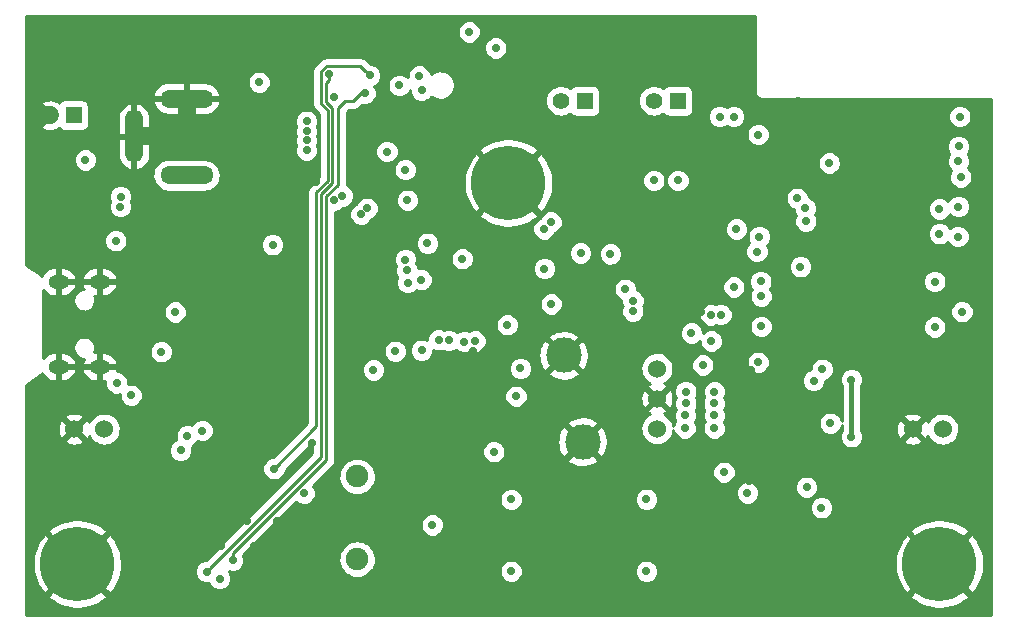
<source format=gbr>
G04 #@! TF.GenerationSoftware,KiCad,Pcbnew,6.0.0-unknown-3514473~86~ubuntu18.04.1*
G04 #@! TF.CreationDate,2019-07-31T16:13:07+03:00*
G04 #@! TF.ProjectId,ESP32-ADF_Rev_C,45535033-322d-4414-9446-5f5265765f43,rev?*
G04 #@! TF.SameCoordinates,Original*
G04 #@! TF.FileFunction,Copper,L2,Inr*
G04 #@! TF.FilePolarity,Positive*
%FSLAX46Y46*%
G04 Gerber Fmt 4.6, Leading zero omitted, Abs format (unit mm)*
G04 Created by KiCad (PCBNEW 6.0.0-unknown-3514473~86~ubuntu18.04.1) date 2019-07-31 16:13:07*
%MOMM*%
%LPD*%
G04 APERTURE LIST*
%ADD10O,1.500000X4.500000*%
%ADD11O,4.500000X1.500000*%
%ADD12C,1.300000*%
%ADD13C,2.000000*%
%ADD14C,3.000000*%
%ADD15C,1.524000*%
%ADD16R,1.400000X1.400000*%
%ADD17C,1.400000*%
%ADD18C,1.200000*%
%ADD19C,6.300000*%
%ADD20C,1.900000*%
%ADD21C,1.600000*%
%ADD22C,0.890000*%
%ADD23O,1.800000X1.200000*%
%ADD24C,0.700000*%
%ADD25C,1.524000*%
%ADD26C,0.254000*%
%ADD27C,0.381000*%
G04 APERTURE END LIST*
D10*
X64800000Y-43800000D03*
D11*
X69250000Y-40600000D03*
X69250000Y-47100000D03*
D12*
X128668680Y-48364200D03*
X125068680Y-48364200D03*
X126868680Y-50164200D03*
X126868680Y-46564200D03*
X128668680Y-46564200D03*
X125068680Y-46564200D03*
X128668680Y-50164200D03*
D13*
X126868680Y-48364200D03*
D12*
X125068680Y-50164200D03*
D14*
X101180000Y-62350000D03*
X102780000Y-69650000D03*
D15*
X109080000Y-63460000D03*
X109080000Y-66000000D03*
X109080000Y-68540000D03*
X133270000Y-68595000D03*
X130730000Y-68595000D03*
X62270000Y-68595000D03*
X59730000Y-68595000D03*
D16*
X59682380Y-42014140D03*
D17*
X57670700Y-42016680D03*
D16*
X110825380Y-40798140D03*
D17*
X108813700Y-40800680D03*
D16*
X102951380Y-40798140D03*
D17*
X100939700Y-40800680D03*
D18*
X96500000Y-45337000D03*
X96500000Y-50163000D03*
X94849000Y-49401000D03*
X94722000Y-46099000D03*
X98151000Y-49401000D03*
X98151000Y-46099000D03*
X94087000Y-47750000D03*
X98913000Y-47750000D03*
D19*
X96500000Y-47750000D03*
D20*
X83700000Y-72600000D03*
X83700000Y-79600000D03*
D18*
X60000000Y-77587000D03*
X60000000Y-82413000D03*
X58349000Y-81651000D03*
X58222000Y-78349000D03*
X61651000Y-81651000D03*
X61651000Y-78349000D03*
X57587000Y-80000000D03*
X62413000Y-80000000D03*
D19*
X60000000Y-80000000D03*
D18*
X133000000Y-77587000D03*
X133000000Y-82413000D03*
X131349000Y-81651000D03*
X131222000Y-78349000D03*
X134651000Y-81651000D03*
X134651000Y-78349000D03*
X130587000Y-80000000D03*
X135413000Y-80000000D03*
D19*
X133000000Y-80000000D03*
D21*
X91500000Y-57900000D03*
D22*
X92400000Y-58800000D03*
X92400000Y-57000000D03*
X90600000Y-58800000D03*
X90600000Y-57000000D03*
D23*
X58424000Y-56100000D03*
X61894000Y-56100000D03*
X61894000Y-63300000D03*
X58424000Y-63300000D03*
D24*
X86450000Y-78625000D03*
X87975000Y-78625000D03*
X87200000Y-78625000D03*
X80184048Y-47626328D03*
X84500000Y-45175000D03*
X77250000Y-34950000D03*
X97675000Y-70950000D03*
X84026000Y-50401000D03*
X87259928Y-39493116D03*
X84750000Y-38650000D03*
X125547710Y-64402290D03*
X123750000Y-68100000D03*
X120950000Y-49050000D03*
X117650000Y-43650000D03*
X89150000Y-39900000D03*
X90050000Y-76700000D03*
X96407721Y-59761639D03*
X113680240Y-61137800D03*
X89649300Y-52857400D03*
X68750000Y-70400000D03*
X134800000Y-47250000D03*
X79200000Y-74020600D03*
X133000000Y-49950000D03*
X133000000Y-52050000D03*
X134565800Y-52284200D03*
X132600000Y-56100000D03*
X110853220Y-47535821D03*
X108816140Y-47535821D03*
X117650000Y-62930520D03*
X132600000Y-59950000D03*
X115588809Y-56557794D03*
X114500000Y-58900000D03*
X117900000Y-59900000D03*
X95424700Y-36313776D03*
X117900000Y-57350000D03*
X134600000Y-49750000D03*
X134725800Y-42124200D03*
X134900000Y-58650000D03*
X78450000Y-63100000D03*
X82500000Y-69350000D03*
X79900000Y-69800000D03*
X76900000Y-76350000D03*
X74950000Y-78450000D03*
X72200000Y-78450000D03*
X74350000Y-76350000D03*
X84350000Y-40150000D03*
X73150000Y-79700000D03*
X76650000Y-71950000D03*
X81729410Y-49211000D03*
X70950000Y-80650000D03*
X69300000Y-69150000D03*
X106400000Y-56743601D03*
X129461260Y-58290460D03*
X128191260Y-58290460D03*
X126921260Y-58290460D03*
X125651260Y-58290460D03*
X124381260Y-58290460D03*
X129461260Y-57020460D03*
X128191260Y-57020460D03*
X126921260Y-57020460D03*
X125651260Y-57020460D03*
X124381260Y-57020460D03*
X129461260Y-55750460D03*
X128191260Y-55750460D03*
X126921260Y-55750460D03*
X125651260Y-55750460D03*
X124381260Y-55750460D03*
X129461260Y-54480460D03*
X128191260Y-54480460D03*
X126921260Y-54480460D03*
X125651260Y-54480460D03*
X124381260Y-54480460D03*
X129461260Y-53210460D03*
X128191260Y-53210460D03*
X126921260Y-53210460D03*
X125651260Y-53210460D03*
X124381260Y-53210460D03*
X129461260Y-51940460D03*
X128191260Y-51940460D03*
X126921260Y-51940460D03*
X125651260Y-51940460D03*
X128706880Y-41821100D03*
X127436880Y-41821100D03*
X129976880Y-41821100D03*
X126166880Y-41821100D03*
X124896880Y-41821100D03*
X124381260Y-51940460D03*
X99824540Y-34150300D03*
X96545400Y-34150300D03*
X91950540Y-44968160D03*
X91978480Y-40276780D03*
X75399900Y-35486340D03*
X112796693Y-58633733D03*
X117000020Y-63563500D03*
X120885732Y-58625740D03*
X112328960Y-44091860D03*
X107091480Y-46291474D03*
X105610646Y-46202600D03*
X98930460Y-58143140D03*
X93512906Y-61964796D03*
X114327940Y-53520340D03*
X96277000Y-54278960D03*
X110175040Y-53672740D03*
X103850440Y-53682900D03*
X103865680Y-51348640D03*
X90667840Y-64112140D03*
X134729220Y-40855900D03*
X121020840Y-40850820D03*
X70594220Y-53967380D03*
X69306440Y-55595520D03*
X76418440Y-49253140D03*
X78727300Y-47614840D03*
X78980760Y-54989000D03*
X76505200Y-55016000D03*
X83741000Y-55000000D03*
X83511000Y-57420900D03*
X85890100Y-51940460D03*
X63235840Y-61087000D03*
X67183000Y-60261500D03*
X72524620Y-66017140D03*
X120859320Y-83758000D03*
X120500140Y-73507600D03*
X118648480Y-71198740D03*
X116855240Y-72989440D03*
X123070110Y-63522860D03*
X123002080Y-75250000D03*
X122334020Y-64488060D03*
X116739900Y-73997820D03*
X60681880Y-45800000D03*
X63251080Y-52638960D03*
X99521010Y-51642010D03*
X100105210Y-51057810D03*
X63663830Y-48898810D03*
X84533401Y-49893599D03*
X63647500Y-49747500D03*
X76532340Y-52984000D03*
X93179900Y-34965640D03*
X75400000Y-39225120D03*
X82454154Y-48851820D03*
X79415640Y-44152820D03*
X79415640Y-43362880D03*
X79415640Y-42519600D03*
X79415640Y-44965620D03*
X115573934Y-42124200D03*
X114381280Y-42128440D03*
X70575000Y-68716060D03*
X89154000Y-61913020D03*
X95267780Y-70505320D03*
X67106800Y-62039500D03*
X121747280Y-73507600D03*
X114749580Y-72237600D03*
X87900000Y-55128160D03*
X86921340Y-61996320D03*
X87782400Y-54236620D03*
X85069680Y-63581280D03*
X90596720Y-61018420D03*
X112001300Y-60454540D03*
X112963960Y-63164720D03*
X91446591Y-61084051D03*
X87978253Y-56189971D03*
X89103200Y-55947598D03*
X115811300Y-51655980D03*
X68287900Y-58679080D03*
X105138220Y-53756560D03*
X102608380Y-53680360D03*
X123672600Y-46062900D03*
X125547120Y-69245480D03*
X93680263Y-61128975D03*
X86215220Y-45090080D03*
X97525000Y-63450000D03*
X87767160Y-46621700D03*
X92778060Y-61176978D03*
X121684300Y-50998120D03*
X113921540Y-66413380D03*
X134602220Y-45900340D03*
X64564260Y-65722500D03*
X121640600Y-49877980D03*
X113949480Y-65435480D03*
X113929160Y-68503800D03*
X121231660Y-54838600D03*
X113944400Y-67398900D03*
X63334900Y-64693800D03*
X134612380Y-44655740D03*
X92590620Y-54173120D03*
X99547680Y-54993599D03*
X100124260Y-57992759D03*
X117744240Y-52290980D03*
X107048300Y-57721500D03*
X113644680Y-58938160D03*
X117546120Y-53555900D03*
X107038140Y-58615580D03*
X117866160Y-56085740D03*
X81348580Y-38524180D03*
X97152460Y-65798700D03*
X111513498Y-66413500D03*
X96734025Y-80625000D03*
X111513500Y-65413500D03*
X96733360Y-74538840D03*
X111450006Y-68500000D03*
X108184025Y-80625000D03*
X111486500Y-67413500D03*
X108184025Y-74525000D03*
X88948260Y-38689280D03*
X81768575Y-40446075D03*
X87957660Y-49207420D03*
X69850000Y-81250000D03*
X63150000Y-83500000D03*
X72050000Y-81250000D03*
X72200000Y-71400000D03*
D25*
X68299000Y-43825000D02*
X68274000Y-43800000D01*
X68274000Y-43800000D02*
X64800000Y-43800000D01*
X69250000Y-40600000D02*
X69250000Y-42874000D01*
X69250000Y-42874000D02*
X68299000Y-43825000D01*
X56983320Y-42016680D02*
X57670700Y-42016680D01*
D26*
X82056410Y-47893091D02*
X81075000Y-48874501D01*
X82056410Y-41418590D02*
X82056410Y-47893091D01*
X83375000Y-40800000D02*
X82675000Y-40800000D01*
X84350000Y-40150000D02*
X84025000Y-40150000D01*
X81075000Y-48874501D02*
X81075000Y-71175000D01*
X82675000Y-40800000D02*
X82056410Y-41418590D01*
X73150000Y-79100000D02*
X73150000Y-79205026D01*
X84025000Y-40150000D02*
X83375000Y-40800000D01*
X81075000Y-71175000D02*
X73150000Y-79100000D01*
X73150000Y-79205026D02*
X73150000Y-79700000D01*
X80675000Y-38305026D02*
X81105025Y-37875001D01*
X80675000Y-41050000D02*
X80675000Y-38305026D01*
X81099999Y-40900249D02*
X81606411Y-41406660D01*
X81200000Y-41575000D02*
X80675000Y-41050000D01*
X81606411Y-41406660D02*
X81606411Y-47768340D01*
X81606411Y-47768340D02*
X80668589Y-48706161D01*
X81099999Y-39267735D02*
X81099999Y-40900249D01*
X81348580Y-38524180D02*
X81348580Y-39019154D01*
X80250000Y-68350000D02*
X80250000Y-48550000D01*
X80668589Y-70931411D02*
X71299999Y-80300001D01*
X71299999Y-80300001D02*
X70950000Y-80650000D01*
X76650000Y-71950000D02*
X80250000Y-68350000D01*
X81105025Y-37875001D02*
X83975001Y-37875001D01*
X81200000Y-47600000D02*
X81200000Y-41575000D01*
X80250000Y-48550000D02*
X81200000Y-47600000D01*
X80668589Y-48706161D02*
X80668589Y-70931411D01*
X81348580Y-39019154D02*
X81099999Y-39267735D01*
X83975001Y-37875001D02*
X84400001Y-38300001D01*
X84400001Y-38300001D02*
X84750000Y-38650000D01*
D27*
X125547710Y-64402290D02*
X125547710Y-69244890D01*
D26*
X125547710Y-69244890D02*
X125547120Y-69245480D01*
G36*
X55634000Y-77234871D02*
G01*
X57415890Y-77234871D01*
X60000000Y-79818981D01*
X62584110Y-77234871D01*
X62384616Y-77055244D01*
X62063743Y-76822116D01*
X61720257Y-76623804D01*
X61357925Y-76462483D01*
X60980715Y-76339920D01*
X60592761Y-76257458D01*
X60198311Y-76216000D01*
X59801689Y-76216000D01*
X59407239Y-76257458D01*
X59019285Y-76339920D01*
X58642075Y-76462483D01*
X58279743Y-76623804D01*
X57936257Y-76822116D01*
X57615384Y-77055244D01*
X57415890Y-77234871D01*
X55634000Y-77234871D01*
X55634000Y-70270454D01*
X67766001Y-70270454D01*
X67766001Y-70529546D01*
X67833059Y-70779809D01*
X67962605Y-71004190D01*
X68145810Y-71187395D01*
X68370191Y-71316941D01*
X68620454Y-71383999D01*
X68879546Y-71383999D01*
X69129809Y-71316941D01*
X69354190Y-71187395D01*
X69537395Y-71004190D01*
X69666941Y-70779809D01*
X69733999Y-70529546D01*
X69733999Y-70270454D01*
X69679491Y-70067026D01*
X69679809Y-70066941D01*
X69904190Y-69937395D01*
X70087395Y-69754190D01*
X70166820Y-69616621D01*
X70195191Y-69633001D01*
X70445454Y-69700059D01*
X70704546Y-69700059D01*
X70954809Y-69633001D01*
X71179190Y-69503455D01*
X71362395Y-69320250D01*
X71491941Y-69095869D01*
X71558999Y-68845606D01*
X71558999Y-68586514D01*
X71491941Y-68336251D01*
X71362395Y-68111870D01*
X71179190Y-67928665D01*
X70954809Y-67799119D01*
X70704546Y-67732061D01*
X70445454Y-67732061D01*
X70195191Y-67799119D01*
X69970810Y-67928665D01*
X69787605Y-68111870D01*
X69708180Y-68249439D01*
X69679809Y-68233059D01*
X69429546Y-68166001D01*
X69170454Y-68166001D01*
X68920191Y-68233059D01*
X68695810Y-68362605D01*
X68512605Y-68545810D01*
X68383059Y-68770191D01*
X68316001Y-69020454D01*
X68316001Y-69279546D01*
X68370509Y-69482974D01*
X68370191Y-69483059D01*
X68145810Y-69612605D01*
X67962605Y-69795810D01*
X67833059Y-70020191D01*
X67766001Y-70270454D01*
X55634000Y-70270454D01*
X55634000Y-69671403D01*
X58834616Y-69671403D01*
X59022837Y-69805164D01*
X59248315Y-69911266D01*
X59489019Y-69975762D01*
X59737339Y-69996615D01*
X59985428Y-69973164D01*
X60225442Y-69906150D01*
X60449796Y-69797693D01*
X60624643Y-69670662D01*
X59730000Y-68776019D01*
X58834616Y-69671403D01*
X55634000Y-69671403D01*
X55634000Y-68558310D01*
X58328847Y-68558310D01*
X58344494Y-68807013D01*
X58403934Y-69049014D01*
X58505291Y-69276664D01*
X58651773Y-69492208D01*
X59548981Y-68595000D01*
X59911019Y-68595000D01*
X60809309Y-69493290D01*
X60961780Y-69263802D01*
X61000119Y-69175206D01*
X61045291Y-69276664D01*
X61185360Y-69482768D01*
X61359711Y-69660811D01*
X61562837Y-69805164D01*
X61788315Y-69911266D01*
X62029019Y-69975762D01*
X62277339Y-69996615D01*
X62525428Y-69973164D01*
X62765442Y-69906150D01*
X62989796Y-69797693D01*
X63191399Y-69651221D01*
X63363878Y-69471362D01*
X63501780Y-69263802D01*
X63600747Y-69035102D01*
X63658031Y-68790872D01*
X63666380Y-68472041D01*
X63621956Y-68225147D01*
X63535094Y-67991581D01*
X63408244Y-67777089D01*
X63245414Y-67588449D01*
X63051754Y-67431627D01*
X62833384Y-67311576D01*
X62597205Y-67232093D01*
X62350684Y-67195690D01*
X62101612Y-67203517D01*
X61857863Y-67255328D01*
X61627141Y-67349484D01*
X61416739Y-67483009D01*
X61233308Y-67651683D01*
X61082645Y-67850173D01*
X61001634Y-68009167D01*
X60995094Y-67991581D01*
X60816472Y-67689547D01*
X59911019Y-68595000D01*
X59548981Y-68595000D01*
X58655487Y-67701506D01*
X58542645Y-67850175D01*
X58429513Y-68072208D01*
X58357489Y-68310766D01*
X58328847Y-68558310D01*
X55634000Y-68558310D01*
X55634000Y-67513179D01*
X58829198Y-67513179D01*
X59730000Y-68413981D01*
X60641194Y-67502786D01*
X60293384Y-67311576D01*
X60057205Y-67232093D01*
X59810684Y-67195690D01*
X59561612Y-67203517D01*
X59317863Y-67255328D01*
X59087142Y-67349484D01*
X58829198Y-67513179D01*
X55634000Y-67513179D01*
X55634000Y-64839305D01*
X56843726Y-64032822D01*
X56915127Y-63987772D01*
X56950634Y-63947567D01*
X56990586Y-63911795D01*
X57010438Y-63879851D01*
X57024719Y-63863681D01*
X57049385Y-63917931D01*
X57185620Y-64109988D01*
X57355715Y-64272818D01*
X57553532Y-64400546D01*
X57774820Y-64489728D01*
X58080159Y-64534000D01*
X58296000Y-64534000D01*
X58296000Y-63428000D01*
X58552000Y-63428000D01*
X58552000Y-64534000D01*
X58782811Y-64534000D01*
X58958405Y-64517247D01*
X59184352Y-64450961D01*
X59393688Y-64343146D01*
X59578860Y-64197692D01*
X59733186Y-64019846D01*
X59851099Y-63816027D01*
X59928344Y-63593585D01*
X59952346Y-63428000D01*
X60355511Y-63428000D01*
X60421925Y-63703578D01*
X60519385Y-63917931D01*
X60655620Y-64109988D01*
X60825715Y-64272818D01*
X61023532Y-64400546D01*
X61244820Y-64489728D01*
X61550159Y-64534000D01*
X61766000Y-64534000D01*
X61766000Y-63428000D01*
X62022000Y-63428000D01*
X62022000Y-64534000D01*
X62252811Y-64534000D01*
X62361794Y-64523602D01*
X62350901Y-64564254D01*
X62350901Y-64823346D01*
X62417959Y-65073609D01*
X62547505Y-65297990D01*
X62730710Y-65481195D01*
X62955091Y-65610741D01*
X63205354Y-65677799D01*
X63464446Y-65677799D01*
X63580261Y-65646766D01*
X63580261Y-65852046D01*
X63647319Y-66102309D01*
X63776865Y-66326690D01*
X63960070Y-66509895D01*
X64184451Y-66639441D01*
X64434714Y-66706499D01*
X64693806Y-66706499D01*
X64944069Y-66639441D01*
X65168450Y-66509895D01*
X65351655Y-66326690D01*
X65481201Y-66102309D01*
X65548259Y-65852046D01*
X65548259Y-65592954D01*
X65481201Y-65342691D01*
X65351655Y-65118310D01*
X65168450Y-64935105D01*
X64944069Y-64805559D01*
X64693806Y-64738501D01*
X64434714Y-64738501D01*
X64318899Y-64769534D01*
X64318899Y-64564254D01*
X64251841Y-64313991D01*
X64122295Y-64089610D01*
X63939090Y-63906405D01*
X63714709Y-63776859D01*
X63464446Y-63709801D01*
X63357987Y-63709801D01*
X63398344Y-63593585D01*
X63422346Y-63428000D01*
X62022000Y-63428000D01*
X61766000Y-63428000D01*
X60355511Y-63428000D01*
X59952346Y-63428000D01*
X58552000Y-63428000D01*
X58296000Y-63428000D01*
X58296000Y-62066000D01*
X58552000Y-62066000D01*
X58552000Y-63172000D01*
X59962489Y-63172000D01*
X59896075Y-62896422D01*
X59798615Y-62682069D01*
X59662380Y-62490012D01*
X59492285Y-62327182D01*
X59294468Y-62199454D01*
X59073180Y-62110272D01*
X58767841Y-62066000D01*
X58552000Y-62066000D01*
X58296000Y-62066000D01*
X58065189Y-62066000D01*
X57889595Y-62082753D01*
X57663648Y-62149039D01*
X57454312Y-62256854D01*
X57269140Y-62402308D01*
X57134000Y-62558044D01*
X57134000Y-61791719D01*
X59638584Y-61791719D01*
X59682150Y-61996679D01*
X59770041Y-62186895D01*
X59897891Y-62352911D01*
X60059344Y-62486477D01*
X60246377Y-62580953D01*
X60449692Y-62631645D01*
X60553764Y-62633825D01*
X60466901Y-62783973D01*
X60389656Y-63006415D01*
X60365654Y-63172000D01*
X61766000Y-63172000D01*
X61766000Y-62066000D01*
X62022000Y-62066000D01*
X62022000Y-63172000D01*
X63432489Y-63172000D01*
X63366075Y-62896422D01*
X63268615Y-62682069D01*
X63132380Y-62490012D01*
X62962285Y-62327182D01*
X62764468Y-62199454D01*
X62543180Y-62110272D01*
X62237841Y-62066000D01*
X62022000Y-62066000D01*
X61766000Y-62066000D01*
X61535189Y-62066000D01*
X61430969Y-62075943D01*
X61452645Y-62033766D01*
X61484434Y-61909954D01*
X66122801Y-61909954D01*
X66122801Y-62169046D01*
X66189859Y-62419309D01*
X66319405Y-62643690D01*
X66502610Y-62826895D01*
X66726991Y-62956441D01*
X66977254Y-63023499D01*
X67236346Y-63023499D01*
X67486609Y-62956441D01*
X67710990Y-62826895D01*
X67894195Y-62643690D01*
X68023741Y-62419309D01*
X68090799Y-62169046D01*
X68090799Y-61909954D01*
X68023741Y-61659691D01*
X67894195Y-61435310D01*
X67710990Y-61252105D01*
X67486609Y-61122559D01*
X67236346Y-61055501D01*
X66977254Y-61055501D01*
X66726991Y-61122559D01*
X66502610Y-61252105D01*
X66319405Y-61435310D01*
X66189859Y-61659691D01*
X66122801Y-61909954D01*
X61484434Y-61909954D01*
X61504977Y-61829945D01*
X61508243Y-61596099D01*
X61461622Y-61390898D01*
X61371082Y-61201927D01*
X61240926Y-61037712D01*
X61077625Y-60906415D01*
X60889292Y-60814558D01*
X60685289Y-60766710D01*
X60475754Y-60765246D01*
X60271102Y-60810242D01*
X60081505Y-60899460D01*
X59916385Y-61028466D01*
X59783949Y-61190848D01*
X59690781Y-61378534D01*
X59641510Y-61582199D01*
X59638584Y-61791719D01*
X57134000Y-61791719D01*
X57134000Y-57791719D01*
X59638584Y-57791719D01*
X59682150Y-57996679D01*
X59770041Y-58186895D01*
X59897891Y-58352911D01*
X60059344Y-58486477D01*
X60246377Y-58580953D01*
X60449692Y-58631645D01*
X60659185Y-58636034D01*
X60864445Y-58593900D01*
X60962250Y-58549534D01*
X67303901Y-58549534D01*
X67303901Y-58808626D01*
X67370959Y-59058889D01*
X67500505Y-59283270D01*
X67683710Y-59466475D01*
X67908091Y-59596021D01*
X68158354Y-59663079D01*
X68417446Y-59663079D01*
X68667709Y-59596021D01*
X68892090Y-59466475D01*
X69075295Y-59283270D01*
X69204841Y-59058889D01*
X69271899Y-58808626D01*
X69271899Y-58549534D01*
X69204841Y-58299271D01*
X69075295Y-58074890D01*
X68892090Y-57891685D01*
X68667709Y-57762139D01*
X68417446Y-57695081D01*
X68158354Y-57695081D01*
X67908091Y-57762139D01*
X67683710Y-57891685D01*
X67500505Y-58074890D01*
X67370959Y-58299271D01*
X67303901Y-58549534D01*
X60962250Y-58549534D01*
X61055270Y-58507339D01*
X61222175Y-58380651D01*
X61356864Y-58220134D01*
X61452645Y-58033766D01*
X61504977Y-57829945D01*
X61508243Y-57596099D01*
X61461622Y-57390898D01*
X61425716Y-57315957D01*
X61550159Y-57334000D01*
X61766000Y-57334000D01*
X61766000Y-56228000D01*
X62022000Y-56228000D01*
X62022000Y-57334000D01*
X62252811Y-57334000D01*
X62428405Y-57317247D01*
X62654352Y-57250961D01*
X62863688Y-57143146D01*
X63048860Y-56997692D01*
X63203186Y-56819846D01*
X63321099Y-56616027D01*
X63398344Y-56393585D01*
X63422346Y-56228000D01*
X62022000Y-56228000D01*
X61766000Y-56228000D01*
X60355511Y-56228000D01*
X60421925Y-56503578D01*
X60519385Y-56717931D01*
X60553332Y-56765788D01*
X60475754Y-56765246D01*
X60271102Y-56810242D01*
X60081505Y-56899460D01*
X59916385Y-57028466D01*
X59783949Y-57190848D01*
X59690781Y-57378534D01*
X59641510Y-57582199D01*
X59638584Y-57791719D01*
X57134000Y-57791719D01*
X57134000Y-56837217D01*
X57185620Y-56909988D01*
X57355715Y-57072818D01*
X57553532Y-57200546D01*
X57774820Y-57289728D01*
X58080159Y-57334000D01*
X58296000Y-57334000D01*
X58296000Y-56228000D01*
X58552000Y-56228000D01*
X58552000Y-57334000D01*
X58782811Y-57334000D01*
X58958405Y-57317247D01*
X59184352Y-57250961D01*
X59393688Y-57143146D01*
X59578860Y-56997692D01*
X59733186Y-56819846D01*
X59851099Y-56616027D01*
X59928344Y-56393585D01*
X59952346Y-56228000D01*
X58552000Y-56228000D01*
X58296000Y-56228000D01*
X58296000Y-54866000D01*
X58552000Y-54866000D01*
X58552000Y-55972000D01*
X59962489Y-55972000D01*
X60365654Y-55972000D01*
X61766000Y-55972000D01*
X61766000Y-54866000D01*
X62022000Y-54866000D01*
X62022000Y-55972000D01*
X63432489Y-55972000D01*
X63366075Y-55696422D01*
X63268615Y-55482069D01*
X63132380Y-55290012D01*
X62962285Y-55127182D01*
X62764468Y-54999454D01*
X62543180Y-54910272D01*
X62237841Y-54866000D01*
X62022000Y-54866000D01*
X61766000Y-54866000D01*
X61535189Y-54866000D01*
X61359595Y-54882753D01*
X61133648Y-54949039D01*
X60924312Y-55056854D01*
X60739140Y-55202308D01*
X60584814Y-55380154D01*
X60466901Y-55583973D01*
X60389656Y-55806415D01*
X60365654Y-55972000D01*
X59962489Y-55972000D01*
X59896075Y-55696422D01*
X59798615Y-55482069D01*
X59662380Y-55290012D01*
X59492285Y-55127182D01*
X59294468Y-54999454D01*
X59073180Y-54910272D01*
X58767841Y-54866000D01*
X58552000Y-54866000D01*
X58296000Y-54866000D01*
X58065189Y-54866000D01*
X57889595Y-54882753D01*
X57663648Y-54949039D01*
X57454312Y-55056854D01*
X57269140Y-55202308D01*
X57114814Y-55380154D01*
X56996901Y-55583973D01*
X56993917Y-55592567D01*
X56957206Y-55559292D01*
X56921054Y-55517336D01*
X56845792Y-55468555D01*
X55634000Y-54660694D01*
X55634000Y-52509414D01*
X62267081Y-52509414D01*
X62267081Y-52768506D01*
X62334139Y-53018769D01*
X62463685Y-53243150D01*
X62646890Y-53426355D01*
X62871271Y-53555901D01*
X63121534Y-53622959D01*
X63380626Y-53622959D01*
X63630889Y-53555901D01*
X63855270Y-53426355D01*
X64038475Y-53243150D01*
X64168021Y-53018769D01*
X64212049Y-52854454D01*
X75548341Y-52854454D01*
X75548341Y-53113546D01*
X75615399Y-53363809D01*
X75744945Y-53588190D01*
X75928150Y-53771395D01*
X76152531Y-53900941D01*
X76402794Y-53967999D01*
X76661886Y-53967999D01*
X76912149Y-53900941D01*
X77136530Y-53771395D01*
X77319735Y-53588190D01*
X77449281Y-53363809D01*
X77516339Y-53113546D01*
X77516339Y-52854454D01*
X77449281Y-52604191D01*
X77319735Y-52379810D01*
X77136530Y-52196605D01*
X76912149Y-52067059D01*
X76661886Y-52000001D01*
X76402794Y-52000001D01*
X76152531Y-52067059D01*
X75928150Y-52196605D01*
X75744945Y-52379810D01*
X75615399Y-52604191D01*
X75548341Y-52854454D01*
X64212049Y-52854454D01*
X64235079Y-52768506D01*
X64235079Y-52509414D01*
X64168021Y-52259151D01*
X64038475Y-52034770D01*
X63855270Y-51851565D01*
X63630889Y-51722019D01*
X63380626Y-51654961D01*
X63121534Y-51654961D01*
X62871271Y-51722019D01*
X62646890Y-51851565D01*
X62463685Y-52034770D01*
X62334139Y-52259151D01*
X62267081Y-52509414D01*
X55634000Y-52509414D01*
X55634000Y-49617954D01*
X62663501Y-49617954D01*
X62663501Y-49877046D01*
X62730559Y-50127309D01*
X62860105Y-50351690D01*
X63043310Y-50534895D01*
X63267691Y-50664441D01*
X63517954Y-50731499D01*
X63777046Y-50731499D01*
X64027309Y-50664441D01*
X64251690Y-50534895D01*
X64434895Y-50351690D01*
X64564441Y-50127309D01*
X64631499Y-49877046D01*
X64631499Y-49617954D01*
X64564441Y-49367691D01*
X64546893Y-49337297D01*
X64580771Y-49278619D01*
X64647829Y-49028356D01*
X64647829Y-48769264D01*
X64580771Y-48519001D01*
X64451225Y-48294620D01*
X64268020Y-48111415D01*
X64043639Y-47981869D01*
X63793376Y-47914811D01*
X63534284Y-47914811D01*
X63284021Y-47981869D01*
X63059640Y-48111415D01*
X62876435Y-48294620D01*
X62746889Y-48519001D01*
X62679831Y-48769264D01*
X62679831Y-49028356D01*
X62746889Y-49278619D01*
X62764437Y-49309013D01*
X62730559Y-49367691D01*
X62663501Y-49617954D01*
X55634000Y-49617954D01*
X55634000Y-47143647D01*
X66361101Y-47143647D01*
X66390781Y-47388911D01*
X66463425Y-47625042D01*
X66576735Y-47844577D01*
X66727131Y-48040576D01*
X66909859Y-48206846D01*
X67119142Y-48338129D01*
X67351769Y-48431645D01*
X67706318Y-48484000D01*
X70812577Y-48484000D01*
X70996074Y-48467624D01*
X71234371Y-48402433D01*
X71457356Y-48296073D01*
X71657983Y-48151909D01*
X71829911Y-47974495D01*
X71967703Y-47769437D01*
X72067004Y-47543221D01*
X72124678Y-47302995D01*
X72138899Y-47056353D01*
X72109219Y-46811089D01*
X72036575Y-46574958D01*
X71923265Y-46355423D01*
X71772869Y-46159424D01*
X71590141Y-45993154D01*
X71380858Y-45861871D01*
X71148231Y-45768355D01*
X70793682Y-45716000D01*
X67687423Y-45716000D01*
X67503926Y-45732376D01*
X67265629Y-45797567D01*
X67042644Y-45903927D01*
X66842017Y-46048091D01*
X66670089Y-46225505D01*
X66532297Y-46430563D01*
X66432996Y-46656779D01*
X66375322Y-46897005D01*
X66361101Y-47143647D01*
X55634000Y-47143647D01*
X55634000Y-45670454D01*
X59697881Y-45670454D01*
X59697881Y-45929546D01*
X59764939Y-46179809D01*
X59894485Y-46404190D01*
X60077690Y-46587395D01*
X60302071Y-46716941D01*
X60552334Y-46783999D01*
X60811426Y-46783999D01*
X61061689Y-46716941D01*
X61286070Y-46587395D01*
X61469275Y-46404190D01*
X61598821Y-46179809D01*
X61665879Y-45929546D01*
X61665879Y-45670454D01*
X61598821Y-45420191D01*
X61469275Y-45195810D01*
X61286070Y-45012605D01*
X61061689Y-44883059D01*
X60811426Y-44816001D01*
X60552334Y-44816001D01*
X60302071Y-44883059D01*
X60077690Y-45012605D01*
X59894485Y-45195810D01*
X59764939Y-45420191D01*
X59697881Y-45670454D01*
X55634000Y-45670454D01*
X55634000Y-43928000D01*
X63416000Y-43928000D01*
X63416000Y-45362576D01*
X63432376Y-45546073D01*
X63497567Y-45784370D01*
X63603927Y-46007355D01*
X63748091Y-46207982D01*
X63925505Y-46379910D01*
X64130563Y-46517703D01*
X64356779Y-46617004D01*
X64672000Y-46692682D01*
X64672000Y-43928000D01*
X64928000Y-43928000D01*
X64928000Y-46678695D01*
X65088912Y-46659219D01*
X65325041Y-46586575D01*
X65544575Y-46473265D01*
X65740576Y-46322869D01*
X65906846Y-46140141D01*
X66038129Y-45930858D01*
X66131645Y-45698231D01*
X66184000Y-45343682D01*
X66184000Y-43928000D01*
X64928000Y-43928000D01*
X64672000Y-43928000D01*
X63416000Y-43928000D01*
X55634000Y-43928000D01*
X55634000Y-41981619D01*
X56331777Y-41981619D01*
X56346729Y-42219276D01*
X56403529Y-42450530D01*
X56500384Y-42668069D01*
X56637109Y-42869252D01*
X57489681Y-42016680D01*
X56640446Y-41167445D01*
X56536080Y-41304932D01*
X56427972Y-41517107D01*
X56359145Y-41745070D01*
X56331777Y-41981619D01*
X55634000Y-41981619D01*
X55634000Y-40979785D01*
X56814824Y-40979785D01*
X57851720Y-42016680D01*
X56819784Y-43048615D01*
X56994944Y-43173097D01*
X57210408Y-43274487D01*
X57440421Y-43336118D01*
X57677713Y-43356044D01*
X57914783Y-43333635D01*
X58144138Y-43269597D01*
X58358528Y-43165957D01*
X58467460Y-43086813D01*
X58568565Y-43207305D01*
X58762194Y-43319096D01*
X58971356Y-43355977D01*
X60398968Y-43355977D01*
X60699892Y-43275345D01*
X60875545Y-43127955D01*
X60987336Y-42934326D01*
X61024217Y-42725164D01*
X61024217Y-42256318D01*
X63416001Y-42256318D01*
X63416001Y-43672000D01*
X64672000Y-43672000D01*
X64672000Y-40921305D01*
X64511088Y-40940781D01*
X64274959Y-41013425D01*
X64055424Y-41126735D01*
X63859425Y-41277131D01*
X63693155Y-41459859D01*
X63561872Y-41669142D01*
X63468356Y-41901769D01*
X63416001Y-42256318D01*
X61024217Y-42256318D01*
X61024217Y-41297552D01*
X60943585Y-40996629D01*
X60868645Y-40907318D01*
X64928000Y-40907318D01*
X64928000Y-43672000D01*
X66184000Y-43672000D01*
X66184000Y-43233334D01*
X78431641Y-43233334D01*
X78431641Y-43492426D01*
X78498699Y-43742689D01*
X78507452Y-43757850D01*
X78498699Y-43773011D01*
X78431641Y-44023274D01*
X78431641Y-44282366D01*
X78498699Y-44532629D01*
X78514051Y-44559220D01*
X78498699Y-44585811D01*
X78431641Y-44836074D01*
X78431641Y-45095166D01*
X78498699Y-45345429D01*
X78628245Y-45569810D01*
X78811450Y-45753015D01*
X79035831Y-45882561D01*
X79286094Y-45949619D01*
X79545186Y-45949619D01*
X79795449Y-45882561D01*
X80019830Y-45753015D01*
X80203035Y-45569810D01*
X80332581Y-45345429D01*
X80399639Y-45095166D01*
X80399639Y-44836074D01*
X80332581Y-44585811D01*
X80317229Y-44559220D01*
X80332581Y-44532629D01*
X80399639Y-44282366D01*
X80399639Y-44023274D01*
X80332581Y-43773011D01*
X80323828Y-43757850D01*
X80332581Y-43742689D01*
X80399639Y-43492426D01*
X80399639Y-43233334D01*
X80332581Y-42983071D01*
X80308430Y-42941240D01*
X80332581Y-42899409D01*
X80399639Y-42649146D01*
X80399639Y-42390054D01*
X80332581Y-42139791D01*
X80203035Y-41915410D01*
X80019830Y-41732205D01*
X79795449Y-41602659D01*
X79545186Y-41535601D01*
X79286094Y-41535601D01*
X79035831Y-41602659D01*
X78811450Y-41732205D01*
X78628245Y-41915410D01*
X78498699Y-42139791D01*
X78431641Y-42390054D01*
X78431641Y-42649146D01*
X78498699Y-42899409D01*
X78522850Y-42941240D01*
X78498699Y-42983071D01*
X78431641Y-43233334D01*
X66184000Y-43233334D01*
X66184000Y-42390054D01*
X66184000Y-42237423D01*
X66167624Y-42053926D01*
X66102433Y-41815629D01*
X65996073Y-41592644D01*
X65851909Y-41392017D01*
X65674495Y-41220089D01*
X65469437Y-41082297D01*
X65243221Y-40982996D01*
X64928000Y-40907318D01*
X60868645Y-40907318D01*
X60796195Y-40820975D01*
X60635157Y-40728000D01*
X66371307Y-40728000D01*
X66390781Y-40888912D01*
X66463425Y-41125042D01*
X66576735Y-41344577D01*
X66727131Y-41540576D01*
X66909859Y-41706846D01*
X67119142Y-41838129D01*
X67351769Y-41931645D01*
X67706318Y-41984000D01*
X69122000Y-41984000D01*
X69122000Y-40728000D01*
X69378000Y-40728000D01*
X69378000Y-41984000D01*
X70812577Y-41984000D01*
X70996074Y-41967624D01*
X71234371Y-41902433D01*
X71457356Y-41796073D01*
X71657983Y-41651909D01*
X71829911Y-41474495D01*
X71967703Y-41269437D01*
X72067004Y-41043221D01*
X72142682Y-40728000D01*
X69378000Y-40728000D01*
X69122000Y-40728000D01*
X66371307Y-40728000D01*
X60635157Y-40728000D01*
X60602566Y-40709184D01*
X60393404Y-40672303D01*
X58965792Y-40672303D01*
X58664869Y-40752935D01*
X58489215Y-40900325D01*
X58464613Y-40942938D01*
X58417734Y-40904976D01*
X58209062Y-40790257D01*
X57983373Y-40714304D01*
X57747800Y-40679518D01*
X57509790Y-40686997D01*
X57276868Y-40736507D01*
X57056393Y-40826481D01*
X56814824Y-40979785D01*
X55634000Y-40979785D01*
X55634000Y-40472000D01*
X66357318Y-40472000D01*
X69122000Y-40472000D01*
X69122000Y-39216000D01*
X69378000Y-39216000D01*
X69378000Y-40472000D01*
X72128693Y-40472000D01*
X72109219Y-40311088D01*
X72036575Y-40074958D01*
X71923265Y-39855423D01*
X71772869Y-39659424D01*
X71590141Y-39493154D01*
X71380858Y-39361871D01*
X71148231Y-39268355D01*
X70793682Y-39216000D01*
X69378000Y-39216000D01*
X69122000Y-39216000D01*
X67687423Y-39216000D01*
X67503926Y-39232376D01*
X67265629Y-39297567D01*
X67042644Y-39403927D01*
X66842017Y-39548091D01*
X66670089Y-39725505D01*
X66532297Y-39930563D01*
X66432996Y-40156779D01*
X66357318Y-40472000D01*
X55634000Y-40472000D01*
X55634000Y-39095574D01*
X74416001Y-39095574D01*
X74416001Y-39354666D01*
X74483059Y-39604929D01*
X74612605Y-39829310D01*
X74795810Y-40012515D01*
X75020191Y-40142061D01*
X75270454Y-40209119D01*
X75529546Y-40209119D01*
X75779809Y-40142061D01*
X76004190Y-40012515D01*
X76187395Y-39829310D01*
X76316941Y-39604929D01*
X76383999Y-39354666D01*
X76383999Y-39095574D01*
X76316941Y-38845311D01*
X76187395Y-38620930D01*
X76004190Y-38437725D01*
X75779809Y-38308179D01*
X75529546Y-38241121D01*
X75270454Y-38241121D01*
X75020191Y-38308179D01*
X74795810Y-38437725D01*
X74612605Y-38620930D01*
X74483059Y-38845311D01*
X74416001Y-39095574D01*
X55634000Y-39095574D01*
X55634000Y-36184230D01*
X94440701Y-36184230D01*
X94440701Y-36443322D01*
X94507759Y-36693585D01*
X94637305Y-36917966D01*
X94820510Y-37101171D01*
X95044891Y-37230717D01*
X95295154Y-37297775D01*
X95554246Y-37297775D01*
X95804509Y-37230717D01*
X96028890Y-37101171D01*
X96212095Y-36917966D01*
X96341641Y-36693585D01*
X96408699Y-36443322D01*
X96408699Y-36184230D01*
X96341641Y-35933967D01*
X96212095Y-35709586D01*
X96028890Y-35526381D01*
X95804509Y-35396835D01*
X95554246Y-35329777D01*
X95295154Y-35329777D01*
X95044891Y-35396835D01*
X94820510Y-35526381D01*
X94637305Y-35709586D01*
X94507759Y-35933967D01*
X94440701Y-36184230D01*
X55634000Y-36184230D01*
X55634000Y-34836094D01*
X92195901Y-34836094D01*
X92195901Y-35095186D01*
X92262959Y-35345449D01*
X92392505Y-35569830D01*
X92575710Y-35753035D01*
X92800091Y-35882581D01*
X93050354Y-35949639D01*
X93309446Y-35949639D01*
X93559709Y-35882581D01*
X93784090Y-35753035D01*
X93967295Y-35569830D01*
X94096841Y-35345449D01*
X94163899Y-35095186D01*
X94163899Y-34836094D01*
X94096841Y-34585831D01*
X93967295Y-34361450D01*
X93784090Y-34178245D01*
X93559709Y-34048699D01*
X93309446Y-33981641D01*
X93050354Y-33981641D01*
X92800091Y-34048699D01*
X92575710Y-34178245D01*
X92392505Y-34361450D01*
X92262959Y-34585831D01*
X92195901Y-34836094D01*
X55634000Y-34836094D01*
X55634000Y-33634000D01*
X117366001Y-33634000D01*
X117366000Y-39991460D01*
X117365417Y-40086927D01*
X117378493Y-40132678D01*
X117385237Y-40179769D01*
X117403318Y-40219538D01*
X117415322Y-40261539D01*
X117440706Y-40301771D01*
X117460402Y-40345089D01*
X117488920Y-40378184D01*
X117512227Y-40415126D01*
X117547889Y-40446621D01*
X117578946Y-40482664D01*
X117615601Y-40506422D01*
X117648346Y-40535342D01*
X117691416Y-40555564D01*
X117731338Y-40581439D01*
X117773183Y-40593953D01*
X117813088Y-40612689D01*
X117858546Y-40619483D01*
X117905327Y-40633473D01*
X117954168Y-40633772D01*
X117955694Y-40634000D01*
X117991461Y-40634000D01*
X118086926Y-40634583D01*
X118088966Y-40634000D01*
X137366001Y-40634000D01*
X137366000Y-84366000D01*
X55634000Y-84366000D01*
X55634000Y-82765129D01*
X57415890Y-82765129D01*
X57615384Y-82944756D01*
X57936257Y-83177884D01*
X58279743Y-83376196D01*
X58642075Y-83537517D01*
X59019285Y-83660080D01*
X59407239Y-83742542D01*
X59801689Y-83784000D01*
X60198311Y-83784000D01*
X60592761Y-83742542D01*
X60980715Y-83660080D01*
X61357925Y-83537517D01*
X61720257Y-83376196D01*
X62063743Y-83177884D01*
X62384616Y-82944756D01*
X62584110Y-82765129D01*
X130415890Y-82765129D01*
X130615384Y-82944756D01*
X130936257Y-83177884D01*
X131279743Y-83376196D01*
X131642075Y-83537517D01*
X132019285Y-83660080D01*
X132407239Y-83742542D01*
X132801689Y-83784000D01*
X133198311Y-83784000D01*
X133592761Y-83742542D01*
X133980715Y-83660080D01*
X134357925Y-83537517D01*
X134720257Y-83376196D01*
X135063743Y-83177884D01*
X135384616Y-82944756D01*
X135584110Y-82765129D01*
X133000000Y-80181019D01*
X130415890Y-82765129D01*
X62584110Y-82765129D01*
X60000000Y-80181019D01*
X57415890Y-82765129D01*
X55634000Y-82765129D01*
X55634000Y-79801689D01*
X56216000Y-79801689D01*
X56216000Y-80198311D01*
X56257458Y-80592761D01*
X56339920Y-80980715D01*
X56462483Y-81357925D01*
X56623804Y-81720257D01*
X56822116Y-82063743D01*
X57055244Y-82384616D01*
X57234871Y-82584110D01*
X59818981Y-80000000D01*
X60181019Y-80000000D01*
X62765129Y-82584110D01*
X62944756Y-82384616D01*
X63177884Y-82063743D01*
X63376196Y-81720257D01*
X63537517Y-81357925D01*
X63660080Y-80980715D01*
X63742542Y-80592761D01*
X63750141Y-80520454D01*
X69966001Y-80520454D01*
X69966001Y-80779546D01*
X70033059Y-81029809D01*
X70162605Y-81254190D01*
X70345810Y-81437395D01*
X70570191Y-81566941D01*
X70820454Y-81633999D01*
X71079546Y-81633999D01*
X71130522Y-81620340D01*
X71133059Y-81629809D01*
X71262605Y-81854190D01*
X71445810Y-82037395D01*
X71670191Y-82166941D01*
X71920454Y-82233999D01*
X72179546Y-82233999D01*
X72429809Y-82166941D01*
X72654190Y-82037395D01*
X72837395Y-81854190D01*
X72966941Y-81629809D01*
X73033999Y-81379546D01*
X73033999Y-81120454D01*
X72966941Y-80870191D01*
X72837395Y-80645810D01*
X72822558Y-80630973D01*
X73020454Y-80683999D01*
X73279546Y-80683999D01*
X73529809Y-80616941D01*
X73754190Y-80487395D01*
X73937395Y-80304190D01*
X74066941Y-80079809D01*
X74133999Y-79829546D01*
X74133999Y-79691493D01*
X82113215Y-79691493D01*
X82149465Y-79949428D01*
X82227355Y-80197979D01*
X82344796Y-80430470D01*
X82498630Y-80640659D01*
X82684729Y-80822899D01*
X82898093Y-80972299D01*
X83132993Y-81084844D01*
X83383121Y-81157513D01*
X83641757Y-81188353D01*
X83901959Y-81176538D01*
X84156737Y-81122383D01*
X84399248Y-81027344D01*
X84622982Y-80893973D01*
X84821927Y-80725850D01*
X84990743Y-80527492D01*
X85009993Y-80495454D01*
X95750026Y-80495454D01*
X95750026Y-80754546D01*
X95817084Y-81004809D01*
X95946630Y-81229190D01*
X96129835Y-81412395D01*
X96354216Y-81541941D01*
X96604479Y-81608999D01*
X96863571Y-81608999D01*
X97113834Y-81541941D01*
X97338215Y-81412395D01*
X97521420Y-81229190D01*
X97650966Y-81004809D01*
X97718024Y-80754546D01*
X97718024Y-80495454D01*
X107200026Y-80495454D01*
X107200026Y-80754546D01*
X107267084Y-81004809D01*
X107396630Y-81229190D01*
X107579835Y-81412395D01*
X107804216Y-81541941D01*
X108054479Y-81608999D01*
X108313571Y-81608999D01*
X108563834Y-81541941D01*
X108788215Y-81412395D01*
X108971420Y-81229190D01*
X109100966Y-81004809D01*
X109168024Y-80754546D01*
X109168024Y-80495454D01*
X109100966Y-80245191D01*
X108971420Y-80020810D01*
X108788215Y-79837605D01*
X108726007Y-79801689D01*
X129216000Y-79801689D01*
X129216000Y-80198311D01*
X129257458Y-80592761D01*
X129339920Y-80980715D01*
X129462483Y-81357925D01*
X129623804Y-81720257D01*
X129822116Y-82063743D01*
X130055244Y-82384616D01*
X130234871Y-82584110D01*
X132818981Y-80000000D01*
X133181019Y-80000000D01*
X135765129Y-82584110D01*
X135944756Y-82384616D01*
X136177884Y-82063743D01*
X136376196Y-81720257D01*
X136537517Y-81357925D01*
X136660080Y-80980715D01*
X136742542Y-80592761D01*
X136784000Y-80198311D01*
X136784000Y-79801689D01*
X136742542Y-79407239D01*
X136660080Y-79019285D01*
X136537517Y-78642075D01*
X136376196Y-78279743D01*
X136177884Y-77936257D01*
X135944756Y-77615384D01*
X135765129Y-77415890D01*
X133181019Y-80000000D01*
X132818981Y-80000000D01*
X130234871Y-77415890D01*
X130055244Y-77615384D01*
X129822116Y-77936257D01*
X129623804Y-78279743D01*
X129462483Y-78642075D01*
X129339920Y-79019285D01*
X129257458Y-79407239D01*
X129216000Y-79801689D01*
X108726007Y-79801689D01*
X108563834Y-79708059D01*
X108313571Y-79641001D01*
X108054479Y-79641001D01*
X107804216Y-79708059D01*
X107579835Y-79837605D01*
X107396630Y-80020810D01*
X107267084Y-80245191D01*
X107200026Y-80495454D01*
X97718024Y-80495454D01*
X97650966Y-80245191D01*
X97521420Y-80020810D01*
X97338215Y-79837605D01*
X97113834Y-79708059D01*
X96863571Y-79641001D01*
X96604479Y-79641001D01*
X96354216Y-79708059D01*
X96129835Y-79837605D01*
X95946630Y-80020810D01*
X95817084Y-80245191D01*
X95750026Y-80495454D01*
X85009993Y-80495454D01*
X85124894Y-80304226D01*
X85220779Y-80062048D01*
X85276151Y-79805945D01*
X85284330Y-79471295D01*
X85241535Y-79212793D01*
X85157594Y-78966220D01*
X85034510Y-78736667D01*
X84875585Y-78530299D01*
X84685090Y-78352659D01*
X84468139Y-78208518D01*
X84230560Y-78101745D01*
X83978732Y-78035210D01*
X83719418Y-78010697D01*
X83459583Y-78028867D01*
X83206205Y-78089230D01*
X82966087Y-78190167D01*
X82745680Y-78328965D01*
X82550901Y-78501897D01*
X82386981Y-78704320D01*
X82258325Y-78930797D01*
X82168386Y-79175246D01*
X82119579Y-79431101D01*
X82113215Y-79691493D01*
X74133999Y-79691493D01*
X74133999Y-79570454D01*
X74066941Y-79320191D01*
X74044643Y-79281571D01*
X76755761Y-76570454D01*
X89066001Y-76570454D01*
X89066001Y-76829546D01*
X89133059Y-77079809D01*
X89262605Y-77304190D01*
X89445810Y-77487395D01*
X89670191Y-77616941D01*
X89920454Y-77683999D01*
X90179546Y-77683999D01*
X90429809Y-77616941D01*
X90654190Y-77487395D01*
X90837395Y-77304190D01*
X90877416Y-77234871D01*
X130415890Y-77234871D01*
X133000000Y-79818981D01*
X135584110Y-77234871D01*
X135384616Y-77055244D01*
X135063743Y-76822116D01*
X134720257Y-76623804D01*
X134357925Y-76462483D01*
X133980715Y-76339920D01*
X133592761Y-76257458D01*
X133198311Y-76216000D01*
X132801689Y-76216000D01*
X132407239Y-76257458D01*
X132019285Y-76339920D01*
X131642075Y-76462483D01*
X131279743Y-76623804D01*
X130936257Y-76822116D01*
X130615384Y-77055244D01*
X130415890Y-77234871D01*
X90877416Y-77234871D01*
X90966941Y-77079809D01*
X91033999Y-76829546D01*
X91033999Y-76570454D01*
X90966941Y-76320191D01*
X90837395Y-76095810D01*
X90654190Y-75912605D01*
X90429809Y-75783059D01*
X90179546Y-75716001D01*
X89920454Y-75716001D01*
X89670191Y-75783059D01*
X89445810Y-75912605D01*
X89262605Y-76095810D01*
X89133059Y-76320191D01*
X89066001Y-76570454D01*
X76755761Y-76570454D01*
X78557016Y-74769200D01*
X78595810Y-74807995D01*
X78820191Y-74937541D01*
X79070454Y-75004599D01*
X79329546Y-75004599D01*
X79579809Y-74937541D01*
X79804190Y-74807995D01*
X79987395Y-74624790D01*
X80111811Y-74409294D01*
X95749361Y-74409294D01*
X95749361Y-74668386D01*
X95816419Y-74918649D01*
X95945965Y-75143030D01*
X96129170Y-75326235D01*
X96353551Y-75455781D01*
X96603814Y-75522839D01*
X96862906Y-75522839D01*
X97113169Y-75455781D01*
X97337550Y-75326235D01*
X97520755Y-75143030D01*
X97650301Y-74918649D01*
X97717359Y-74668386D01*
X97717359Y-74409294D01*
X97713651Y-74395454D01*
X107200026Y-74395454D01*
X107200026Y-74654546D01*
X107267084Y-74904809D01*
X107396630Y-75129190D01*
X107579835Y-75312395D01*
X107804216Y-75441941D01*
X108054479Y-75508999D01*
X108313571Y-75508999D01*
X108563834Y-75441941D01*
X108788215Y-75312395D01*
X108971420Y-75129190D01*
X108976463Y-75120454D01*
X122018081Y-75120454D01*
X122018081Y-75379546D01*
X122085139Y-75629809D01*
X122214685Y-75854190D01*
X122397890Y-76037395D01*
X122622271Y-76166941D01*
X122872534Y-76233999D01*
X123131626Y-76233999D01*
X123381889Y-76166941D01*
X123606270Y-76037395D01*
X123789475Y-75854190D01*
X123919021Y-75629809D01*
X123986079Y-75379546D01*
X123986079Y-75120454D01*
X123919021Y-74870191D01*
X123789475Y-74645810D01*
X123606270Y-74462605D01*
X123381889Y-74333059D01*
X123131626Y-74266001D01*
X122872534Y-74266001D01*
X122622271Y-74333059D01*
X122397890Y-74462605D01*
X122214685Y-74645810D01*
X122085139Y-74870191D01*
X122018081Y-75120454D01*
X108976463Y-75120454D01*
X109100966Y-74904809D01*
X109168024Y-74654546D01*
X109168024Y-74395454D01*
X109100966Y-74145191D01*
X108971420Y-73920810D01*
X108918884Y-73868274D01*
X115755901Y-73868274D01*
X115755901Y-74127366D01*
X115822959Y-74377629D01*
X115952505Y-74602010D01*
X116135710Y-74785215D01*
X116360091Y-74914761D01*
X116610354Y-74981819D01*
X116869446Y-74981819D01*
X117119709Y-74914761D01*
X117344090Y-74785215D01*
X117527295Y-74602010D01*
X117656841Y-74377629D01*
X117723899Y-74127366D01*
X117723899Y-73868274D01*
X117656841Y-73618011D01*
X117527295Y-73393630D01*
X117511719Y-73378054D01*
X120763281Y-73378054D01*
X120763281Y-73637146D01*
X120830339Y-73887409D01*
X120959885Y-74111790D01*
X121143090Y-74294995D01*
X121367471Y-74424541D01*
X121617734Y-74491599D01*
X121876826Y-74491599D01*
X122127089Y-74424541D01*
X122351470Y-74294995D01*
X122534675Y-74111790D01*
X122664221Y-73887409D01*
X122731279Y-73637146D01*
X122731279Y-73378054D01*
X122664221Y-73127791D01*
X122534675Y-72903410D01*
X122351470Y-72720205D01*
X122127089Y-72590659D01*
X121876826Y-72523601D01*
X121617734Y-72523601D01*
X121367471Y-72590659D01*
X121143090Y-72720205D01*
X120959885Y-72903410D01*
X120830339Y-73127791D01*
X120763281Y-73378054D01*
X117511719Y-73378054D01*
X117344090Y-73210425D01*
X117119709Y-73080879D01*
X116869446Y-73013821D01*
X116610354Y-73013821D01*
X116360091Y-73080879D01*
X116135710Y-73210425D01*
X115952505Y-73393630D01*
X115822959Y-73618011D01*
X115755901Y-73868274D01*
X108918884Y-73868274D01*
X108788215Y-73737605D01*
X108563834Y-73608059D01*
X108313571Y-73541001D01*
X108054479Y-73541001D01*
X107804216Y-73608059D01*
X107579835Y-73737605D01*
X107396630Y-73920810D01*
X107267084Y-74145191D01*
X107200026Y-74395454D01*
X97713651Y-74395454D01*
X97650301Y-74159031D01*
X97520755Y-73934650D01*
X97337550Y-73751445D01*
X97113169Y-73621899D01*
X96862906Y-73554841D01*
X96603814Y-73554841D01*
X96353551Y-73621899D01*
X96129170Y-73751445D01*
X95945965Y-73934650D01*
X95816419Y-74159031D01*
X95749361Y-74409294D01*
X80111811Y-74409294D01*
X80116941Y-74400409D01*
X80183999Y-74150146D01*
X80183999Y-73891054D01*
X80116941Y-73640791D01*
X79987395Y-73416410D01*
X79948600Y-73377616D01*
X80634723Y-72691493D01*
X82113215Y-72691493D01*
X82149465Y-72949428D01*
X82227355Y-73197979D01*
X82344796Y-73430470D01*
X82498630Y-73640659D01*
X82684729Y-73822899D01*
X82898093Y-73972299D01*
X83132993Y-74084844D01*
X83383121Y-74157513D01*
X83641757Y-74188353D01*
X83901959Y-74176538D01*
X84156737Y-74122383D01*
X84399248Y-74027344D01*
X84622982Y-73893973D01*
X84821927Y-73725850D01*
X84990743Y-73527492D01*
X85124894Y-73304226D01*
X85220779Y-73062048D01*
X85276151Y-72805945D01*
X85284330Y-72471295D01*
X85241535Y-72212793D01*
X85205879Y-72108054D01*
X113765581Y-72108054D01*
X113765581Y-72367146D01*
X113832639Y-72617409D01*
X113962185Y-72841790D01*
X114145390Y-73024995D01*
X114369771Y-73154541D01*
X114620034Y-73221599D01*
X114879126Y-73221599D01*
X115129389Y-73154541D01*
X115353770Y-73024995D01*
X115536975Y-72841790D01*
X115666521Y-72617409D01*
X115733579Y-72367146D01*
X115733579Y-72108054D01*
X115666521Y-71857791D01*
X115536975Y-71633410D01*
X115353770Y-71450205D01*
X115129389Y-71320659D01*
X114879126Y-71253601D01*
X114620034Y-71253601D01*
X114369771Y-71320659D01*
X114145390Y-71450205D01*
X113962185Y-71633410D01*
X113832639Y-71857791D01*
X113765581Y-72108054D01*
X85205879Y-72108054D01*
X85157594Y-71966220D01*
X85034510Y-71736667D01*
X84875585Y-71530299D01*
X84685090Y-71352659D01*
X84468139Y-71208518D01*
X84230560Y-71101745D01*
X83978732Y-71035210D01*
X83719418Y-71010697D01*
X83459583Y-71028867D01*
X83206205Y-71089230D01*
X82966087Y-71190167D01*
X82745680Y-71328965D01*
X82550901Y-71501897D01*
X82386981Y-71704320D01*
X82258325Y-71930797D01*
X82168386Y-72175246D01*
X82119579Y-72431101D01*
X82113215Y-72691493D01*
X80634723Y-72691493D01*
X81654776Y-71671441D01*
X81654782Y-71671434D01*
X81698336Y-71627880D01*
X81725866Y-71573850D01*
X81761507Y-71524794D01*
X81780245Y-71467127D01*
X81807776Y-71413093D01*
X81817263Y-71353194D01*
X81835999Y-71295531D01*
X81835999Y-71235408D01*
X81836000Y-71235402D01*
X81836000Y-70375774D01*
X94283781Y-70375774D01*
X94283781Y-70634866D01*
X94350839Y-70885129D01*
X94480385Y-71109510D01*
X94663590Y-71292715D01*
X94887971Y-71422261D01*
X95138234Y-71489319D01*
X95397326Y-71489319D01*
X95647589Y-71422261D01*
X95871970Y-71292715D01*
X95914992Y-71249693D01*
X101361326Y-71249693D01*
X101583768Y-71423486D01*
X101842231Y-71572710D01*
X102118948Y-71684511D01*
X102408530Y-71756711D01*
X102705343Y-71787908D01*
X103003609Y-71777492D01*
X103297522Y-71725667D01*
X103581363Y-71633441D01*
X103849606Y-71502611D01*
X104209106Y-71260125D01*
X102780000Y-69831019D01*
X101361326Y-71249693D01*
X95914992Y-71249693D01*
X96055175Y-71109510D01*
X96184721Y-70885129D01*
X96251779Y-70634866D01*
X96251779Y-70375774D01*
X96184721Y-70125511D01*
X96055175Y-69901130D01*
X95871970Y-69717925D01*
X95754321Y-69650000D01*
X100640789Y-69650000D01*
X100661608Y-69947721D01*
X100723658Y-70239646D01*
X100825734Y-70520095D01*
X100965846Y-70783609D01*
X101176052Y-71072929D01*
X102598981Y-69650000D01*
X102961019Y-69650000D01*
X104377322Y-71066303D01*
X104510658Y-70907396D01*
X104668811Y-70654299D01*
X104790200Y-70381653D01*
X104872464Y-70094767D01*
X104914000Y-69799224D01*
X104914000Y-69500776D01*
X104872464Y-69205233D01*
X104790200Y-68918347D01*
X104668811Y-68645701D01*
X104579835Y-68503310D01*
X107678847Y-68503310D01*
X107694494Y-68752013D01*
X107753934Y-68994014D01*
X107855291Y-69221664D01*
X107995360Y-69427768D01*
X108169711Y-69605811D01*
X108372837Y-69750164D01*
X108598315Y-69856266D01*
X108839019Y-69920762D01*
X109087339Y-69941615D01*
X109335428Y-69918164D01*
X109575442Y-69851150D01*
X109799796Y-69742693D01*
X110001399Y-69596221D01*
X110173878Y-69416362D01*
X110311780Y-69208802D01*
X110410747Y-68980102D01*
X110468031Y-68735872D01*
X110470387Y-68645893D01*
X110533065Y-68879809D01*
X110662611Y-69104190D01*
X110845816Y-69287395D01*
X111070197Y-69416941D01*
X111320460Y-69483999D01*
X111579552Y-69483999D01*
X111829815Y-69416941D01*
X112054196Y-69287395D01*
X112237401Y-69104190D01*
X112366947Y-68879809D01*
X112434005Y-68629546D01*
X112434005Y-68370454D01*
X112366947Y-68120191D01*
X112290832Y-67988355D01*
X112403441Y-67793309D01*
X112470499Y-67543046D01*
X112470499Y-67283954D01*
X112403441Y-67033691D01*
X112347548Y-66936881D01*
X112430439Y-66793309D01*
X112497497Y-66543046D01*
X112497497Y-66283954D01*
X112497465Y-66283834D01*
X112937541Y-66283834D01*
X112937541Y-66542926D01*
X113004599Y-66793189D01*
X113081241Y-66925937D01*
X113027459Y-67019091D01*
X112960401Y-67269354D01*
X112960401Y-67528446D01*
X113027459Y-67778709D01*
X113119513Y-67938152D01*
X113012219Y-68123991D01*
X112945161Y-68374254D01*
X112945161Y-68633346D01*
X113012219Y-68883609D01*
X113141765Y-69107990D01*
X113324970Y-69291195D01*
X113549351Y-69420741D01*
X113799614Y-69487799D01*
X114058706Y-69487799D01*
X114308969Y-69420741D01*
X114533350Y-69291195D01*
X114716555Y-69107990D01*
X114846101Y-68883609D01*
X114913159Y-68633346D01*
X114913159Y-68374254D01*
X114846101Y-68123991D01*
X114757457Y-67970454D01*
X122766001Y-67970454D01*
X122766001Y-68229546D01*
X122833059Y-68479809D01*
X122962605Y-68704190D01*
X123145810Y-68887395D01*
X123370191Y-69016941D01*
X123620454Y-69083999D01*
X123879546Y-69083999D01*
X124129809Y-69016941D01*
X124354190Y-68887395D01*
X124537395Y-68704190D01*
X124666941Y-68479809D01*
X124723211Y-68269808D01*
X124723211Y-68704535D01*
X124630179Y-68865671D01*
X124563121Y-69115934D01*
X124563121Y-69375026D01*
X124630179Y-69625289D01*
X124759725Y-69849670D01*
X124942930Y-70032875D01*
X125167311Y-70162421D01*
X125417574Y-70229479D01*
X125676666Y-70229479D01*
X125926929Y-70162421D01*
X126151310Y-70032875D01*
X126334515Y-69849670D01*
X126437437Y-69671403D01*
X129834616Y-69671403D01*
X130022837Y-69805164D01*
X130248315Y-69911266D01*
X130489019Y-69975762D01*
X130737339Y-69996615D01*
X130985428Y-69973164D01*
X131225442Y-69906150D01*
X131449796Y-69797693D01*
X131624643Y-69670662D01*
X130730000Y-68776019D01*
X129834616Y-69671403D01*
X126437437Y-69671403D01*
X126464061Y-69625289D01*
X126531119Y-69375026D01*
X126531119Y-69115934D01*
X126464061Y-68865671D01*
X126372210Y-68706580D01*
X126372210Y-68558310D01*
X129328847Y-68558310D01*
X129344494Y-68807013D01*
X129403934Y-69049014D01*
X129505291Y-69276664D01*
X129651773Y-69492208D01*
X130548981Y-68595000D01*
X130911019Y-68595000D01*
X131809309Y-69493290D01*
X131961780Y-69263802D01*
X132000119Y-69175206D01*
X132045291Y-69276664D01*
X132185360Y-69482768D01*
X132359711Y-69660811D01*
X132562837Y-69805164D01*
X132788315Y-69911266D01*
X133029019Y-69975762D01*
X133277339Y-69996615D01*
X133525428Y-69973164D01*
X133765442Y-69906150D01*
X133989796Y-69797693D01*
X134191399Y-69651221D01*
X134363878Y-69471362D01*
X134501780Y-69263802D01*
X134600747Y-69035102D01*
X134658031Y-68790872D01*
X134666380Y-68472041D01*
X134621956Y-68225147D01*
X134535094Y-67991581D01*
X134408244Y-67777089D01*
X134245414Y-67588449D01*
X134051754Y-67431627D01*
X133833384Y-67311576D01*
X133597205Y-67232093D01*
X133350684Y-67195690D01*
X133101612Y-67203517D01*
X132857863Y-67255328D01*
X132627141Y-67349484D01*
X132416739Y-67483009D01*
X132233308Y-67651683D01*
X132082645Y-67850173D01*
X132001634Y-68009167D01*
X131995094Y-67991581D01*
X131816472Y-67689547D01*
X130911019Y-68595000D01*
X130548981Y-68595000D01*
X129655487Y-67701506D01*
X129542645Y-67850175D01*
X129429513Y-68072208D01*
X129357489Y-68310766D01*
X129328847Y-68558310D01*
X126372210Y-68558310D01*
X126372210Y-67513179D01*
X129829198Y-67513179D01*
X130730000Y-68413981D01*
X131641194Y-67502786D01*
X131293384Y-67311576D01*
X131057205Y-67232093D01*
X130810684Y-67195690D01*
X130561612Y-67203517D01*
X130317863Y-67255328D01*
X130087142Y-67349484D01*
X129829198Y-67513179D01*
X126372210Y-67513179D01*
X126372210Y-64942212D01*
X126464651Y-64782099D01*
X126531709Y-64531836D01*
X126531709Y-64272744D01*
X126464651Y-64022481D01*
X126335105Y-63798100D01*
X126151900Y-63614895D01*
X125927519Y-63485349D01*
X125677256Y-63418291D01*
X125418164Y-63418291D01*
X125167901Y-63485349D01*
X124943520Y-63614895D01*
X124760315Y-63798100D01*
X124630769Y-64022481D01*
X124563711Y-64272744D01*
X124563711Y-64531836D01*
X124630769Y-64782099D01*
X124723210Y-64942212D01*
X124723211Y-67930192D01*
X124666941Y-67720191D01*
X124537395Y-67495810D01*
X124354190Y-67312605D01*
X124129809Y-67183059D01*
X123879546Y-67116001D01*
X123620454Y-67116001D01*
X123370191Y-67183059D01*
X123145810Y-67312605D01*
X122962605Y-67495810D01*
X122833059Y-67720191D01*
X122766001Y-67970454D01*
X114757457Y-67970454D01*
X114754047Y-67964548D01*
X114861341Y-67778709D01*
X114928399Y-67528446D01*
X114928399Y-67269354D01*
X114861341Y-67019091D01*
X114784699Y-66886343D01*
X114838481Y-66793189D01*
X114905539Y-66542926D01*
X114905539Y-66283834D01*
X114838481Y-66033571D01*
X114789439Y-65948627D01*
X114866421Y-65815289D01*
X114933479Y-65565026D01*
X114933479Y-65305934D01*
X114866421Y-65055671D01*
X114736875Y-64831290D01*
X114553670Y-64648085D01*
X114329289Y-64518539D01*
X114079026Y-64451481D01*
X113819934Y-64451481D01*
X113569671Y-64518539D01*
X113345290Y-64648085D01*
X113162085Y-64831290D01*
X113032539Y-65055671D01*
X112965481Y-65305934D01*
X112965481Y-65565026D01*
X113032539Y-65815289D01*
X113081581Y-65900233D01*
X113004599Y-66033571D01*
X112937541Y-66283834D01*
X112497465Y-66283834D01*
X112430439Y-66033691D01*
X112361048Y-65913502D01*
X112430441Y-65793309D01*
X112497499Y-65543046D01*
X112497499Y-65283954D01*
X112430441Y-65033691D01*
X112300895Y-64809310D01*
X112117690Y-64626105D01*
X111893309Y-64496559D01*
X111643046Y-64429501D01*
X111383954Y-64429501D01*
X111133691Y-64496559D01*
X110909310Y-64626105D01*
X110726105Y-64809310D01*
X110596559Y-65033691D01*
X110529501Y-65283954D01*
X110529501Y-65543046D01*
X110596559Y-65793309D01*
X110665950Y-65913498D01*
X110596557Y-66033691D01*
X110529499Y-66283954D01*
X110529499Y-66543046D01*
X110596557Y-66793309D01*
X110652450Y-66890119D01*
X110569559Y-67033691D01*
X110502501Y-67283954D01*
X110502501Y-67543046D01*
X110569559Y-67793309D01*
X110645674Y-67925145D01*
X110533065Y-68120191D01*
X110467198Y-68366010D01*
X110431956Y-68170147D01*
X110345094Y-67936581D01*
X110218244Y-67722089D01*
X110055414Y-67533449D01*
X109861754Y-67376627D01*
X109664416Y-67268138D01*
X109799796Y-67202693D01*
X109974643Y-67075662D01*
X109080000Y-66181019D01*
X108184616Y-67076403D01*
X108372837Y-67210164D01*
X108498668Y-67269375D01*
X108437141Y-67294484D01*
X108226739Y-67428009D01*
X108043308Y-67596683D01*
X107892645Y-67795173D01*
X107779513Y-68017208D01*
X107707489Y-68255766D01*
X107678847Y-68503310D01*
X104579835Y-68503310D01*
X104510658Y-68392604D01*
X104377322Y-68233697D01*
X102961019Y-69650000D01*
X102598981Y-69650000D01*
X101176052Y-68227071D01*
X100965846Y-68516391D01*
X100825734Y-68779905D01*
X100723658Y-69060354D01*
X100661608Y-69352279D01*
X100640789Y-69650000D01*
X95754321Y-69650000D01*
X95647589Y-69588379D01*
X95397326Y-69521321D01*
X95138234Y-69521321D01*
X94887971Y-69588379D01*
X94663590Y-69717925D01*
X94480385Y-69901130D01*
X94350839Y-70125511D01*
X94283781Y-70375774D01*
X81836000Y-70375774D01*
X81836000Y-68050307D01*
X101361326Y-68050307D01*
X102780000Y-69468981D01*
X104209106Y-68039875D01*
X103849606Y-67797389D01*
X103581363Y-67666559D01*
X103297522Y-67574333D01*
X103003609Y-67522508D01*
X102705343Y-67512092D01*
X102408530Y-67543289D01*
X102118948Y-67615489D01*
X101842231Y-67727290D01*
X101583768Y-67876514D01*
X101361326Y-68050307D01*
X81836000Y-68050307D01*
X81836000Y-65669154D01*
X96168461Y-65669154D01*
X96168461Y-65928246D01*
X96235519Y-66178509D01*
X96365065Y-66402890D01*
X96548270Y-66586095D01*
X96772651Y-66715641D01*
X97022914Y-66782699D01*
X97282006Y-66782699D01*
X97532269Y-66715641D01*
X97756650Y-66586095D01*
X97939855Y-66402890D01*
X98069401Y-66178509D01*
X98127063Y-65963310D01*
X107678847Y-65963310D01*
X107694494Y-66212013D01*
X107753934Y-66454014D01*
X107855291Y-66681664D01*
X108001773Y-66897208D01*
X108898981Y-66000000D01*
X109261019Y-66000000D01*
X110159309Y-66898290D01*
X110311780Y-66668802D01*
X110410747Y-66440102D01*
X110468031Y-66195872D01*
X110476380Y-65877041D01*
X110431956Y-65630147D01*
X110345094Y-65396581D01*
X110166472Y-65094547D01*
X109261019Y-66000000D01*
X108898981Y-66000000D01*
X108005487Y-65106506D01*
X107892645Y-65255175D01*
X107779513Y-65477208D01*
X107707489Y-65715766D01*
X107678847Y-65963310D01*
X98127063Y-65963310D01*
X98136459Y-65928246D01*
X98136459Y-65669154D01*
X98069401Y-65418891D01*
X97939855Y-65194510D01*
X97756650Y-65011305D01*
X97532269Y-64881759D01*
X97282006Y-64814701D01*
X97022914Y-64814701D01*
X96772651Y-64881759D01*
X96548270Y-65011305D01*
X96365065Y-65194510D01*
X96235519Y-65418891D01*
X96168461Y-65669154D01*
X81836000Y-65669154D01*
X81836000Y-63451734D01*
X84085681Y-63451734D01*
X84085681Y-63710826D01*
X84152739Y-63961089D01*
X84282285Y-64185470D01*
X84465490Y-64368675D01*
X84689871Y-64498221D01*
X84940134Y-64565279D01*
X85199226Y-64565279D01*
X85449489Y-64498221D01*
X85673870Y-64368675D01*
X85857075Y-64185470D01*
X85986621Y-63961089D01*
X86053679Y-63710826D01*
X86053679Y-63451734D01*
X86018503Y-63320454D01*
X96541001Y-63320454D01*
X96541001Y-63579546D01*
X96608059Y-63829809D01*
X96737605Y-64054190D01*
X96920810Y-64237395D01*
X97145191Y-64366941D01*
X97395454Y-64433999D01*
X97654546Y-64433999D01*
X97904809Y-64366941D01*
X98129190Y-64237395D01*
X98312395Y-64054190D01*
X98372726Y-63949693D01*
X99761326Y-63949693D01*
X99983768Y-64123486D01*
X100242231Y-64272710D01*
X100518948Y-64384511D01*
X100808530Y-64456711D01*
X101105343Y-64487908D01*
X101403609Y-64477492D01*
X101697522Y-64425667D01*
X101981363Y-64333441D01*
X102249606Y-64202611D01*
X102609106Y-63960125D01*
X101180000Y-62531019D01*
X99761326Y-63949693D01*
X98372726Y-63949693D01*
X98441941Y-63829809D01*
X98508999Y-63579546D01*
X98508999Y-63320454D01*
X98441941Y-63070191D01*
X98312395Y-62845810D01*
X98129190Y-62662605D01*
X97904809Y-62533059D01*
X97654546Y-62466001D01*
X97395454Y-62466001D01*
X97145191Y-62533059D01*
X96920810Y-62662605D01*
X96737605Y-62845810D01*
X96608059Y-63070191D01*
X96541001Y-63320454D01*
X86018503Y-63320454D01*
X85986621Y-63201471D01*
X85857075Y-62977090D01*
X85673870Y-62793885D01*
X85449489Y-62664339D01*
X85199226Y-62597281D01*
X84940134Y-62597281D01*
X84689871Y-62664339D01*
X84465490Y-62793885D01*
X84282285Y-62977090D01*
X84152739Y-63201471D01*
X84085681Y-63451734D01*
X81836000Y-63451734D01*
X81836000Y-61866774D01*
X85937341Y-61866774D01*
X85937341Y-62125866D01*
X86004399Y-62376129D01*
X86133945Y-62600510D01*
X86317150Y-62783715D01*
X86541531Y-62913261D01*
X86791794Y-62980319D01*
X87050886Y-62980319D01*
X87301149Y-62913261D01*
X87525530Y-62783715D01*
X87708735Y-62600510D01*
X87838281Y-62376129D01*
X87905339Y-62125866D01*
X87905339Y-61866774D01*
X87883019Y-61783474D01*
X88170001Y-61783474D01*
X88170001Y-62042566D01*
X88237059Y-62292829D01*
X88366605Y-62517210D01*
X88549810Y-62700415D01*
X88774191Y-62829961D01*
X89024454Y-62897019D01*
X89283546Y-62897019D01*
X89533809Y-62829961D01*
X89758190Y-62700415D01*
X89941395Y-62517210D01*
X90037933Y-62350000D01*
X99040789Y-62350000D01*
X99061608Y-62647721D01*
X99123658Y-62939646D01*
X99225734Y-63220095D01*
X99365846Y-63483609D01*
X99576052Y-63772929D01*
X100998981Y-62350000D01*
X101361019Y-62350000D01*
X102777322Y-63766303D01*
X102910658Y-63607396D01*
X103025688Y-63423310D01*
X107678847Y-63423310D01*
X107694494Y-63672013D01*
X107753934Y-63914014D01*
X107855291Y-64141664D01*
X107995360Y-64347768D01*
X108169711Y-64525811D01*
X108372837Y-64670164D01*
X108498668Y-64729376D01*
X108437142Y-64754484D01*
X108179198Y-64918179D01*
X109080000Y-65818981D01*
X109991194Y-64907786D01*
X109664416Y-64728138D01*
X109799796Y-64662693D01*
X110001399Y-64516221D01*
X110152634Y-64358514D01*
X121350021Y-64358514D01*
X121350021Y-64617606D01*
X121417079Y-64867869D01*
X121546625Y-65092250D01*
X121729830Y-65275455D01*
X121954211Y-65405001D01*
X122204474Y-65472059D01*
X122463566Y-65472059D01*
X122713829Y-65405001D01*
X122938210Y-65275455D01*
X123121415Y-65092250D01*
X123250961Y-64867869D01*
X123318019Y-64617606D01*
X123318019Y-64475144D01*
X123449919Y-64439801D01*
X123674300Y-64310255D01*
X123857505Y-64127050D01*
X123987051Y-63902669D01*
X124054109Y-63652406D01*
X124054109Y-63393314D01*
X123987051Y-63143051D01*
X123857505Y-62918670D01*
X123674300Y-62735465D01*
X123449919Y-62605919D01*
X123199656Y-62538861D01*
X122940564Y-62538861D01*
X122690301Y-62605919D01*
X122465920Y-62735465D01*
X122282715Y-62918670D01*
X122153169Y-63143051D01*
X122086111Y-63393314D01*
X122086111Y-63535776D01*
X121954211Y-63571119D01*
X121729830Y-63700665D01*
X121546625Y-63883870D01*
X121417079Y-64108251D01*
X121350021Y-64358514D01*
X110152634Y-64358514D01*
X110173878Y-64336362D01*
X110311780Y-64128802D01*
X110410747Y-63900102D01*
X110468031Y-63655872D01*
X110476380Y-63337041D01*
X110431956Y-63090147D01*
X110411512Y-63035174D01*
X111979961Y-63035174D01*
X111979961Y-63294266D01*
X112047019Y-63544529D01*
X112176565Y-63768910D01*
X112359770Y-63952115D01*
X112584151Y-64081661D01*
X112834414Y-64148719D01*
X113093506Y-64148719D01*
X113343769Y-64081661D01*
X113568150Y-63952115D01*
X113751355Y-63768910D01*
X113880901Y-63544529D01*
X113947959Y-63294266D01*
X113947959Y-63035174D01*
X113885206Y-62800974D01*
X116666001Y-62800974D01*
X116666001Y-63060066D01*
X116733059Y-63310329D01*
X116862605Y-63534710D01*
X117045810Y-63717915D01*
X117270191Y-63847461D01*
X117520454Y-63914519D01*
X117779546Y-63914519D01*
X118029809Y-63847461D01*
X118254190Y-63717915D01*
X118437395Y-63534710D01*
X118566941Y-63310329D01*
X118633999Y-63060066D01*
X118633999Y-62800974D01*
X118566941Y-62550711D01*
X118437395Y-62326330D01*
X118254190Y-62143125D01*
X118029809Y-62013579D01*
X117779546Y-61946521D01*
X117520454Y-61946521D01*
X117270191Y-62013579D01*
X117045810Y-62143125D01*
X116862605Y-62326330D01*
X116733059Y-62550711D01*
X116666001Y-62800974D01*
X113885206Y-62800974D01*
X113880901Y-62784911D01*
X113751355Y-62560530D01*
X113568150Y-62377325D01*
X113343769Y-62247779D01*
X113093506Y-62180721D01*
X112834414Y-62180721D01*
X112584151Y-62247779D01*
X112359770Y-62377325D01*
X112176565Y-62560530D01*
X112047019Y-62784911D01*
X111979961Y-63035174D01*
X110411512Y-63035174D01*
X110345094Y-62856581D01*
X110218244Y-62642089D01*
X110055414Y-62453449D01*
X109861754Y-62296627D01*
X109643384Y-62176576D01*
X109407205Y-62097093D01*
X109160684Y-62060690D01*
X108911612Y-62068517D01*
X108667863Y-62120328D01*
X108437141Y-62214484D01*
X108226739Y-62348009D01*
X108043308Y-62516683D01*
X107892645Y-62715173D01*
X107779513Y-62937208D01*
X107707489Y-63175766D01*
X107678847Y-63423310D01*
X103025688Y-63423310D01*
X103068811Y-63354299D01*
X103190200Y-63081653D01*
X103272464Y-62794767D01*
X103314000Y-62499224D01*
X103314000Y-62200776D01*
X103272464Y-61905233D01*
X103190200Y-61618347D01*
X103068811Y-61345701D01*
X102910658Y-61092604D01*
X102777322Y-60933697D01*
X101361019Y-62350000D01*
X100998981Y-62350000D01*
X99576052Y-60927071D01*
X99365846Y-61216391D01*
X99225734Y-61479905D01*
X99123658Y-61760354D01*
X99061608Y-62052279D01*
X99040789Y-62350000D01*
X90037933Y-62350000D01*
X90070941Y-62292829D01*
X90137999Y-62042566D01*
X90137999Y-61889801D01*
X90216911Y-61935361D01*
X90467174Y-62002419D01*
X90726266Y-62002419D01*
X90960530Y-61939648D01*
X91066782Y-62000992D01*
X91317045Y-62068050D01*
X91576137Y-62068050D01*
X91826400Y-62000992D01*
X92050781Y-61871446D01*
X92065862Y-61856365D01*
X92173870Y-61964373D01*
X92398251Y-62093919D01*
X92648514Y-62160977D01*
X92907606Y-62160977D01*
X93157869Y-62093919D01*
X93270733Y-62028757D01*
X93300454Y-62045916D01*
X93550717Y-62112974D01*
X93809809Y-62112974D01*
X94060072Y-62045916D01*
X94284453Y-61916370D01*
X94467658Y-61733165D01*
X94597204Y-61508784D01*
X94664262Y-61258521D01*
X94664262Y-60999429D01*
X94597510Y-60750307D01*
X99761326Y-60750307D01*
X101180000Y-62168981D01*
X102609106Y-60739875D01*
X102249606Y-60497389D01*
X101981363Y-60366559D01*
X101853440Y-60324994D01*
X111017301Y-60324994D01*
X111017301Y-60584086D01*
X111084359Y-60834349D01*
X111213905Y-61058730D01*
X111397110Y-61241935D01*
X111621491Y-61371481D01*
X111871754Y-61438539D01*
X112130846Y-61438539D01*
X112381109Y-61371481D01*
X112605490Y-61241935D01*
X112696241Y-61151184D01*
X112696241Y-61267346D01*
X112763299Y-61517609D01*
X112892845Y-61741990D01*
X113076050Y-61925195D01*
X113300431Y-62054741D01*
X113550694Y-62121799D01*
X113809786Y-62121799D01*
X114060049Y-62054741D01*
X114284430Y-61925195D01*
X114467635Y-61741990D01*
X114597181Y-61517609D01*
X114664239Y-61267346D01*
X114664239Y-61008254D01*
X114597181Y-60757991D01*
X114467635Y-60533610D01*
X114284430Y-60350405D01*
X114060049Y-60220859D01*
X113809786Y-60153801D01*
X113550694Y-60153801D01*
X113300431Y-60220859D01*
X113076050Y-60350405D01*
X112985299Y-60441156D01*
X112985299Y-60324994D01*
X112918241Y-60074731D01*
X112788695Y-59850350D01*
X112605490Y-59667145D01*
X112381109Y-59537599D01*
X112130846Y-59470541D01*
X111871754Y-59470541D01*
X111621491Y-59537599D01*
X111397110Y-59667145D01*
X111213905Y-59850350D01*
X111084359Y-60074731D01*
X111017301Y-60324994D01*
X101853440Y-60324994D01*
X101697522Y-60274333D01*
X101403609Y-60222508D01*
X101105343Y-60212092D01*
X100808530Y-60243289D01*
X100518948Y-60315489D01*
X100242231Y-60427290D01*
X99983768Y-60576514D01*
X99761326Y-60750307D01*
X94597510Y-60750307D01*
X94597204Y-60749166D01*
X94467658Y-60524785D01*
X94284453Y-60341580D01*
X94060072Y-60212034D01*
X93809809Y-60144976D01*
X93550717Y-60144976D01*
X93300454Y-60212034D01*
X93187590Y-60277196D01*
X93157869Y-60260037D01*
X92907606Y-60192979D01*
X92648514Y-60192979D01*
X92398251Y-60260037D01*
X92173870Y-60389583D01*
X92158789Y-60404664D01*
X92050781Y-60296656D01*
X91826400Y-60167110D01*
X91576137Y-60100052D01*
X91317045Y-60100052D01*
X91082781Y-60162823D01*
X90976529Y-60101479D01*
X90726266Y-60034421D01*
X90467174Y-60034421D01*
X90216911Y-60101479D01*
X89992530Y-60231025D01*
X89809325Y-60414230D01*
X89679779Y-60638611D01*
X89612721Y-60888874D01*
X89612721Y-61041639D01*
X89533809Y-60996079D01*
X89283546Y-60929021D01*
X89024454Y-60929021D01*
X88774191Y-60996079D01*
X88549810Y-61125625D01*
X88366605Y-61308830D01*
X88237059Y-61533211D01*
X88170001Y-61783474D01*
X87883019Y-61783474D01*
X87838281Y-61616511D01*
X87708735Y-61392130D01*
X87525530Y-61208925D01*
X87301149Y-61079379D01*
X87050886Y-61012321D01*
X86791794Y-61012321D01*
X86541531Y-61079379D01*
X86317150Y-61208925D01*
X86133945Y-61392130D01*
X86004399Y-61616511D01*
X85937341Y-61866774D01*
X81836000Y-61866774D01*
X81836000Y-59632093D01*
X95423722Y-59632093D01*
X95423722Y-59891185D01*
X95490780Y-60141448D01*
X95620326Y-60365829D01*
X95803531Y-60549034D01*
X96027912Y-60678580D01*
X96278175Y-60745638D01*
X96537267Y-60745638D01*
X96787530Y-60678580D01*
X97011911Y-60549034D01*
X97195116Y-60365829D01*
X97324662Y-60141448D01*
X97391720Y-59891185D01*
X97391720Y-59632093D01*
X97324662Y-59381830D01*
X97195116Y-59157449D01*
X97011911Y-58974244D01*
X96787530Y-58844698D01*
X96537267Y-58777640D01*
X96278175Y-58777640D01*
X96027912Y-58844698D01*
X95803531Y-58974244D01*
X95620326Y-59157449D01*
X95490780Y-59381830D01*
X95423722Y-59632093D01*
X81836000Y-59632093D01*
X81836000Y-57863213D01*
X99140261Y-57863213D01*
X99140261Y-58122305D01*
X99207319Y-58372568D01*
X99336865Y-58596949D01*
X99520070Y-58780154D01*
X99744451Y-58909700D01*
X99994714Y-58976758D01*
X100253806Y-58976758D01*
X100504069Y-58909700D01*
X100728450Y-58780154D01*
X100911655Y-58596949D01*
X101041201Y-58372568D01*
X101108259Y-58122305D01*
X101108259Y-57863213D01*
X101041201Y-57612950D01*
X100911655Y-57388569D01*
X100728450Y-57205364D01*
X100504069Y-57075818D01*
X100253806Y-57008760D01*
X99994714Y-57008760D01*
X99744451Y-57075818D01*
X99520070Y-57205364D01*
X99336865Y-57388569D01*
X99207319Y-57612950D01*
X99140261Y-57863213D01*
X81836000Y-57863213D01*
X81836000Y-54107074D01*
X86798401Y-54107074D01*
X86798401Y-54366166D01*
X86865459Y-54616429D01*
X86969924Y-54797369D01*
X86916001Y-54998614D01*
X86916001Y-55257706D01*
X86983059Y-55507969D01*
X87109421Y-55726835D01*
X87061312Y-55810162D01*
X86994254Y-56060425D01*
X86994254Y-56319517D01*
X87061312Y-56569780D01*
X87190858Y-56794161D01*
X87374063Y-56977366D01*
X87598444Y-57106912D01*
X87848707Y-57173970D01*
X88107799Y-57173970D01*
X88358062Y-57106912D01*
X88582443Y-56977366D01*
X88705563Y-56854246D01*
X88723391Y-56864539D01*
X88973654Y-56931597D01*
X89232746Y-56931597D01*
X89483009Y-56864539D01*
X89707390Y-56734993D01*
X89828328Y-56614055D01*
X105416001Y-56614055D01*
X105416001Y-56873147D01*
X105483059Y-57123410D01*
X105612605Y-57347791D01*
X105795810Y-57530996D01*
X106020191Y-57660542D01*
X106064301Y-57672361D01*
X106064301Y-57851046D01*
X106131359Y-58101309D01*
X106165095Y-58159741D01*
X106121199Y-58235771D01*
X106054141Y-58486034D01*
X106054141Y-58745126D01*
X106121199Y-58995389D01*
X106250745Y-59219770D01*
X106433950Y-59402975D01*
X106658331Y-59532521D01*
X106908594Y-59599579D01*
X107167686Y-59599579D01*
X107417949Y-59532521D01*
X107642330Y-59402975D01*
X107825535Y-59219770D01*
X107955081Y-58995389D01*
X108005127Y-58808614D01*
X112660681Y-58808614D01*
X112660681Y-59067706D01*
X112727739Y-59317969D01*
X112857285Y-59542350D01*
X113040490Y-59725555D01*
X113264871Y-59855101D01*
X113515134Y-59922159D01*
X113774226Y-59922159D01*
X114024489Y-59855101D01*
X114105387Y-59808394D01*
X114120190Y-59816941D01*
X114370454Y-59883999D01*
X114629546Y-59883999D01*
X114879809Y-59816941D01*
X114960327Y-59770454D01*
X116916001Y-59770454D01*
X116916001Y-60029546D01*
X116983059Y-60279809D01*
X117112605Y-60504190D01*
X117295810Y-60687395D01*
X117520191Y-60816941D01*
X117770454Y-60883999D01*
X118029546Y-60883999D01*
X118279809Y-60816941D01*
X118504190Y-60687395D01*
X118687395Y-60504190D01*
X118816941Y-60279809D01*
X118883999Y-60029546D01*
X118883999Y-59820454D01*
X131616001Y-59820454D01*
X131616001Y-60079546D01*
X131683059Y-60329809D01*
X131812605Y-60554190D01*
X131995810Y-60737395D01*
X132220191Y-60866941D01*
X132470454Y-60933999D01*
X132729546Y-60933999D01*
X132979809Y-60866941D01*
X133204190Y-60737395D01*
X133387395Y-60554190D01*
X133516941Y-60329809D01*
X133583999Y-60079546D01*
X133583999Y-59820454D01*
X133516941Y-59570191D01*
X133387395Y-59345810D01*
X133204190Y-59162605D01*
X132979809Y-59033059D01*
X132729546Y-58966001D01*
X132470454Y-58966001D01*
X132220191Y-59033059D01*
X131995810Y-59162605D01*
X131812605Y-59345810D01*
X131683059Y-59570191D01*
X131616001Y-59820454D01*
X118883999Y-59820454D01*
X118883999Y-59770454D01*
X118816941Y-59520191D01*
X118687395Y-59295810D01*
X118504190Y-59112605D01*
X118279809Y-58983059D01*
X118029546Y-58916001D01*
X117770454Y-58916001D01*
X117520191Y-58983059D01*
X117295810Y-59112605D01*
X117112605Y-59295810D01*
X116983059Y-59520191D01*
X116916001Y-59770454D01*
X114960327Y-59770454D01*
X115104190Y-59687395D01*
X115287395Y-59504190D01*
X115416941Y-59279809D01*
X115483999Y-59029546D01*
X115483999Y-58770454D01*
X115417012Y-58520454D01*
X133916001Y-58520454D01*
X133916001Y-58779546D01*
X133983059Y-59029809D01*
X134112605Y-59254190D01*
X134295810Y-59437395D01*
X134520191Y-59566941D01*
X134770454Y-59633999D01*
X135029546Y-59633999D01*
X135279809Y-59566941D01*
X135504190Y-59437395D01*
X135687395Y-59254190D01*
X135816941Y-59029809D01*
X135883999Y-58779546D01*
X135883999Y-58520454D01*
X135816941Y-58270191D01*
X135687395Y-58045810D01*
X135504190Y-57862605D01*
X135279809Y-57733059D01*
X135029546Y-57666001D01*
X134770454Y-57666001D01*
X134520191Y-57733059D01*
X134295810Y-57862605D01*
X134112605Y-58045810D01*
X133983059Y-58270191D01*
X133916001Y-58520454D01*
X115417012Y-58520454D01*
X115416941Y-58520191D01*
X115287395Y-58295810D01*
X115104190Y-58112605D01*
X114879809Y-57983059D01*
X114629546Y-57916001D01*
X114370454Y-57916001D01*
X114120191Y-57983059D01*
X114039293Y-58029766D01*
X114024490Y-58021219D01*
X113774226Y-57954161D01*
X113515134Y-57954161D01*
X113264871Y-58021219D01*
X113040490Y-58150765D01*
X112857285Y-58333970D01*
X112727739Y-58558351D01*
X112660681Y-58808614D01*
X108005127Y-58808614D01*
X108022139Y-58745126D01*
X108022139Y-58486034D01*
X107955081Y-58235771D01*
X107921345Y-58177339D01*
X107965241Y-58101309D01*
X108032299Y-57851046D01*
X108032299Y-57591954D01*
X107965241Y-57341691D01*
X107835695Y-57117310D01*
X107652490Y-56934105D01*
X107428109Y-56804559D01*
X107383999Y-56792740D01*
X107383999Y-56614055D01*
X107334212Y-56428248D01*
X114604810Y-56428248D01*
X114604810Y-56687340D01*
X114671868Y-56937603D01*
X114801414Y-57161984D01*
X114984619Y-57345189D01*
X115209000Y-57474735D01*
X115459263Y-57541793D01*
X115718355Y-57541793D01*
X115968618Y-57474735D01*
X116192999Y-57345189D01*
X116376204Y-57161984D01*
X116505750Y-56937603D01*
X116572808Y-56687340D01*
X116572808Y-56428248D01*
X116505750Y-56177985D01*
X116377700Y-55956194D01*
X116882161Y-55956194D01*
X116882161Y-56215286D01*
X116949219Y-56465549D01*
X117078765Y-56689930D01*
X117123625Y-56734790D01*
X117112605Y-56745810D01*
X116983059Y-56970191D01*
X116916001Y-57220454D01*
X116916001Y-57479546D01*
X116983059Y-57729809D01*
X117112605Y-57954190D01*
X117295810Y-58137395D01*
X117520191Y-58266941D01*
X117770454Y-58333999D01*
X118029546Y-58333999D01*
X118279809Y-58266941D01*
X118504190Y-58137395D01*
X118687395Y-57954190D01*
X118816941Y-57729809D01*
X118883999Y-57479546D01*
X118883999Y-57220454D01*
X118816941Y-56970191D01*
X118687395Y-56745810D01*
X118642535Y-56700950D01*
X118653555Y-56689930D01*
X118783101Y-56465549D01*
X118850159Y-56215286D01*
X118850159Y-55970454D01*
X131616001Y-55970454D01*
X131616001Y-56229546D01*
X131683059Y-56479809D01*
X131812605Y-56704190D01*
X131995810Y-56887395D01*
X132220191Y-57016941D01*
X132470454Y-57083999D01*
X132729546Y-57083999D01*
X132979809Y-57016941D01*
X133204190Y-56887395D01*
X133387395Y-56704190D01*
X133516941Y-56479809D01*
X133583999Y-56229546D01*
X133583999Y-55970454D01*
X133516941Y-55720191D01*
X133387395Y-55495810D01*
X133204190Y-55312605D01*
X132979809Y-55183059D01*
X132729546Y-55116001D01*
X132470454Y-55116001D01*
X132220191Y-55183059D01*
X131995810Y-55312605D01*
X131812605Y-55495810D01*
X131683059Y-55720191D01*
X131616001Y-55970454D01*
X118850159Y-55970454D01*
X118850159Y-55956194D01*
X118783101Y-55705931D01*
X118653555Y-55481550D01*
X118470350Y-55298345D01*
X118245969Y-55168799D01*
X117995706Y-55101741D01*
X117736614Y-55101741D01*
X117486351Y-55168799D01*
X117261970Y-55298345D01*
X117078765Y-55481550D01*
X116949219Y-55705931D01*
X116882161Y-55956194D01*
X116377700Y-55956194D01*
X116376204Y-55953604D01*
X116192999Y-55770399D01*
X115968618Y-55640853D01*
X115718355Y-55573795D01*
X115459263Y-55573795D01*
X115209000Y-55640853D01*
X114984619Y-55770399D01*
X114801414Y-55953604D01*
X114671868Y-56177985D01*
X114604810Y-56428248D01*
X107334212Y-56428248D01*
X107316941Y-56363792D01*
X107187395Y-56139411D01*
X107004190Y-55956206D01*
X106779809Y-55826660D01*
X106529546Y-55759602D01*
X106270454Y-55759602D01*
X106020191Y-55826660D01*
X105795810Y-55956206D01*
X105612605Y-56139411D01*
X105483059Y-56363792D01*
X105416001Y-56614055D01*
X89828328Y-56614055D01*
X89890595Y-56551788D01*
X90020141Y-56327407D01*
X90087199Y-56077144D01*
X90087199Y-55818052D01*
X90020141Y-55567789D01*
X89890595Y-55343408D01*
X89707390Y-55160203D01*
X89483009Y-55030657D01*
X89232746Y-54963599D01*
X88973654Y-54963599D01*
X88881251Y-54988358D01*
X88816941Y-54748351D01*
X88712476Y-54567411D01*
X88766399Y-54366166D01*
X88766399Y-54107074D01*
X88749385Y-54043574D01*
X91606621Y-54043574D01*
X91606621Y-54302666D01*
X91673679Y-54552929D01*
X91803225Y-54777310D01*
X91986430Y-54960515D01*
X92210811Y-55090061D01*
X92461074Y-55157119D01*
X92720166Y-55157119D01*
X92970429Y-55090061D01*
X93194810Y-54960515D01*
X93291272Y-54864053D01*
X98563681Y-54864053D01*
X98563681Y-55123145D01*
X98630739Y-55373408D01*
X98760285Y-55597789D01*
X98943490Y-55780994D01*
X99167871Y-55910540D01*
X99418134Y-55977598D01*
X99677226Y-55977598D01*
X99927489Y-55910540D01*
X100151870Y-55780994D01*
X100335075Y-55597789D01*
X100464621Y-55373408D01*
X100531679Y-55123145D01*
X100531679Y-54864053D01*
X100464621Y-54613790D01*
X100335075Y-54389409D01*
X100151870Y-54206204D01*
X99927489Y-54076658D01*
X99677226Y-54009600D01*
X99418134Y-54009600D01*
X99167871Y-54076658D01*
X98943490Y-54206204D01*
X98760285Y-54389409D01*
X98630739Y-54613790D01*
X98563681Y-54864053D01*
X93291272Y-54864053D01*
X93378015Y-54777310D01*
X93507561Y-54552929D01*
X93574619Y-54302666D01*
X93574619Y-54043574D01*
X93507561Y-53793311D01*
X93378015Y-53568930D01*
X93359899Y-53550814D01*
X101624381Y-53550814D01*
X101624381Y-53809906D01*
X101691439Y-54060169D01*
X101820985Y-54284550D01*
X102004190Y-54467755D01*
X102228571Y-54597301D01*
X102478834Y-54664359D01*
X102737926Y-54664359D01*
X102988189Y-54597301D01*
X103212570Y-54467755D01*
X103395775Y-54284550D01*
X103525321Y-54060169D01*
X103592379Y-53809906D01*
X103592379Y-53627014D01*
X104154221Y-53627014D01*
X104154221Y-53886106D01*
X104221279Y-54136369D01*
X104350825Y-54360750D01*
X104534030Y-54543955D01*
X104758411Y-54673501D01*
X105008674Y-54740559D01*
X105267766Y-54740559D01*
X105385343Y-54709054D01*
X120247661Y-54709054D01*
X120247661Y-54968146D01*
X120314719Y-55218409D01*
X120444265Y-55442790D01*
X120627470Y-55625995D01*
X120851851Y-55755541D01*
X121102114Y-55822599D01*
X121361206Y-55822599D01*
X121611469Y-55755541D01*
X121835850Y-55625995D01*
X122019055Y-55442790D01*
X122148601Y-55218409D01*
X122215659Y-54968146D01*
X122215659Y-54709054D01*
X122148601Y-54458791D01*
X122019055Y-54234410D01*
X121835850Y-54051205D01*
X121611469Y-53921659D01*
X121361206Y-53854601D01*
X121102114Y-53854601D01*
X120851851Y-53921659D01*
X120627470Y-54051205D01*
X120444265Y-54234410D01*
X120314719Y-54458791D01*
X120247661Y-54709054D01*
X105385343Y-54709054D01*
X105518029Y-54673501D01*
X105742410Y-54543955D01*
X105925615Y-54360750D01*
X106055161Y-54136369D01*
X106122219Y-53886106D01*
X106122219Y-53627014D01*
X106068453Y-53426354D01*
X116562121Y-53426354D01*
X116562121Y-53685446D01*
X116629179Y-53935709D01*
X116758725Y-54160090D01*
X116941930Y-54343295D01*
X117166311Y-54472841D01*
X117416574Y-54539899D01*
X117675666Y-54539899D01*
X117925929Y-54472841D01*
X118150310Y-54343295D01*
X118333515Y-54160090D01*
X118463061Y-53935709D01*
X118530119Y-53685446D01*
X118530119Y-53426354D01*
X118463061Y-53176091D01*
X118385337Y-53041468D01*
X118531635Y-52895170D01*
X118661181Y-52670789D01*
X118728239Y-52420526D01*
X118728239Y-52161434D01*
X118661181Y-51911171D01*
X118531635Y-51686790D01*
X118348430Y-51503585D01*
X118124049Y-51374039D01*
X117873786Y-51306981D01*
X117614694Y-51306981D01*
X117364431Y-51374039D01*
X117140050Y-51503585D01*
X116956845Y-51686790D01*
X116827299Y-51911171D01*
X116760241Y-52161434D01*
X116760241Y-52420526D01*
X116827299Y-52670789D01*
X116905023Y-52805412D01*
X116758725Y-52951710D01*
X116629179Y-53176091D01*
X116562121Y-53426354D01*
X106068453Y-53426354D01*
X106055161Y-53376751D01*
X105925615Y-53152370D01*
X105742410Y-52969165D01*
X105518029Y-52839619D01*
X105267766Y-52772561D01*
X105008674Y-52772561D01*
X104758411Y-52839619D01*
X104534030Y-52969165D01*
X104350825Y-53152370D01*
X104221279Y-53376751D01*
X104154221Y-53627014D01*
X103592379Y-53627014D01*
X103592379Y-53550814D01*
X103525321Y-53300551D01*
X103395775Y-53076170D01*
X103212570Y-52892965D01*
X102988189Y-52763419D01*
X102737926Y-52696361D01*
X102478834Y-52696361D01*
X102228571Y-52763419D01*
X102004190Y-52892965D01*
X101820985Y-53076170D01*
X101691439Y-53300551D01*
X101624381Y-53550814D01*
X93359899Y-53550814D01*
X93194810Y-53385725D01*
X92970429Y-53256179D01*
X92720166Y-53189121D01*
X92461074Y-53189121D01*
X92210811Y-53256179D01*
X91986430Y-53385725D01*
X91803225Y-53568930D01*
X91673679Y-53793311D01*
X91606621Y-54043574D01*
X88749385Y-54043574D01*
X88699341Y-53856811D01*
X88569795Y-53632430D01*
X88386590Y-53449225D01*
X88162209Y-53319679D01*
X87911946Y-53252621D01*
X87652854Y-53252621D01*
X87402591Y-53319679D01*
X87178210Y-53449225D01*
X86995005Y-53632430D01*
X86865459Y-53856811D01*
X86798401Y-54107074D01*
X81836000Y-54107074D01*
X81836000Y-52727854D01*
X88665301Y-52727854D01*
X88665301Y-52986946D01*
X88732359Y-53237209D01*
X88861905Y-53461590D01*
X89045110Y-53644795D01*
X89269491Y-53774341D01*
X89519754Y-53841399D01*
X89778846Y-53841399D01*
X90029109Y-53774341D01*
X90253490Y-53644795D01*
X90436695Y-53461590D01*
X90566241Y-53237209D01*
X90633299Y-52986946D01*
X90633299Y-52727854D01*
X90566241Y-52477591D01*
X90436695Y-52253210D01*
X90253490Y-52070005D01*
X90029109Y-51940459D01*
X89778846Y-51873401D01*
X89519754Y-51873401D01*
X89269491Y-51940459D01*
X89045110Y-52070005D01*
X88861905Y-52253210D01*
X88732359Y-52477591D01*
X88665301Y-52727854D01*
X81836000Y-52727854D01*
X81836000Y-50271454D01*
X83042001Y-50271454D01*
X83042001Y-50530546D01*
X83109059Y-50780809D01*
X83238605Y-51005190D01*
X83421810Y-51188395D01*
X83646191Y-51317941D01*
X83896454Y-51384999D01*
X84155546Y-51384999D01*
X84405809Y-51317941D01*
X84630190Y-51188395D01*
X84813395Y-51005190D01*
X84932059Y-50799658D01*
X85137591Y-50680994D01*
X85303456Y-50515129D01*
X93915890Y-50515129D01*
X94115384Y-50694756D01*
X94436257Y-50927884D01*
X94779743Y-51126196D01*
X95142075Y-51287517D01*
X95519285Y-51410080D01*
X95907239Y-51492542D01*
X96301689Y-51534000D01*
X96698311Y-51534000D01*
X96903214Y-51512464D01*
X98537011Y-51512464D01*
X98537011Y-51771556D01*
X98604069Y-52021819D01*
X98733615Y-52246200D01*
X98916820Y-52429405D01*
X99141201Y-52558951D01*
X99391464Y-52626009D01*
X99650556Y-52626009D01*
X99900819Y-52558951D01*
X100125200Y-52429405D01*
X100308405Y-52246200D01*
X100437951Y-52021819D01*
X100447898Y-51984698D01*
X100485019Y-51974751D01*
X100709400Y-51845205D01*
X100892605Y-51662000D01*
X100970873Y-51526434D01*
X114827301Y-51526434D01*
X114827301Y-51785526D01*
X114894359Y-52035789D01*
X115023905Y-52260170D01*
X115207110Y-52443375D01*
X115431491Y-52572921D01*
X115681754Y-52639979D01*
X115940846Y-52639979D01*
X116191109Y-52572921D01*
X116415490Y-52443375D01*
X116598695Y-52260170D01*
X116728241Y-52035789D01*
X116795299Y-51785526D01*
X116795299Y-51526434D01*
X116728241Y-51276171D01*
X116598695Y-51051790D01*
X116415490Y-50868585D01*
X116191109Y-50739039D01*
X115940846Y-50671981D01*
X115681754Y-50671981D01*
X115431491Y-50739039D01*
X115207110Y-50868585D01*
X115023905Y-51051790D01*
X114894359Y-51276171D01*
X114827301Y-51526434D01*
X100970873Y-51526434D01*
X101022151Y-51437619D01*
X101089209Y-51187356D01*
X101089209Y-50928264D01*
X101022151Y-50678001D01*
X100892605Y-50453620D01*
X100709400Y-50270415D01*
X100485019Y-50140869D01*
X100234756Y-50073811D01*
X99975664Y-50073811D01*
X99725401Y-50140869D01*
X99501020Y-50270415D01*
X99317815Y-50453620D01*
X99188269Y-50678001D01*
X99178322Y-50715122D01*
X99141201Y-50725069D01*
X98916820Y-50854615D01*
X98733615Y-51037820D01*
X98604069Y-51262201D01*
X98537011Y-51512464D01*
X96903214Y-51512464D01*
X97092761Y-51492542D01*
X97480715Y-51410080D01*
X97857925Y-51287517D01*
X98220257Y-51126196D01*
X98563743Y-50927884D01*
X98884616Y-50694756D01*
X99084110Y-50515129D01*
X96500000Y-47931019D01*
X93915890Y-50515129D01*
X85303456Y-50515129D01*
X85320796Y-50497789D01*
X85450342Y-50273408D01*
X85517400Y-50023145D01*
X85517400Y-49764053D01*
X85450342Y-49513790D01*
X85320796Y-49289409D01*
X85137591Y-49106204D01*
X85088522Y-49077874D01*
X86973661Y-49077874D01*
X86973661Y-49336966D01*
X87040719Y-49587229D01*
X87170265Y-49811610D01*
X87353470Y-49994815D01*
X87577851Y-50124361D01*
X87828114Y-50191419D01*
X88087206Y-50191419D01*
X88337469Y-50124361D01*
X88561850Y-49994815D01*
X88745055Y-49811610D01*
X88874601Y-49587229D01*
X88941659Y-49336966D01*
X88941659Y-49077874D01*
X88874601Y-48827611D01*
X88745055Y-48603230D01*
X88561850Y-48420025D01*
X88337469Y-48290479D01*
X88087206Y-48223421D01*
X87828114Y-48223421D01*
X87577851Y-48290479D01*
X87353470Y-48420025D01*
X87170265Y-48603230D01*
X87040719Y-48827611D01*
X86973661Y-49077874D01*
X85088522Y-49077874D01*
X84913210Y-48976658D01*
X84662947Y-48909600D01*
X84403855Y-48909600D01*
X84153592Y-48976658D01*
X83929211Y-49106204D01*
X83746006Y-49289409D01*
X83627342Y-49494941D01*
X83421810Y-49613605D01*
X83238605Y-49796810D01*
X83109059Y-50021191D01*
X83042001Y-50271454D01*
X81836000Y-50271454D01*
X81836000Y-50194999D01*
X81858956Y-50194999D01*
X82109219Y-50127941D01*
X82333600Y-49998395D01*
X82496176Y-49835819D01*
X82583700Y-49835819D01*
X82833963Y-49768761D01*
X83058344Y-49639215D01*
X83241549Y-49456010D01*
X83371095Y-49231629D01*
X83438153Y-48981366D01*
X83438153Y-48722274D01*
X83371095Y-48472011D01*
X83241549Y-48247630D01*
X83058344Y-48064425D01*
X82833963Y-47934879D01*
X82817410Y-47930443D01*
X82817410Y-46492154D01*
X86783161Y-46492154D01*
X86783161Y-46751246D01*
X86850219Y-47001509D01*
X86979765Y-47225890D01*
X87162970Y-47409095D01*
X87387351Y-47538641D01*
X87637614Y-47605699D01*
X87896706Y-47605699D01*
X88098273Y-47551689D01*
X92716000Y-47551689D01*
X92716000Y-47948311D01*
X92757458Y-48342761D01*
X92839920Y-48730715D01*
X92962483Y-49107925D01*
X93123804Y-49470257D01*
X93322116Y-49813743D01*
X93555244Y-50134616D01*
X93734871Y-50334110D01*
X96318981Y-47750000D01*
X96681019Y-47750000D01*
X99265129Y-50334110D01*
X99444756Y-50134616D01*
X99677884Y-49813743D01*
X99876196Y-49470257D01*
X100037517Y-49107925D01*
X100098430Y-48920454D01*
X119966001Y-48920454D01*
X119966001Y-49179546D01*
X120033059Y-49429809D01*
X120162605Y-49654190D01*
X120345810Y-49837395D01*
X120570191Y-49966941D01*
X120656601Y-49990095D01*
X120656601Y-50007526D01*
X120723659Y-50257789D01*
X120849582Y-50475895D01*
X120767359Y-50618311D01*
X120700301Y-50868574D01*
X120700301Y-51127666D01*
X120767359Y-51377929D01*
X120896905Y-51602310D01*
X121080110Y-51785515D01*
X121304491Y-51915061D01*
X121554754Y-51982119D01*
X121813846Y-51982119D01*
X122043982Y-51920454D01*
X132016001Y-51920454D01*
X132016001Y-52179546D01*
X132083059Y-52429809D01*
X132212605Y-52654190D01*
X132395810Y-52837395D01*
X132620191Y-52966941D01*
X132870454Y-53033999D01*
X133129546Y-53033999D01*
X133379809Y-52966941D01*
X133604190Y-52837395D01*
X133695973Y-52745612D01*
X133778405Y-52888390D01*
X133961610Y-53071595D01*
X134185991Y-53201141D01*
X134436254Y-53268199D01*
X134695346Y-53268199D01*
X134945609Y-53201141D01*
X135169990Y-53071595D01*
X135353195Y-52888390D01*
X135482741Y-52664009D01*
X135549799Y-52413746D01*
X135549799Y-52154654D01*
X135482741Y-51904391D01*
X135353195Y-51680010D01*
X135169990Y-51496805D01*
X134945609Y-51367259D01*
X134695346Y-51300201D01*
X134436254Y-51300201D01*
X134185991Y-51367259D01*
X133961610Y-51496805D01*
X133869827Y-51588588D01*
X133787395Y-51445810D01*
X133604190Y-51262605D01*
X133379809Y-51133059D01*
X133129546Y-51066001D01*
X132870454Y-51066001D01*
X132620191Y-51133059D01*
X132395810Y-51262605D01*
X132212605Y-51445810D01*
X132083059Y-51670191D01*
X132016001Y-51920454D01*
X122043982Y-51920454D01*
X122064109Y-51915061D01*
X122288490Y-51785515D01*
X122471695Y-51602310D01*
X122601241Y-51377929D01*
X122668299Y-51127666D01*
X122668299Y-50868574D01*
X122601241Y-50618311D01*
X122475318Y-50400205D01*
X122557541Y-50257789D01*
X122624599Y-50007526D01*
X122624599Y-49820454D01*
X132016001Y-49820454D01*
X132016001Y-50079546D01*
X132083059Y-50329809D01*
X132212605Y-50554190D01*
X132395810Y-50737395D01*
X132620191Y-50866941D01*
X132870454Y-50933999D01*
X133129546Y-50933999D01*
X133379809Y-50866941D01*
X133604190Y-50737395D01*
X133787395Y-50554190D01*
X133869827Y-50411412D01*
X133995810Y-50537395D01*
X134220191Y-50666941D01*
X134470454Y-50733999D01*
X134729546Y-50733999D01*
X134979809Y-50666941D01*
X135204190Y-50537395D01*
X135387395Y-50354190D01*
X135516941Y-50129809D01*
X135583999Y-49879546D01*
X135583999Y-49620454D01*
X135516941Y-49370191D01*
X135387395Y-49145810D01*
X135204190Y-48962605D01*
X134979809Y-48833059D01*
X134729546Y-48766001D01*
X134470454Y-48766001D01*
X134220191Y-48833059D01*
X133995810Y-48962605D01*
X133812605Y-49145810D01*
X133730173Y-49288588D01*
X133604190Y-49162605D01*
X133379809Y-49033059D01*
X133129546Y-48966001D01*
X132870454Y-48966001D01*
X132620191Y-49033059D01*
X132395810Y-49162605D01*
X132212605Y-49345810D01*
X132083059Y-49570191D01*
X132016001Y-49820454D01*
X122624599Y-49820454D01*
X122624599Y-49748434D01*
X122557541Y-49498171D01*
X122427995Y-49273790D01*
X122244790Y-49090585D01*
X122020409Y-48961039D01*
X121933999Y-48937885D01*
X121933999Y-48920454D01*
X121866941Y-48670191D01*
X121737395Y-48445810D01*
X121554190Y-48262605D01*
X121329809Y-48133059D01*
X121079546Y-48066001D01*
X120820454Y-48066001D01*
X120570191Y-48133059D01*
X120345810Y-48262605D01*
X120162605Y-48445810D01*
X120033059Y-48670191D01*
X119966001Y-48920454D01*
X100098430Y-48920454D01*
X100160080Y-48730715D01*
X100242542Y-48342761D01*
X100284000Y-47948311D01*
X100284000Y-47551689D01*
X100268717Y-47406275D01*
X107832141Y-47406275D01*
X107832141Y-47665367D01*
X107899199Y-47915630D01*
X108028745Y-48140011D01*
X108211950Y-48323216D01*
X108436331Y-48452762D01*
X108686594Y-48519820D01*
X108945686Y-48519820D01*
X109195949Y-48452762D01*
X109420330Y-48323216D01*
X109603535Y-48140011D01*
X109733081Y-47915630D01*
X109800139Y-47665367D01*
X109800139Y-47406275D01*
X109869221Y-47406275D01*
X109869221Y-47665367D01*
X109936279Y-47915630D01*
X110065825Y-48140011D01*
X110249030Y-48323216D01*
X110473411Y-48452762D01*
X110723674Y-48519820D01*
X110982766Y-48519820D01*
X111233029Y-48452762D01*
X111457410Y-48323216D01*
X111640615Y-48140011D01*
X111770161Y-47915630D01*
X111837219Y-47665367D01*
X111837219Y-47406275D01*
X111770161Y-47156012D01*
X111640615Y-46931631D01*
X111457410Y-46748426D01*
X111233029Y-46618880D01*
X110982766Y-46551822D01*
X110723674Y-46551822D01*
X110473411Y-46618880D01*
X110249030Y-46748426D01*
X110065825Y-46931631D01*
X109936279Y-47156012D01*
X109869221Y-47406275D01*
X109800139Y-47406275D01*
X109733081Y-47156012D01*
X109603535Y-46931631D01*
X109420330Y-46748426D01*
X109195949Y-46618880D01*
X108945686Y-46551822D01*
X108686594Y-46551822D01*
X108436331Y-46618880D01*
X108211950Y-46748426D01*
X108028745Y-46931631D01*
X107899199Y-47156012D01*
X107832141Y-47406275D01*
X100268717Y-47406275D01*
X100242542Y-47157239D01*
X100160080Y-46769285D01*
X100037517Y-46392075D01*
X99876196Y-46029743D01*
X99820546Y-45933354D01*
X122688601Y-45933354D01*
X122688601Y-46192446D01*
X122755659Y-46442709D01*
X122885205Y-46667090D01*
X123068410Y-46850295D01*
X123292791Y-46979841D01*
X123543054Y-47046899D01*
X123802146Y-47046899D01*
X124052409Y-46979841D01*
X124276790Y-46850295D01*
X124459995Y-46667090D01*
X124589541Y-46442709D01*
X124656599Y-46192446D01*
X124656599Y-45933354D01*
X124613042Y-45770794D01*
X133618221Y-45770794D01*
X133618221Y-46029886D01*
X133685279Y-46280149D01*
X133814825Y-46504530D01*
X133991925Y-46681630D01*
X133883059Y-46870191D01*
X133816001Y-47120454D01*
X133816001Y-47379546D01*
X133883059Y-47629809D01*
X134012605Y-47854190D01*
X134195810Y-48037395D01*
X134420191Y-48166941D01*
X134670454Y-48233999D01*
X134929546Y-48233999D01*
X135179809Y-48166941D01*
X135404190Y-48037395D01*
X135587395Y-47854190D01*
X135716941Y-47629809D01*
X135783999Y-47379546D01*
X135783999Y-47120454D01*
X135716941Y-46870191D01*
X135587395Y-46645810D01*
X135410295Y-46468710D01*
X135519161Y-46280149D01*
X135586219Y-46029886D01*
X135586219Y-45770794D01*
X135519161Y-45520531D01*
X135389615Y-45296150D01*
X135376585Y-45283120D01*
X135399775Y-45259930D01*
X135529321Y-45035549D01*
X135596379Y-44785286D01*
X135596379Y-44526194D01*
X135529321Y-44275931D01*
X135399775Y-44051550D01*
X135216570Y-43868345D01*
X134992189Y-43738799D01*
X134741926Y-43671741D01*
X134482834Y-43671741D01*
X134232571Y-43738799D01*
X134008190Y-43868345D01*
X133824985Y-44051550D01*
X133695439Y-44275931D01*
X133628381Y-44526194D01*
X133628381Y-44785286D01*
X133695439Y-45035549D01*
X133824985Y-45259930D01*
X133838015Y-45272960D01*
X133814825Y-45296150D01*
X133685279Y-45520531D01*
X133618221Y-45770794D01*
X124613042Y-45770794D01*
X124589541Y-45683091D01*
X124459995Y-45458710D01*
X124276790Y-45275505D01*
X124052409Y-45145959D01*
X123802146Y-45078901D01*
X123543054Y-45078901D01*
X123292791Y-45145959D01*
X123068410Y-45275505D01*
X122885205Y-45458710D01*
X122755659Y-45683091D01*
X122688601Y-45933354D01*
X99820546Y-45933354D01*
X99677884Y-45686257D01*
X99444756Y-45365384D01*
X99265129Y-45165890D01*
X96681019Y-47750000D01*
X96318981Y-47750000D01*
X93734871Y-45165890D01*
X93555244Y-45365384D01*
X93322116Y-45686257D01*
X93123804Y-46029743D01*
X92962483Y-46392075D01*
X92839920Y-46769285D01*
X92757458Y-47157239D01*
X92716000Y-47551689D01*
X88098273Y-47551689D01*
X88146969Y-47538641D01*
X88371350Y-47409095D01*
X88554555Y-47225890D01*
X88684101Y-47001509D01*
X88751159Y-46751246D01*
X88751159Y-46492154D01*
X88684101Y-46241891D01*
X88554555Y-46017510D01*
X88371350Y-45834305D01*
X88146969Y-45704759D01*
X87896706Y-45637701D01*
X87637614Y-45637701D01*
X87387351Y-45704759D01*
X87162970Y-45834305D01*
X86979765Y-46017510D01*
X86850219Y-46241891D01*
X86783161Y-46492154D01*
X82817410Y-46492154D01*
X82817410Y-44960534D01*
X85231221Y-44960534D01*
X85231221Y-45219626D01*
X85298279Y-45469889D01*
X85427825Y-45694270D01*
X85611030Y-45877475D01*
X85835411Y-46007021D01*
X86085674Y-46074079D01*
X86344766Y-46074079D01*
X86595029Y-46007021D01*
X86819410Y-45877475D01*
X87002615Y-45694270D01*
X87132161Y-45469889D01*
X87199219Y-45219626D01*
X87199219Y-44984871D01*
X93915890Y-44984871D01*
X96500000Y-47568981D01*
X99084110Y-44984871D01*
X98884616Y-44805244D01*
X98563743Y-44572116D01*
X98220257Y-44373804D01*
X97857925Y-44212483D01*
X97480715Y-44089920D01*
X97092761Y-44007458D01*
X96698311Y-43966000D01*
X96301689Y-43966000D01*
X95907239Y-44007458D01*
X95519285Y-44089920D01*
X95142075Y-44212483D01*
X94779743Y-44373804D01*
X94436257Y-44572116D01*
X94115384Y-44805244D01*
X93915890Y-44984871D01*
X87199219Y-44984871D01*
X87199219Y-44960534D01*
X87132161Y-44710271D01*
X87002615Y-44485890D01*
X86819410Y-44302685D01*
X86595029Y-44173139D01*
X86344766Y-44106081D01*
X86085674Y-44106081D01*
X85835411Y-44173139D01*
X85611030Y-44302685D01*
X85427825Y-44485890D01*
X85298279Y-44710271D01*
X85231221Y-44960534D01*
X82817410Y-44960534D01*
X82817410Y-43520454D01*
X116666001Y-43520454D01*
X116666001Y-43779546D01*
X116733059Y-44029809D01*
X116862605Y-44254190D01*
X117045810Y-44437395D01*
X117270191Y-44566941D01*
X117520454Y-44633999D01*
X117779546Y-44633999D01*
X118029809Y-44566941D01*
X118254190Y-44437395D01*
X118437395Y-44254190D01*
X118566941Y-44029809D01*
X118633999Y-43779546D01*
X118633999Y-43520454D01*
X118566941Y-43270191D01*
X118437395Y-43045810D01*
X118254190Y-42862605D01*
X118029809Y-42733059D01*
X117779546Y-42666001D01*
X117520454Y-42666001D01*
X117270191Y-42733059D01*
X117045810Y-42862605D01*
X116862605Y-43045810D01*
X116733059Y-43270191D01*
X116666001Y-43520454D01*
X82817410Y-43520454D01*
X82817410Y-41733805D01*
X82990215Y-41561000D01*
X83435402Y-41561000D01*
X83435408Y-41560999D01*
X83495529Y-41560999D01*
X83553193Y-41542263D01*
X83613093Y-41532776D01*
X83667126Y-41505245D01*
X83724793Y-41486508D01*
X83773847Y-41450867D01*
X83827880Y-41423336D01*
X83998683Y-41252533D01*
X83998684Y-41252531D01*
X84139033Y-41112183D01*
X84220454Y-41133999D01*
X84479546Y-41133999D01*
X84729809Y-41066941D01*
X84954190Y-40937395D01*
X85137395Y-40754190D01*
X85266941Y-40529809D01*
X85333999Y-40279546D01*
X85333999Y-40020454D01*
X85266941Y-39770191D01*
X85144648Y-39558373D01*
X85354190Y-39437395D01*
X85428015Y-39363570D01*
X86275929Y-39363570D01*
X86275929Y-39622662D01*
X86342987Y-39872925D01*
X86472533Y-40097306D01*
X86655738Y-40280511D01*
X86880119Y-40410057D01*
X87130382Y-40477115D01*
X87389474Y-40477115D01*
X87639737Y-40410057D01*
X87864118Y-40280511D01*
X88047323Y-40097306D01*
X88166001Y-39891749D01*
X88166001Y-40029546D01*
X88233059Y-40279809D01*
X88362605Y-40504190D01*
X88545810Y-40687395D01*
X88770191Y-40816941D01*
X89020454Y-40883999D01*
X89279546Y-40883999D01*
X89529809Y-40816941D01*
X89618701Y-40765619D01*
X99600777Y-40765619D01*
X99615729Y-41003276D01*
X99672529Y-41234530D01*
X99769384Y-41452069D01*
X99903232Y-41649019D01*
X100069840Y-41819155D01*
X100263945Y-41957097D01*
X100479408Y-42058487D01*
X100709421Y-42120118D01*
X100946713Y-42140044D01*
X101183783Y-42117635D01*
X101413138Y-42053597D01*
X101627528Y-41949957D01*
X101736460Y-41870813D01*
X101837565Y-41991305D01*
X102031194Y-42103096D01*
X102240356Y-42139977D01*
X103667968Y-42139977D01*
X103968892Y-42059345D01*
X104144545Y-41911955D01*
X104256336Y-41718326D01*
X104293217Y-41509164D01*
X104293217Y-40765619D01*
X107474777Y-40765619D01*
X107489729Y-41003276D01*
X107546529Y-41234530D01*
X107643384Y-41452069D01*
X107777232Y-41649019D01*
X107943840Y-41819155D01*
X108137945Y-41957097D01*
X108353408Y-42058487D01*
X108583421Y-42120118D01*
X108820713Y-42140044D01*
X109057783Y-42117635D01*
X109287138Y-42053597D01*
X109501528Y-41949957D01*
X109610460Y-41870813D01*
X109711565Y-41991305D01*
X109905194Y-42103096D01*
X110114356Y-42139977D01*
X111541968Y-42139977D01*
X111842892Y-42059345D01*
X111914934Y-41998894D01*
X113397281Y-41998894D01*
X113397281Y-42257986D01*
X113464339Y-42508249D01*
X113593885Y-42732630D01*
X113777090Y-42915835D01*
X114001471Y-43045381D01*
X114251734Y-43112439D01*
X114510826Y-43112439D01*
X114761089Y-43045381D01*
X114981279Y-42918255D01*
X115194125Y-43041141D01*
X115444388Y-43108199D01*
X115703480Y-43108199D01*
X115953743Y-43041141D01*
X116178124Y-42911595D01*
X116361329Y-42728390D01*
X116490875Y-42504009D01*
X116557933Y-42253746D01*
X116557933Y-41994654D01*
X133741801Y-41994654D01*
X133741801Y-42253746D01*
X133808859Y-42504009D01*
X133938405Y-42728390D01*
X134121610Y-42911595D01*
X134345991Y-43041141D01*
X134596254Y-43108199D01*
X134855346Y-43108199D01*
X135105609Y-43041141D01*
X135329990Y-42911595D01*
X135513195Y-42728390D01*
X135642741Y-42504009D01*
X135709799Y-42253746D01*
X135709799Y-41994654D01*
X135642741Y-41744391D01*
X135513195Y-41520010D01*
X135329990Y-41336805D01*
X135105609Y-41207259D01*
X134855346Y-41140201D01*
X134596254Y-41140201D01*
X134345991Y-41207259D01*
X134121610Y-41336805D01*
X133938405Y-41520010D01*
X133808859Y-41744391D01*
X133741801Y-41994654D01*
X116557933Y-41994654D01*
X116490875Y-41744391D01*
X116361329Y-41520010D01*
X116178124Y-41336805D01*
X115953743Y-41207259D01*
X115703480Y-41140201D01*
X115444388Y-41140201D01*
X115194125Y-41207259D01*
X114973935Y-41334385D01*
X114761089Y-41211499D01*
X114510826Y-41144441D01*
X114251734Y-41144441D01*
X114001471Y-41211499D01*
X113777090Y-41341045D01*
X113593885Y-41524250D01*
X113464339Y-41748631D01*
X113397281Y-41998894D01*
X111914934Y-41998894D01*
X112018545Y-41911955D01*
X112130336Y-41718326D01*
X112167217Y-41509164D01*
X112167217Y-40081552D01*
X112086585Y-39780629D01*
X111939195Y-39604975D01*
X111745566Y-39493184D01*
X111536404Y-39456303D01*
X110108792Y-39456303D01*
X109807869Y-39536935D01*
X109632215Y-39684325D01*
X109607613Y-39726938D01*
X109560734Y-39688976D01*
X109352062Y-39574257D01*
X109126373Y-39498304D01*
X108890800Y-39463518D01*
X108652790Y-39470997D01*
X108419868Y-39520507D01*
X108199393Y-39610481D01*
X107998335Y-39738076D01*
X107823051Y-39899258D01*
X107679079Y-40088934D01*
X107570972Y-40301107D01*
X107502145Y-40529070D01*
X107474777Y-40765619D01*
X104293217Y-40765619D01*
X104293217Y-40081552D01*
X104212585Y-39780629D01*
X104065195Y-39604975D01*
X103871566Y-39493184D01*
X103662404Y-39456303D01*
X102234792Y-39456303D01*
X101933869Y-39536935D01*
X101758215Y-39684325D01*
X101733613Y-39726938D01*
X101686734Y-39688976D01*
X101478062Y-39574257D01*
X101252373Y-39498304D01*
X101016800Y-39463518D01*
X100778790Y-39470997D01*
X100545868Y-39520507D01*
X100325393Y-39610481D01*
X100124335Y-39738076D01*
X99949051Y-39899258D01*
X99805079Y-40088934D01*
X99696972Y-40301107D01*
X99628145Y-40529070D01*
X99600777Y-40765619D01*
X89618701Y-40765619D01*
X89754190Y-40687395D01*
X89937395Y-40504190D01*
X89970774Y-40446376D01*
X89992736Y-40465568D01*
X90196142Y-40584191D01*
X90418311Y-40662211D01*
X90651224Y-40696813D01*
X90886478Y-40686747D01*
X91115584Y-40632377D01*
X91330276Y-40535666D01*
X91522807Y-40400102D01*
X91686229Y-40230576D01*
X91814648Y-40033208D01*
X91903428Y-39815115D01*
X91949398Y-39584008D01*
X91950241Y-39342406D01*
X91905886Y-39110982D01*
X91818630Y-38892276D01*
X91691593Y-38694015D01*
X91529358Y-38523354D01*
X91337778Y-38386449D01*
X91123766Y-38288240D01*
X90895045Y-38232273D01*
X90659867Y-38220565D01*
X90426718Y-38253539D01*
X90204011Y-38330007D01*
X89999781Y-38447207D01*
X89920428Y-38515582D01*
X89865201Y-38309471D01*
X89735655Y-38085090D01*
X89552450Y-37901885D01*
X89328069Y-37772339D01*
X89077806Y-37705281D01*
X88818714Y-37705281D01*
X88568451Y-37772339D01*
X88344070Y-37901885D01*
X88160865Y-38085090D01*
X88031319Y-38309471D01*
X87964261Y-38559734D01*
X87964261Y-38805864D01*
X87864118Y-38705721D01*
X87639737Y-38576175D01*
X87389474Y-38509117D01*
X87130382Y-38509117D01*
X86880119Y-38576175D01*
X86655738Y-38705721D01*
X86472533Y-38888926D01*
X86342987Y-39113307D01*
X86275929Y-39363570D01*
X85428015Y-39363570D01*
X85537395Y-39254190D01*
X85666941Y-39029809D01*
X85733999Y-38779546D01*
X85733999Y-38520454D01*
X85666941Y-38270191D01*
X85537395Y-38045810D01*
X85354190Y-37862605D01*
X85129809Y-37733059D01*
X84879546Y-37666001D01*
X84842217Y-37666001D01*
X84598685Y-37422470D01*
X84598684Y-37422468D01*
X84427881Y-37251665D01*
X84373848Y-37224134D01*
X84324794Y-37188493D01*
X84267127Y-37169756D01*
X84213094Y-37142225D01*
X84153194Y-37132738D01*
X84095530Y-37114002D01*
X84035409Y-37114002D01*
X84035403Y-37114001D01*
X81044623Y-37114001D01*
X81044617Y-37114002D01*
X80984494Y-37114002D01*
X80926831Y-37132738D01*
X80866932Y-37142225D01*
X80812898Y-37169756D01*
X80755231Y-37188494D01*
X80706174Y-37224136D01*
X80652145Y-37251665D01*
X80602254Y-37301557D01*
X80208010Y-37695802D01*
X80051666Y-37852145D01*
X80024138Y-37906170D01*
X79988491Y-37955234D01*
X79969752Y-38012909D01*
X79942225Y-38066932D01*
X79932739Y-38126827D01*
X79914001Y-38184497D01*
X79914001Y-38255052D01*
X79914000Y-41110401D01*
X79914001Y-41110407D01*
X79914001Y-41170529D01*
X79932736Y-41228191D01*
X79942224Y-41288092D01*
X79969752Y-41342120D01*
X79988492Y-41399794D01*
X80024138Y-41448855D01*
X80051664Y-41502879D01*
X80222467Y-41673683D01*
X80222469Y-41673684D01*
X80439001Y-41890217D01*
X80439000Y-47284784D01*
X79783009Y-47940776D01*
X79626666Y-48097119D01*
X79599138Y-48151144D01*
X79563491Y-48200208D01*
X79544752Y-48257883D01*
X79517225Y-48311906D01*
X79507739Y-48371801D01*
X79489001Y-48429471D01*
X79489001Y-48500026D01*
X79489000Y-68034785D01*
X76557785Y-70966001D01*
X76520454Y-70966001D01*
X76270191Y-71033059D01*
X76045810Y-71162605D01*
X75862605Y-71345810D01*
X75733059Y-71570191D01*
X75666001Y-71820454D01*
X75666001Y-72079546D01*
X75733059Y-72329809D01*
X75862605Y-72554190D01*
X76045810Y-72737395D01*
X76270191Y-72866941D01*
X76520454Y-72933999D01*
X76779546Y-72933999D01*
X77029809Y-72866941D01*
X77254190Y-72737395D01*
X77437395Y-72554190D01*
X77566941Y-72329809D01*
X77633999Y-72079546D01*
X77633999Y-72042215D01*
X79907590Y-69768625D01*
X79907590Y-70616195D01*
X70857785Y-79666001D01*
X70820454Y-79666001D01*
X70570191Y-79733059D01*
X70345810Y-79862605D01*
X70162605Y-80045810D01*
X70033059Y-80270191D01*
X69966001Y-80520454D01*
X63750141Y-80520454D01*
X63784000Y-80198311D01*
X63784000Y-79801689D01*
X63742542Y-79407239D01*
X63660080Y-79019285D01*
X63537517Y-78642075D01*
X63376196Y-78279743D01*
X63177884Y-77936257D01*
X62944756Y-77615384D01*
X62765129Y-77415890D01*
X60181019Y-80000000D01*
X59818981Y-80000000D01*
X57234871Y-77415890D01*
X57055244Y-77615384D01*
X56822116Y-77936257D01*
X56623804Y-78279743D01*
X56462483Y-78642075D01*
X56339920Y-79019285D01*
X56257458Y-79407239D01*
X56216000Y-79801689D01*
X55634000Y-79801689D01*
X55634000Y-77234871D01*
X55634000Y-77234871D01*
G37*
X55634000Y-77234871D02*
X57415890Y-77234871D01*
X60000000Y-79818981D01*
X62584110Y-77234871D01*
X62384616Y-77055244D01*
X62063743Y-76822116D01*
X61720257Y-76623804D01*
X61357925Y-76462483D01*
X60980715Y-76339920D01*
X60592761Y-76257458D01*
X60198311Y-76216000D01*
X59801689Y-76216000D01*
X59407239Y-76257458D01*
X59019285Y-76339920D01*
X58642075Y-76462483D01*
X58279743Y-76623804D01*
X57936257Y-76822116D01*
X57615384Y-77055244D01*
X57415890Y-77234871D01*
X55634000Y-77234871D01*
X55634000Y-70270454D01*
X67766001Y-70270454D01*
X67766001Y-70529546D01*
X67833059Y-70779809D01*
X67962605Y-71004190D01*
X68145810Y-71187395D01*
X68370191Y-71316941D01*
X68620454Y-71383999D01*
X68879546Y-71383999D01*
X69129809Y-71316941D01*
X69354190Y-71187395D01*
X69537395Y-71004190D01*
X69666941Y-70779809D01*
X69733999Y-70529546D01*
X69733999Y-70270454D01*
X69679491Y-70067026D01*
X69679809Y-70066941D01*
X69904190Y-69937395D01*
X70087395Y-69754190D01*
X70166820Y-69616621D01*
X70195191Y-69633001D01*
X70445454Y-69700059D01*
X70704546Y-69700059D01*
X70954809Y-69633001D01*
X71179190Y-69503455D01*
X71362395Y-69320250D01*
X71491941Y-69095869D01*
X71558999Y-68845606D01*
X71558999Y-68586514D01*
X71491941Y-68336251D01*
X71362395Y-68111870D01*
X71179190Y-67928665D01*
X70954809Y-67799119D01*
X70704546Y-67732061D01*
X70445454Y-67732061D01*
X70195191Y-67799119D01*
X69970810Y-67928665D01*
X69787605Y-68111870D01*
X69708180Y-68249439D01*
X69679809Y-68233059D01*
X69429546Y-68166001D01*
X69170454Y-68166001D01*
X68920191Y-68233059D01*
X68695810Y-68362605D01*
X68512605Y-68545810D01*
X68383059Y-68770191D01*
X68316001Y-69020454D01*
X68316001Y-69279546D01*
X68370509Y-69482974D01*
X68370191Y-69483059D01*
X68145810Y-69612605D01*
X67962605Y-69795810D01*
X67833059Y-70020191D01*
X67766001Y-70270454D01*
X55634000Y-70270454D01*
X55634000Y-69671403D01*
X58834616Y-69671403D01*
X59022837Y-69805164D01*
X59248315Y-69911266D01*
X59489019Y-69975762D01*
X59737339Y-69996615D01*
X59985428Y-69973164D01*
X60225442Y-69906150D01*
X60449796Y-69797693D01*
X60624643Y-69670662D01*
X59730000Y-68776019D01*
X58834616Y-69671403D01*
X55634000Y-69671403D01*
X55634000Y-68558310D01*
X58328847Y-68558310D01*
X58344494Y-68807013D01*
X58403934Y-69049014D01*
X58505291Y-69276664D01*
X58651773Y-69492208D01*
X59548981Y-68595000D01*
X59911019Y-68595000D01*
X60809309Y-69493290D01*
X60961780Y-69263802D01*
X61000119Y-69175206D01*
X61045291Y-69276664D01*
X61185360Y-69482768D01*
X61359711Y-69660811D01*
X61562837Y-69805164D01*
X61788315Y-69911266D01*
X62029019Y-69975762D01*
X62277339Y-69996615D01*
X62525428Y-69973164D01*
X62765442Y-69906150D01*
X62989796Y-69797693D01*
X63191399Y-69651221D01*
X63363878Y-69471362D01*
X63501780Y-69263802D01*
X63600747Y-69035102D01*
X63658031Y-68790872D01*
X63666380Y-68472041D01*
X63621956Y-68225147D01*
X63535094Y-67991581D01*
X63408244Y-67777089D01*
X63245414Y-67588449D01*
X63051754Y-67431627D01*
X62833384Y-67311576D01*
X62597205Y-67232093D01*
X62350684Y-67195690D01*
X62101612Y-67203517D01*
X61857863Y-67255328D01*
X61627141Y-67349484D01*
X61416739Y-67483009D01*
X61233308Y-67651683D01*
X61082645Y-67850173D01*
X61001634Y-68009167D01*
X60995094Y-67991581D01*
X60816472Y-67689547D01*
X59911019Y-68595000D01*
X59548981Y-68595000D01*
X58655487Y-67701506D01*
X58542645Y-67850175D01*
X58429513Y-68072208D01*
X58357489Y-68310766D01*
X58328847Y-68558310D01*
X55634000Y-68558310D01*
X55634000Y-67513179D01*
X58829198Y-67513179D01*
X59730000Y-68413981D01*
X60641194Y-67502786D01*
X60293384Y-67311576D01*
X60057205Y-67232093D01*
X59810684Y-67195690D01*
X59561612Y-67203517D01*
X59317863Y-67255328D01*
X59087142Y-67349484D01*
X58829198Y-67513179D01*
X55634000Y-67513179D01*
X55634000Y-64839305D01*
X56843726Y-64032822D01*
X56915127Y-63987772D01*
X56950634Y-63947567D01*
X56990586Y-63911795D01*
X57010438Y-63879851D01*
X57024719Y-63863681D01*
X57049385Y-63917931D01*
X57185620Y-64109988D01*
X57355715Y-64272818D01*
X57553532Y-64400546D01*
X57774820Y-64489728D01*
X58080159Y-64534000D01*
X58296000Y-64534000D01*
X58296000Y-63428000D01*
X58552000Y-63428000D01*
X58552000Y-64534000D01*
X58782811Y-64534000D01*
X58958405Y-64517247D01*
X59184352Y-64450961D01*
X59393688Y-64343146D01*
X59578860Y-64197692D01*
X59733186Y-64019846D01*
X59851099Y-63816027D01*
X59928344Y-63593585D01*
X59952346Y-63428000D01*
X60355511Y-63428000D01*
X60421925Y-63703578D01*
X60519385Y-63917931D01*
X60655620Y-64109988D01*
X60825715Y-64272818D01*
X61023532Y-64400546D01*
X61244820Y-64489728D01*
X61550159Y-64534000D01*
X61766000Y-64534000D01*
X61766000Y-63428000D01*
X62022000Y-63428000D01*
X62022000Y-64534000D01*
X62252811Y-64534000D01*
X62361794Y-64523602D01*
X62350901Y-64564254D01*
X62350901Y-64823346D01*
X62417959Y-65073609D01*
X62547505Y-65297990D01*
X62730710Y-65481195D01*
X62955091Y-65610741D01*
X63205354Y-65677799D01*
X63464446Y-65677799D01*
X63580261Y-65646766D01*
X63580261Y-65852046D01*
X63647319Y-66102309D01*
X63776865Y-66326690D01*
X63960070Y-66509895D01*
X64184451Y-66639441D01*
X64434714Y-66706499D01*
X64693806Y-66706499D01*
X64944069Y-66639441D01*
X65168450Y-66509895D01*
X65351655Y-66326690D01*
X65481201Y-66102309D01*
X65548259Y-65852046D01*
X65548259Y-65592954D01*
X65481201Y-65342691D01*
X65351655Y-65118310D01*
X65168450Y-64935105D01*
X64944069Y-64805559D01*
X64693806Y-64738501D01*
X64434714Y-64738501D01*
X64318899Y-64769534D01*
X64318899Y-64564254D01*
X64251841Y-64313991D01*
X64122295Y-64089610D01*
X63939090Y-63906405D01*
X63714709Y-63776859D01*
X63464446Y-63709801D01*
X63357987Y-63709801D01*
X63398344Y-63593585D01*
X63422346Y-63428000D01*
X62022000Y-63428000D01*
X61766000Y-63428000D01*
X60355511Y-63428000D01*
X59952346Y-63428000D01*
X58552000Y-63428000D01*
X58296000Y-63428000D01*
X58296000Y-62066000D01*
X58552000Y-62066000D01*
X58552000Y-63172000D01*
X59962489Y-63172000D01*
X59896075Y-62896422D01*
X59798615Y-62682069D01*
X59662380Y-62490012D01*
X59492285Y-62327182D01*
X59294468Y-62199454D01*
X59073180Y-62110272D01*
X58767841Y-62066000D01*
X58552000Y-62066000D01*
X58296000Y-62066000D01*
X58065189Y-62066000D01*
X57889595Y-62082753D01*
X57663648Y-62149039D01*
X57454312Y-62256854D01*
X57269140Y-62402308D01*
X57134000Y-62558044D01*
X57134000Y-61791719D01*
X59638584Y-61791719D01*
X59682150Y-61996679D01*
X59770041Y-62186895D01*
X59897891Y-62352911D01*
X60059344Y-62486477D01*
X60246377Y-62580953D01*
X60449692Y-62631645D01*
X60553764Y-62633825D01*
X60466901Y-62783973D01*
X60389656Y-63006415D01*
X60365654Y-63172000D01*
X61766000Y-63172000D01*
X61766000Y-62066000D01*
X62022000Y-62066000D01*
X62022000Y-63172000D01*
X63432489Y-63172000D01*
X63366075Y-62896422D01*
X63268615Y-62682069D01*
X63132380Y-62490012D01*
X62962285Y-62327182D01*
X62764468Y-62199454D01*
X62543180Y-62110272D01*
X62237841Y-62066000D01*
X62022000Y-62066000D01*
X61766000Y-62066000D01*
X61535189Y-62066000D01*
X61430969Y-62075943D01*
X61452645Y-62033766D01*
X61484434Y-61909954D01*
X66122801Y-61909954D01*
X66122801Y-62169046D01*
X66189859Y-62419309D01*
X66319405Y-62643690D01*
X66502610Y-62826895D01*
X66726991Y-62956441D01*
X66977254Y-63023499D01*
X67236346Y-63023499D01*
X67486609Y-62956441D01*
X67710990Y-62826895D01*
X67894195Y-62643690D01*
X68023741Y-62419309D01*
X68090799Y-62169046D01*
X68090799Y-61909954D01*
X68023741Y-61659691D01*
X67894195Y-61435310D01*
X67710990Y-61252105D01*
X67486609Y-61122559D01*
X67236346Y-61055501D01*
X66977254Y-61055501D01*
X66726991Y-61122559D01*
X66502610Y-61252105D01*
X66319405Y-61435310D01*
X66189859Y-61659691D01*
X66122801Y-61909954D01*
X61484434Y-61909954D01*
X61504977Y-61829945D01*
X61508243Y-61596099D01*
X61461622Y-61390898D01*
X61371082Y-61201927D01*
X61240926Y-61037712D01*
X61077625Y-60906415D01*
X60889292Y-60814558D01*
X60685289Y-60766710D01*
X60475754Y-60765246D01*
X60271102Y-60810242D01*
X60081505Y-60899460D01*
X59916385Y-61028466D01*
X59783949Y-61190848D01*
X59690781Y-61378534D01*
X59641510Y-61582199D01*
X59638584Y-61791719D01*
X57134000Y-61791719D01*
X57134000Y-57791719D01*
X59638584Y-57791719D01*
X59682150Y-57996679D01*
X59770041Y-58186895D01*
X59897891Y-58352911D01*
X60059344Y-58486477D01*
X60246377Y-58580953D01*
X60449692Y-58631645D01*
X60659185Y-58636034D01*
X60864445Y-58593900D01*
X60962250Y-58549534D01*
X67303901Y-58549534D01*
X67303901Y-58808626D01*
X67370959Y-59058889D01*
X67500505Y-59283270D01*
X67683710Y-59466475D01*
X67908091Y-59596021D01*
X68158354Y-59663079D01*
X68417446Y-59663079D01*
X68667709Y-59596021D01*
X68892090Y-59466475D01*
X69075295Y-59283270D01*
X69204841Y-59058889D01*
X69271899Y-58808626D01*
X69271899Y-58549534D01*
X69204841Y-58299271D01*
X69075295Y-58074890D01*
X68892090Y-57891685D01*
X68667709Y-57762139D01*
X68417446Y-57695081D01*
X68158354Y-57695081D01*
X67908091Y-57762139D01*
X67683710Y-57891685D01*
X67500505Y-58074890D01*
X67370959Y-58299271D01*
X67303901Y-58549534D01*
X60962250Y-58549534D01*
X61055270Y-58507339D01*
X61222175Y-58380651D01*
X61356864Y-58220134D01*
X61452645Y-58033766D01*
X61504977Y-57829945D01*
X61508243Y-57596099D01*
X61461622Y-57390898D01*
X61425716Y-57315957D01*
X61550159Y-57334000D01*
X61766000Y-57334000D01*
X61766000Y-56228000D01*
X62022000Y-56228000D01*
X62022000Y-57334000D01*
X62252811Y-57334000D01*
X62428405Y-57317247D01*
X62654352Y-57250961D01*
X62863688Y-57143146D01*
X63048860Y-56997692D01*
X63203186Y-56819846D01*
X63321099Y-56616027D01*
X63398344Y-56393585D01*
X63422346Y-56228000D01*
X62022000Y-56228000D01*
X61766000Y-56228000D01*
X60355511Y-56228000D01*
X60421925Y-56503578D01*
X60519385Y-56717931D01*
X60553332Y-56765788D01*
X60475754Y-56765246D01*
X60271102Y-56810242D01*
X60081505Y-56899460D01*
X59916385Y-57028466D01*
X59783949Y-57190848D01*
X59690781Y-57378534D01*
X59641510Y-57582199D01*
X59638584Y-57791719D01*
X57134000Y-57791719D01*
X57134000Y-56837217D01*
X57185620Y-56909988D01*
X57355715Y-57072818D01*
X57553532Y-57200546D01*
X57774820Y-57289728D01*
X58080159Y-57334000D01*
X58296000Y-57334000D01*
X58296000Y-56228000D01*
X58552000Y-56228000D01*
X58552000Y-57334000D01*
X58782811Y-57334000D01*
X58958405Y-57317247D01*
X59184352Y-57250961D01*
X59393688Y-57143146D01*
X59578860Y-56997692D01*
X59733186Y-56819846D01*
X59851099Y-56616027D01*
X59928344Y-56393585D01*
X59952346Y-56228000D01*
X58552000Y-56228000D01*
X58296000Y-56228000D01*
X58296000Y-54866000D01*
X58552000Y-54866000D01*
X58552000Y-55972000D01*
X59962489Y-55972000D01*
X60365654Y-55972000D01*
X61766000Y-55972000D01*
X61766000Y-54866000D01*
X62022000Y-54866000D01*
X62022000Y-55972000D01*
X63432489Y-55972000D01*
X63366075Y-55696422D01*
X63268615Y-55482069D01*
X63132380Y-55290012D01*
X62962285Y-55127182D01*
X62764468Y-54999454D01*
X62543180Y-54910272D01*
X62237841Y-54866000D01*
X62022000Y-54866000D01*
X61766000Y-54866000D01*
X61535189Y-54866000D01*
X61359595Y-54882753D01*
X61133648Y-54949039D01*
X60924312Y-55056854D01*
X60739140Y-55202308D01*
X60584814Y-55380154D01*
X60466901Y-55583973D01*
X60389656Y-55806415D01*
X60365654Y-55972000D01*
X59962489Y-55972000D01*
X59896075Y-55696422D01*
X59798615Y-55482069D01*
X59662380Y-55290012D01*
X59492285Y-55127182D01*
X59294468Y-54999454D01*
X59073180Y-54910272D01*
X58767841Y-54866000D01*
X58552000Y-54866000D01*
X58296000Y-54866000D01*
X58065189Y-54866000D01*
X57889595Y-54882753D01*
X57663648Y-54949039D01*
X57454312Y-55056854D01*
X57269140Y-55202308D01*
X57114814Y-55380154D01*
X56996901Y-55583973D01*
X56993917Y-55592567D01*
X56957206Y-55559292D01*
X56921054Y-55517336D01*
X56845792Y-55468555D01*
X55634000Y-54660694D01*
X55634000Y-52509414D01*
X62267081Y-52509414D01*
X62267081Y-52768506D01*
X62334139Y-53018769D01*
X62463685Y-53243150D01*
X62646890Y-53426355D01*
X62871271Y-53555901D01*
X63121534Y-53622959D01*
X63380626Y-53622959D01*
X63630889Y-53555901D01*
X63855270Y-53426355D01*
X64038475Y-53243150D01*
X64168021Y-53018769D01*
X64212049Y-52854454D01*
X75548341Y-52854454D01*
X75548341Y-53113546D01*
X75615399Y-53363809D01*
X75744945Y-53588190D01*
X75928150Y-53771395D01*
X76152531Y-53900941D01*
X76402794Y-53967999D01*
X76661886Y-53967999D01*
X76912149Y-53900941D01*
X77136530Y-53771395D01*
X77319735Y-53588190D01*
X77449281Y-53363809D01*
X77516339Y-53113546D01*
X77516339Y-52854454D01*
X77449281Y-52604191D01*
X77319735Y-52379810D01*
X77136530Y-52196605D01*
X76912149Y-52067059D01*
X76661886Y-52000001D01*
X76402794Y-52000001D01*
X76152531Y-52067059D01*
X75928150Y-52196605D01*
X75744945Y-52379810D01*
X75615399Y-52604191D01*
X75548341Y-52854454D01*
X64212049Y-52854454D01*
X64235079Y-52768506D01*
X64235079Y-52509414D01*
X64168021Y-52259151D01*
X64038475Y-52034770D01*
X63855270Y-51851565D01*
X63630889Y-51722019D01*
X63380626Y-51654961D01*
X63121534Y-51654961D01*
X62871271Y-51722019D01*
X62646890Y-51851565D01*
X62463685Y-52034770D01*
X62334139Y-52259151D01*
X62267081Y-52509414D01*
X55634000Y-52509414D01*
X55634000Y-49617954D01*
X62663501Y-49617954D01*
X62663501Y-49877046D01*
X62730559Y-50127309D01*
X62860105Y-50351690D01*
X63043310Y-50534895D01*
X63267691Y-50664441D01*
X63517954Y-50731499D01*
X63777046Y-50731499D01*
X64027309Y-50664441D01*
X64251690Y-50534895D01*
X64434895Y-50351690D01*
X64564441Y-50127309D01*
X64631499Y-49877046D01*
X64631499Y-49617954D01*
X64564441Y-49367691D01*
X64546893Y-49337297D01*
X64580771Y-49278619D01*
X64647829Y-49028356D01*
X64647829Y-48769264D01*
X64580771Y-48519001D01*
X64451225Y-48294620D01*
X64268020Y-48111415D01*
X64043639Y-47981869D01*
X63793376Y-47914811D01*
X63534284Y-47914811D01*
X63284021Y-47981869D01*
X63059640Y-48111415D01*
X62876435Y-48294620D01*
X62746889Y-48519001D01*
X62679831Y-48769264D01*
X62679831Y-49028356D01*
X62746889Y-49278619D01*
X62764437Y-49309013D01*
X62730559Y-49367691D01*
X62663501Y-49617954D01*
X55634000Y-49617954D01*
X55634000Y-47143647D01*
X66361101Y-47143647D01*
X66390781Y-47388911D01*
X66463425Y-47625042D01*
X66576735Y-47844577D01*
X66727131Y-48040576D01*
X66909859Y-48206846D01*
X67119142Y-48338129D01*
X67351769Y-48431645D01*
X67706318Y-48484000D01*
X70812577Y-48484000D01*
X70996074Y-48467624D01*
X71234371Y-48402433D01*
X71457356Y-48296073D01*
X71657983Y-48151909D01*
X71829911Y-47974495D01*
X71967703Y-47769437D01*
X72067004Y-47543221D01*
X72124678Y-47302995D01*
X72138899Y-47056353D01*
X72109219Y-46811089D01*
X72036575Y-46574958D01*
X71923265Y-46355423D01*
X71772869Y-46159424D01*
X71590141Y-45993154D01*
X71380858Y-45861871D01*
X71148231Y-45768355D01*
X70793682Y-45716000D01*
X67687423Y-45716000D01*
X67503926Y-45732376D01*
X67265629Y-45797567D01*
X67042644Y-45903927D01*
X66842017Y-46048091D01*
X66670089Y-46225505D01*
X66532297Y-46430563D01*
X66432996Y-46656779D01*
X66375322Y-46897005D01*
X66361101Y-47143647D01*
X55634000Y-47143647D01*
X55634000Y-45670454D01*
X59697881Y-45670454D01*
X59697881Y-45929546D01*
X59764939Y-46179809D01*
X59894485Y-46404190D01*
X60077690Y-46587395D01*
X60302071Y-46716941D01*
X60552334Y-46783999D01*
X60811426Y-46783999D01*
X61061689Y-46716941D01*
X61286070Y-46587395D01*
X61469275Y-46404190D01*
X61598821Y-46179809D01*
X61665879Y-45929546D01*
X61665879Y-45670454D01*
X61598821Y-45420191D01*
X61469275Y-45195810D01*
X61286070Y-45012605D01*
X61061689Y-44883059D01*
X60811426Y-44816001D01*
X60552334Y-44816001D01*
X60302071Y-44883059D01*
X60077690Y-45012605D01*
X59894485Y-45195810D01*
X59764939Y-45420191D01*
X59697881Y-45670454D01*
X55634000Y-45670454D01*
X55634000Y-43928000D01*
X63416000Y-43928000D01*
X63416000Y-45362576D01*
X63432376Y-45546073D01*
X63497567Y-45784370D01*
X63603927Y-46007355D01*
X63748091Y-46207982D01*
X63925505Y-46379910D01*
X64130563Y-46517703D01*
X64356779Y-46617004D01*
X64672000Y-46692682D01*
X64672000Y-43928000D01*
X64928000Y-43928000D01*
X64928000Y-46678695D01*
X65088912Y-46659219D01*
X65325041Y-46586575D01*
X65544575Y-46473265D01*
X65740576Y-46322869D01*
X65906846Y-46140141D01*
X66038129Y-45930858D01*
X66131645Y-45698231D01*
X66184000Y-45343682D01*
X66184000Y-43928000D01*
X64928000Y-43928000D01*
X64672000Y-43928000D01*
X63416000Y-43928000D01*
X55634000Y-43928000D01*
X55634000Y-41981619D01*
X56331777Y-41981619D01*
X56346729Y-42219276D01*
X56403529Y-42450530D01*
X56500384Y-42668069D01*
X56637109Y-42869252D01*
X57489681Y-42016680D01*
X56640446Y-41167445D01*
X56536080Y-41304932D01*
X56427972Y-41517107D01*
X56359145Y-41745070D01*
X56331777Y-41981619D01*
X55634000Y-41981619D01*
X55634000Y-40979785D01*
X56814824Y-40979785D01*
X57851720Y-42016680D01*
X56819784Y-43048615D01*
X56994944Y-43173097D01*
X57210408Y-43274487D01*
X57440421Y-43336118D01*
X57677713Y-43356044D01*
X57914783Y-43333635D01*
X58144138Y-43269597D01*
X58358528Y-43165957D01*
X58467460Y-43086813D01*
X58568565Y-43207305D01*
X58762194Y-43319096D01*
X58971356Y-43355977D01*
X60398968Y-43355977D01*
X60699892Y-43275345D01*
X60875545Y-43127955D01*
X60987336Y-42934326D01*
X61024217Y-42725164D01*
X61024217Y-42256318D01*
X63416001Y-42256318D01*
X63416001Y-43672000D01*
X64672000Y-43672000D01*
X64672000Y-40921305D01*
X64511088Y-40940781D01*
X64274959Y-41013425D01*
X64055424Y-41126735D01*
X63859425Y-41277131D01*
X63693155Y-41459859D01*
X63561872Y-41669142D01*
X63468356Y-41901769D01*
X63416001Y-42256318D01*
X61024217Y-42256318D01*
X61024217Y-41297552D01*
X60943585Y-40996629D01*
X60868645Y-40907318D01*
X64928000Y-40907318D01*
X64928000Y-43672000D01*
X66184000Y-43672000D01*
X66184000Y-43233334D01*
X78431641Y-43233334D01*
X78431641Y-43492426D01*
X78498699Y-43742689D01*
X78507452Y-43757850D01*
X78498699Y-43773011D01*
X78431641Y-44023274D01*
X78431641Y-44282366D01*
X78498699Y-44532629D01*
X78514051Y-44559220D01*
X78498699Y-44585811D01*
X78431641Y-44836074D01*
X78431641Y-45095166D01*
X78498699Y-45345429D01*
X78628245Y-45569810D01*
X78811450Y-45753015D01*
X79035831Y-45882561D01*
X79286094Y-45949619D01*
X79545186Y-45949619D01*
X79795449Y-45882561D01*
X80019830Y-45753015D01*
X80203035Y-45569810D01*
X80332581Y-45345429D01*
X80399639Y-45095166D01*
X80399639Y-44836074D01*
X80332581Y-44585811D01*
X80317229Y-44559220D01*
X80332581Y-44532629D01*
X80399639Y-44282366D01*
X80399639Y-44023274D01*
X80332581Y-43773011D01*
X80323828Y-43757850D01*
X80332581Y-43742689D01*
X80399639Y-43492426D01*
X80399639Y-43233334D01*
X80332581Y-42983071D01*
X80308430Y-42941240D01*
X80332581Y-42899409D01*
X80399639Y-42649146D01*
X80399639Y-42390054D01*
X80332581Y-42139791D01*
X80203035Y-41915410D01*
X80019830Y-41732205D01*
X79795449Y-41602659D01*
X79545186Y-41535601D01*
X79286094Y-41535601D01*
X79035831Y-41602659D01*
X78811450Y-41732205D01*
X78628245Y-41915410D01*
X78498699Y-42139791D01*
X78431641Y-42390054D01*
X78431641Y-42649146D01*
X78498699Y-42899409D01*
X78522850Y-42941240D01*
X78498699Y-42983071D01*
X78431641Y-43233334D01*
X66184000Y-43233334D01*
X66184000Y-42390054D01*
X66184000Y-42237423D01*
X66167624Y-42053926D01*
X66102433Y-41815629D01*
X65996073Y-41592644D01*
X65851909Y-41392017D01*
X65674495Y-41220089D01*
X65469437Y-41082297D01*
X65243221Y-40982996D01*
X64928000Y-40907318D01*
X60868645Y-40907318D01*
X60796195Y-40820975D01*
X60635157Y-40728000D01*
X66371307Y-40728000D01*
X66390781Y-40888912D01*
X66463425Y-41125042D01*
X66576735Y-41344577D01*
X66727131Y-41540576D01*
X66909859Y-41706846D01*
X67119142Y-41838129D01*
X67351769Y-41931645D01*
X67706318Y-41984000D01*
X69122000Y-41984000D01*
X69122000Y-40728000D01*
X69378000Y-40728000D01*
X69378000Y-41984000D01*
X70812577Y-41984000D01*
X70996074Y-41967624D01*
X71234371Y-41902433D01*
X71457356Y-41796073D01*
X71657983Y-41651909D01*
X71829911Y-41474495D01*
X71967703Y-41269437D01*
X72067004Y-41043221D01*
X72142682Y-40728000D01*
X69378000Y-40728000D01*
X69122000Y-40728000D01*
X66371307Y-40728000D01*
X60635157Y-40728000D01*
X60602566Y-40709184D01*
X60393404Y-40672303D01*
X58965792Y-40672303D01*
X58664869Y-40752935D01*
X58489215Y-40900325D01*
X58464613Y-40942938D01*
X58417734Y-40904976D01*
X58209062Y-40790257D01*
X57983373Y-40714304D01*
X57747800Y-40679518D01*
X57509790Y-40686997D01*
X57276868Y-40736507D01*
X57056393Y-40826481D01*
X56814824Y-40979785D01*
X55634000Y-40979785D01*
X55634000Y-40472000D01*
X66357318Y-40472000D01*
X69122000Y-40472000D01*
X69122000Y-39216000D01*
X69378000Y-39216000D01*
X69378000Y-40472000D01*
X72128693Y-40472000D01*
X72109219Y-40311088D01*
X72036575Y-40074958D01*
X71923265Y-39855423D01*
X71772869Y-39659424D01*
X71590141Y-39493154D01*
X71380858Y-39361871D01*
X71148231Y-39268355D01*
X70793682Y-39216000D01*
X69378000Y-39216000D01*
X69122000Y-39216000D01*
X67687423Y-39216000D01*
X67503926Y-39232376D01*
X67265629Y-39297567D01*
X67042644Y-39403927D01*
X66842017Y-39548091D01*
X66670089Y-39725505D01*
X66532297Y-39930563D01*
X66432996Y-40156779D01*
X66357318Y-40472000D01*
X55634000Y-40472000D01*
X55634000Y-39095574D01*
X74416001Y-39095574D01*
X74416001Y-39354666D01*
X74483059Y-39604929D01*
X74612605Y-39829310D01*
X74795810Y-40012515D01*
X75020191Y-40142061D01*
X75270454Y-40209119D01*
X75529546Y-40209119D01*
X75779809Y-40142061D01*
X76004190Y-40012515D01*
X76187395Y-39829310D01*
X76316941Y-39604929D01*
X76383999Y-39354666D01*
X76383999Y-39095574D01*
X76316941Y-38845311D01*
X76187395Y-38620930D01*
X76004190Y-38437725D01*
X75779809Y-38308179D01*
X75529546Y-38241121D01*
X75270454Y-38241121D01*
X75020191Y-38308179D01*
X74795810Y-38437725D01*
X74612605Y-38620930D01*
X74483059Y-38845311D01*
X74416001Y-39095574D01*
X55634000Y-39095574D01*
X55634000Y-36184230D01*
X94440701Y-36184230D01*
X94440701Y-36443322D01*
X94507759Y-36693585D01*
X94637305Y-36917966D01*
X94820510Y-37101171D01*
X95044891Y-37230717D01*
X95295154Y-37297775D01*
X95554246Y-37297775D01*
X95804509Y-37230717D01*
X96028890Y-37101171D01*
X96212095Y-36917966D01*
X96341641Y-36693585D01*
X96408699Y-36443322D01*
X96408699Y-36184230D01*
X96341641Y-35933967D01*
X96212095Y-35709586D01*
X96028890Y-35526381D01*
X95804509Y-35396835D01*
X95554246Y-35329777D01*
X95295154Y-35329777D01*
X95044891Y-35396835D01*
X94820510Y-35526381D01*
X94637305Y-35709586D01*
X94507759Y-35933967D01*
X94440701Y-36184230D01*
X55634000Y-36184230D01*
X55634000Y-34836094D01*
X92195901Y-34836094D01*
X92195901Y-35095186D01*
X92262959Y-35345449D01*
X92392505Y-35569830D01*
X92575710Y-35753035D01*
X92800091Y-35882581D01*
X93050354Y-35949639D01*
X93309446Y-35949639D01*
X93559709Y-35882581D01*
X93784090Y-35753035D01*
X93967295Y-35569830D01*
X94096841Y-35345449D01*
X94163899Y-35095186D01*
X94163899Y-34836094D01*
X94096841Y-34585831D01*
X93967295Y-34361450D01*
X93784090Y-34178245D01*
X93559709Y-34048699D01*
X93309446Y-33981641D01*
X93050354Y-33981641D01*
X92800091Y-34048699D01*
X92575710Y-34178245D01*
X92392505Y-34361450D01*
X92262959Y-34585831D01*
X92195901Y-34836094D01*
X55634000Y-34836094D01*
X55634000Y-33634000D01*
X117366001Y-33634000D01*
X117366000Y-39991460D01*
X117365417Y-40086927D01*
X117378493Y-40132678D01*
X117385237Y-40179769D01*
X117403318Y-40219538D01*
X117415322Y-40261539D01*
X117440706Y-40301771D01*
X117460402Y-40345089D01*
X117488920Y-40378184D01*
X117512227Y-40415126D01*
X117547889Y-40446621D01*
X117578946Y-40482664D01*
X117615601Y-40506422D01*
X117648346Y-40535342D01*
X117691416Y-40555564D01*
X117731338Y-40581439D01*
X117773183Y-40593953D01*
X117813088Y-40612689D01*
X117858546Y-40619483D01*
X117905327Y-40633473D01*
X117954168Y-40633772D01*
X117955694Y-40634000D01*
X117991461Y-40634000D01*
X118086926Y-40634583D01*
X118088966Y-40634000D01*
X137366001Y-40634000D01*
X137366000Y-84366000D01*
X55634000Y-84366000D01*
X55634000Y-82765129D01*
X57415890Y-82765129D01*
X57615384Y-82944756D01*
X57936257Y-83177884D01*
X58279743Y-83376196D01*
X58642075Y-83537517D01*
X59019285Y-83660080D01*
X59407239Y-83742542D01*
X59801689Y-83784000D01*
X60198311Y-83784000D01*
X60592761Y-83742542D01*
X60980715Y-83660080D01*
X61357925Y-83537517D01*
X61720257Y-83376196D01*
X62063743Y-83177884D01*
X62384616Y-82944756D01*
X62584110Y-82765129D01*
X130415890Y-82765129D01*
X130615384Y-82944756D01*
X130936257Y-83177884D01*
X131279743Y-83376196D01*
X131642075Y-83537517D01*
X132019285Y-83660080D01*
X132407239Y-83742542D01*
X132801689Y-83784000D01*
X133198311Y-83784000D01*
X133592761Y-83742542D01*
X133980715Y-83660080D01*
X134357925Y-83537517D01*
X134720257Y-83376196D01*
X135063743Y-83177884D01*
X135384616Y-82944756D01*
X135584110Y-82765129D01*
X133000000Y-80181019D01*
X130415890Y-82765129D01*
X62584110Y-82765129D01*
X60000000Y-80181019D01*
X57415890Y-82765129D01*
X55634000Y-82765129D01*
X55634000Y-79801689D01*
X56216000Y-79801689D01*
X56216000Y-80198311D01*
X56257458Y-80592761D01*
X56339920Y-80980715D01*
X56462483Y-81357925D01*
X56623804Y-81720257D01*
X56822116Y-82063743D01*
X57055244Y-82384616D01*
X57234871Y-82584110D01*
X59818981Y-80000000D01*
X60181019Y-80000000D01*
X62765129Y-82584110D01*
X62944756Y-82384616D01*
X63177884Y-82063743D01*
X63376196Y-81720257D01*
X63537517Y-81357925D01*
X63660080Y-80980715D01*
X63742542Y-80592761D01*
X63750141Y-80520454D01*
X69966001Y-80520454D01*
X69966001Y-80779546D01*
X70033059Y-81029809D01*
X70162605Y-81254190D01*
X70345810Y-81437395D01*
X70570191Y-81566941D01*
X70820454Y-81633999D01*
X71079546Y-81633999D01*
X71130522Y-81620340D01*
X71133059Y-81629809D01*
X71262605Y-81854190D01*
X71445810Y-82037395D01*
X71670191Y-82166941D01*
X71920454Y-82233999D01*
X72179546Y-82233999D01*
X72429809Y-82166941D01*
X72654190Y-82037395D01*
X72837395Y-81854190D01*
X72966941Y-81629809D01*
X73033999Y-81379546D01*
X73033999Y-81120454D01*
X72966941Y-80870191D01*
X72837395Y-80645810D01*
X72822558Y-80630973D01*
X73020454Y-80683999D01*
X73279546Y-80683999D01*
X73529809Y-80616941D01*
X73754190Y-80487395D01*
X73937395Y-80304190D01*
X74066941Y-80079809D01*
X74133999Y-79829546D01*
X74133999Y-79691493D01*
X82113215Y-79691493D01*
X82149465Y-79949428D01*
X82227355Y-80197979D01*
X82344796Y-80430470D01*
X82498630Y-80640659D01*
X82684729Y-80822899D01*
X82898093Y-80972299D01*
X83132993Y-81084844D01*
X83383121Y-81157513D01*
X83641757Y-81188353D01*
X83901959Y-81176538D01*
X84156737Y-81122383D01*
X84399248Y-81027344D01*
X84622982Y-80893973D01*
X84821927Y-80725850D01*
X84990743Y-80527492D01*
X85009993Y-80495454D01*
X95750026Y-80495454D01*
X95750026Y-80754546D01*
X95817084Y-81004809D01*
X95946630Y-81229190D01*
X96129835Y-81412395D01*
X96354216Y-81541941D01*
X96604479Y-81608999D01*
X96863571Y-81608999D01*
X97113834Y-81541941D01*
X97338215Y-81412395D01*
X97521420Y-81229190D01*
X97650966Y-81004809D01*
X97718024Y-80754546D01*
X97718024Y-80495454D01*
X107200026Y-80495454D01*
X107200026Y-80754546D01*
X107267084Y-81004809D01*
X107396630Y-81229190D01*
X107579835Y-81412395D01*
X107804216Y-81541941D01*
X108054479Y-81608999D01*
X108313571Y-81608999D01*
X108563834Y-81541941D01*
X108788215Y-81412395D01*
X108971420Y-81229190D01*
X109100966Y-81004809D01*
X109168024Y-80754546D01*
X109168024Y-80495454D01*
X109100966Y-80245191D01*
X108971420Y-80020810D01*
X108788215Y-79837605D01*
X108726007Y-79801689D01*
X129216000Y-79801689D01*
X129216000Y-80198311D01*
X129257458Y-80592761D01*
X129339920Y-80980715D01*
X129462483Y-81357925D01*
X129623804Y-81720257D01*
X129822116Y-82063743D01*
X130055244Y-82384616D01*
X130234871Y-82584110D01*
X132818981Y-80000000D01*
X133181019Y-80000000D01*
X135765129Y-82584110D01*
X135944756Y-82384616D01*
X136177884Y-82063743D01*
X136376196Y-81720257D01*
X136537517Y-81357925D01*
X136660080Y-80980715D01*
X136742542Y-80592761D01*
X136784000Y-80198311D01*
X136784000Y-79801689D01*
X136742542Y-79407239D01*
X136660080Y-79019285D01*
X136537517Y-78642075D01*
X136376196Y-78279743D01*
X136177884Y-77936257D01*
X135944756Y-77615384D01*
X135765129Y-77415890D01*
X133181019Y-80000000D01*
X132818981Y-80000000D01*
X130234871Y-77415890D01*
X130055244Y-77615384D01*
X129822116Y-77936257D01*
X129623804Y-78279743D01*
X129462483Y-78642075D01*
X129339920Y-79019285D01*
X129257458Y-79407239D01*
X129216000Y-79801689D01*
X108726007Y-79801689D01*
X108563834Y-79708059D01*
X108313571Y-79641001D01*
X108054479Y-79641001D01*
X107804216Y-79708059D01*
X107579835Y-79837605D01*
X107396630Y-80020810D01*
X107267084Y-80245191D01*
X107200026Y-80495454D01*
X97718024Y-80495454D01*
X97650966Y-80245191D01*
X97521420Y-80020810D01*
X97338215Y-79837605D01*
X97113834Y-79708059D01*
X96863571Y-79641001D01*
X96604479Y-79641001D01*
X96354216Y-79708059D01*
X96129835Y-79837605D01*
X95946630Y-80020810D01*
X95817084Y-80245191D01*
X95750026Y-80495454D01*
X85009993Y-80495454D01*
X85124894Y-80304226D01*
X85220779Y-80062048D01*
X85276151Y-79805945D01*
X85284330Y-79471295D01*
X85241535Y-79212793D01*
X85157594Y-78966220D01*
X85034510Y-78736667D01*
X84875585Y-78530299D01*
X84685090Y-78352659D01*
X84468139Y-78208518D01*
X84230560Y-78101745D01*
X83978732Y-78035210D01*
X83719418Y-78010697D01*
X83459583Y-78028867D01*
X83206205Y-78089230D01*
X82966087Y-78190167D01*
X82745680Y-78328965D01*
X82550901Y-78501897D01*
X82386981Y-78704320D01*
X82258325Y-78930797D01*
X82168386Y-79175246D01*
X82119579Y-79431101D01*
X82113215Y-79691493D01*
X74133999Y-79691493D01*
X74133999Y-79570454D01*
X74066941Y-79320191D01*
X74044643Y-79281571D01*
X76755761Y-76570454D01*
X89066001Y-76570454D01*
X89066001Y-76829546D01*
X89133059Y-77079809D01*
X89262605Y-77304190D01*
X89445810Y-77487395D01*
X89670191Y-77616941D01*
X89920454Y-77683999D01*
X90179546Y-77683999D01*
X90429809Y-77616941D01*
X90654190Y-77487395D01*
X90837395Y-77304190D01*
X90877416Y-77234871D01*
X130415890Y-77234871D01*
X133000000Y-79818981D01*
X135584110Y-77234871D01*
X135384616Y-77055244D01*
X135063743Y-76822116D01*
X134720257Y-76623804D01*
X134357925Y-76462483D01*
X133980715Y-76339920D01*
X133592761Y-76257458D01*
X133198311Y-76216000D01*
X132801689Y-76216000D01*
X132407239Y-76257458D01*
X132019285Y-76339920D01*
X131642075Y-76462483D01*
X131279743Y-76623804D01*
X130936257Y-76822116D01*
X130615384Y-77055244D01*
X130415890Y-77234871D01*
X90877416Y-77234871D01*
X90966941Y-77079809D01*
X91033999Y-76829546D01*
X91033999Y-76570454D01*
X90966941Y-76320191D01*
X90837395Y-76095810D01*
X90654190Y-75912605D01*
X90429809Y-75783059D01*
X90179546Y-75716001D01*
X89920454Y-75716001D01*
X89670191Y-75783059D01*
X89445810Y-75912605D01*
X89262605Y-76095810D01*
X89133059Y-76320191D01*
X89066001Y-76570454D01*
X76755761Y-76570454D01*
X78557016Y-74769200D01*
X78595810Y-74807995D01*
X78820191Y-74937541D01*
X79070454Y-75004599D01*
X79329546Y-75004599D01*
X79579809Y-74937541D01*
X79804190Y-74807995D01*
X79987395Y-74624790D01*
X80111811Y-74409294D01*
X95749361Y-74409294D01*
X95749361Y-74668386D01*
X95816419Y-74918649D01*
X95945965Y-75143030D01*
X96129170Y-75326235D01*
X96353551Y-75455781D01*
X96603814Y-75522839D01*
X96862906Y-75522839D01*
X97113169Y-75455781D01*
X97337550Y-75326235D01*
X97520755Y-75143030D01*
X97650301Y-74918649D01*
X97717359Y-74668386D01*
X97717359Y-74409294D01*
X97713651Y-74395454D01*
X107200026Y-74395454D01*
X107200026Y-74654546D01*
X107267084Y-74904809D01*
X107396630Y-75129190D01*
X107579835Y-75312395D01*
X107804216Y-75441941D01*
X108054479Y-75508999D01*
X108313571Y-75508999D01*
X108563834Y-75441941D01*
X108788215Y-75312395D01*
X108971420Y-75129190D01*
X108976463Y-75120454D01*
X122018081Y-75120454D01*
X122018081Y-75379546D01*
X122085139Y-75629809D01*
X122214685Y-75854190D01*
X122397890Y-76037395D01*
X122622271Y-76166941D01*
X122872534Y-76233999D01*
X123131626Y-76233999D01*
X123381889Y-76166941D01*
X123606270Y-76037395D01*
X123789475Y-75854190D01*
X123919021Y-75629809D01*
X123986079Y-75379546D01*
X123986079Y-75120454D01*
X123919021Y-74870191D01*
X123789475Y-74645810D01*
X123606270Y-74462605D01*
X123381889Y-74333059D01*
X123131626Y-74266001D01*
X122872534Y-74266001D01*
X122622271Y-74333059D01*
X122397890Y-74462605D01*
X122214685Y-74645810D01*
X122085139Y-74870191D01*
X122018081Y-75120454D01*
X108976463Y-75120454D01*
X109100966Y-74904809D01*
X109168024Y-74654546D01*
X109168024Y-74395454D01*
X109100966Y-74145191D01*
X108971420Y-73920810D01*
X108918884Y-73868274D01*
X115755901Y-73868274D01*
X115755901Y-74127366D01*
X115822959Y-74377629D01*
X115952505Y-74602010D01*
X116135710Y-74785215D01*
X116360091Y-74914761D01*
X116610354Y-74981819D01*
X116869446Y-74981819D01*
X117119709Y-74914761D01*
X117344090Y-74785215D01*
X117527295Y-74602010D01*
X117656841Y-74377629D01*
X117723899Y-74127366D01*
X117723899Y-73868274D01*
X117656841Y-73618011D01*
X117527295Y-73393630D01*
X117511719Y-73378054D01*
X120763281Y-73378054D01*
X120763281Y-73637146D01*
X120830339Y-73887409D01*
X120959885Y-74111790D01*
X121143090Y-74294995D01*
X121367471Y-74424541D01*
X121617734Y-74491599D01*
X121876826Y-74491599D01*
X122127089Y-74424541D01*
X122351470Y-74294995D01*
X122534675Y-74111790D01*
X122664221Y-73887409D01*
X122731279Y-73637146D01*
X122731279Y-73378054D01*
X122664221Y-73127791D01*
X122534675Y-72903410D01*
X122351470Y-72720205D01*
X122127089Y-72590659D01*
X121876826Y-72523601D01*
X121617734Y-72523601D01*
X121367471Y-72590659D01*
X121143090Y-72720205D01*
X120959885Y-72903410D01*
X120830339Y-73127791D01*
X120763281Y-73378054D01*
X117511719Y-73378054D01*
X117344090Y-73210425D01*
X117119709Y-73080879D01*
X116869446Y-73013821D01*
X116610354Y-73013821D01*
X116360091Y-73080879D01*
X116135710Y-73210425D01*
X115952505Y-73393630D01*
X115822959Y-73618011D01*
X115755901Y-73868274D01*
X108918884Y-73868274D01*
X108788215Y-73737605D01*
X108563834Y-73608059D01*
X108313571Y-73541001D01*
X108054479Y-73541001D01*
X107804216Y-73608059D01*
X107579835Y-73737605D01*
X107396630Y-73920810D01*
X107267084Y-74145191D01*
X107200026Y-74395454D01*
X97713651Y-74395454D01*
X97650301Y-74159031D01*
X97520755Y-73934650D01*
X97337550Y-73751445D01*
X97113169Y-73621899D01*
X96862906Y-73554841D01*
X96603814Y-73554841D01*
X96353551Y-73621899D01*
X96129170Y-73751445D01*
X95945965Y-73934650D01*
X95816419Y-74159031D01*
X95749361Y-74409294D01*
X80111811Y-74409294D01*
X80116941Y-74400409D01*
X80183999Y-74150146D01*
X80183999Y-73891054D01*
X80116941Y-73640791D01*
X79987395Y-73416410D01*
X79948600Y-73377616D01*
X80634723Y-72691493D01*
X82113215Y-72691493D01*
X82149465Y-72949428D01*
X82227355Y-73197979D01*
X82344796Y-73430470D01*
X82498630Y-73640659D01*
X82684729Y-73822899D01*
X82898093Y-73972299D01*
X83132993Y-74084844D01*
X83383121Y-74157513D01*
X83641757Y-74188353D01*
X83901959Y-74176538D01*
X84156737Y-74122383D01*
X84399248Y-74027344D01*
X84622982Y-73893973D01*
X84821927Y-73725850D01*
X84990743Y-73527492D01*
X85124894Y-73304226D01*
X85220779Y-73062048D01*
X85276151Y-72805945D01*
X85284330Y-72471295D01*
X85241535Y-72212793D01*
X85205879Y-72108054D01*
X113765581Y-72108054D01*
X113765581Y-72367146D01*
X113832639Y-72617409D01*
X113962185Y-72841790D01*
X114145390Y-73024995D01*
X114369771Y-73154541D01*
X114620034Y-73221599D01*
X114879126Y-73221599D01*
X115129389Y-73154541D01*
X115353770Y-73024995D01*
X115536975Y-72841790D01*
X115666521Y-72617409D01*
X115733579Y-72367146D01*
X115733579Y-72108054D01*
X115666521Y-71857791D01*
X115536975Y-71633410D01*
X115353770Y-71450205D01*
X115129389Y-71320659D01*
X114879126Y-71253601D01*
X114620034Y-71253601D01*
X114369771Y-71320659D01*
X114145390Y-71450205D01*
X113962185Y-71633410D01*
X113832639Y-71857791D01*
X113765581Y-72108054D01*
X85205879Y-72108054D01*
X85157594Y-71966220D01*
X85034510Y-71736667D01*
X84875585Y-71530299D01*
X84685090Y-71352659D01*
X84468139Y-71208518D01*
X84230560Y-71101745D01*
X83978732Y-71035210D01*
X83719418Y-71010697D01*
X83459583Y-71028867D01*
X83206205Y-71089230D01*
X82966087Y-71190167D01*
X82745680Y-71328965D01*
X82550901Y-71501897D01*
X82386981Y-71704320D01*
X82258325Y-71930797D01*
X82168386Y-72175246D01*
X82119579Y-72431101D01*
X82113215Y-72691493D01*
X80634723Y-72691493D01*
X81654776Y-71671441D01*
X81654782Y-71671434D01*
X81698336Y-71627880D01*
X81725866Y-71573850D01*
X81761507Y-71524794D01*
X81780245Y-71467127D01*
X81807776Y-71413093D01*
X81817263Y-71353194D01*
X81835999Y-71295531D01*
X81835999Y-71235408D01*
X81836000Y-71235402D01*
X81836000Y-70375774D01*
X94283781Y-70375774D01*
X94283781Y-70634866D01*
X94350839Y-70885129D01*
X94480385Y-71109510D01*
X94663590Y-71292715D01*
X94887971Y-71422261D01*
X95138234Y-71489319D01*
X95397326Y-71489319D01*
X95647589Y-71422261D01*
X95871970Y-71292715D01*
X95914992Y-71249693D01*
X101361326Y-71249693D01*
X101583768Y-71423486D01*
X101842231Y-71572710D01*
X102118948Y-71684511D01*
X102408530Y-71756711D01*
X102705343Y-71787908D01*
X103003609Y-71777492D01*
X103297522Y-71725667D01*
X103581363Y-71633441D01*
X103849606Y-71502611D01*
X104209106Y-71260125D01*
X102780000Y-69831019D01*
X101361326Y-71249693D01*
X95914992Y-71249693D01*
X96055175Y-71109510D01*
X96184721Y-70885129D01*
X96251779Y-70634866D01*
X96251779Y-70375774D01*
X96184721Y-70125511D01*
X96055175Y-69901130D01*
X95871970Y-69717925D01*
X95754321Y-69650000D01*
X100640789Y-69650000D01*
X100661608Y-69947721D01*
X100723658Y-70239646D01*
X100825734Y-70520095D01*
X100965846Y-70783609D01*
X101176052Y-71072929D01*
X102598981Y-69650000D01*
X102961019Y-69650000D01*
X104377322Y-71066303D01*
X104510658Y-70907396D01*
X104668811Y-70654299D01*
X104790200Y-70381653D01*
X104872464Y-70094767D01*
X104914000Y-69799224D01*
X104914000Y-69500776D01*
X104872464Y-69205233D01*
X104790200Y-68918347D01*
X104668811Y-68645701D01*
X104579835Y-68503310D01*
X107678847Y-68503310D01*
X107694494Y-68752013D01*
X107753934Y-68994014D01*
X107855291Y-69221664D01*
X107995360Y-69427768D01*
X108169711Y-69605811D01*
X108372837Y-69750164D01*
X108598315Y-69856266D01*
X108839019Y-69920762D01*
X109087339Y-69941615D01*
X109335428Y-69918164D01*
X109575442Y-69851150D01*
X109799796Y-69742693D01*
X110001399Y-69596221D01*
X110173878Y-69416362D01*
X110311780Y-69208802D01*
X110410747Y-68980102D01*
X110468031Y-68735872D01*
X110470387Y-68645893D01*
X110533065Y-68879809D01*
X110662611Y-69104190D01*
X110845816Y-69287395D01*
X111070197Y-69416941D01*
X111320460Y-69483999D01*
X111579552Y-69483999D01*
X111829815Y-69416941D01*
X112054196Y-69287395D01*
X112237401Y-69104190D01*
X112366947Y-68879809D01*
X112434005Y-68629546D01*
X112434005Y-68370454D01*
X112366947Y-68120191D01*
X112290832Y-67988355D01*
X112403441Y-67793309D01*
X112470499Y-67543046D01*
X112470499Y-67283954D01*
X112403441Y-67033691D01*
X112347548Y-66936881D01*
X112430439Y-66793309D01*
X112497497Y-66543046D01*
X112497497Y-66283954D01*
X112497465Y-66283834D01*
X112937541Y-66283834D01*
X112937541Y-66542926D01*
X113004599Y-66793189D01*
X113081241Y-66925937D01*
X113027459Y-67019091D01*
X112960401Y-67269354D01*
X112960401Y-67528446D01*
X113027459Y-67778709D01*
X113119513Y-67938152D01*
X113012219Y-68123991D01*
X112945161Y-68374254D01*
X112945161Y-68633346D01*
X113012219Y-68883609D01*
X113141765Y-69107990D01*
X113324970Y-69291195D01*
X113549351Y-69420741D01*
X113799614Y-69487799D01*
X114058706Y-69487799D01*
X114308969Y-69420741D01*
X114533350Y-69291195D01*
X114716555Y-69107990D01*
X114846101Y-68883609D01*
X114913159Y-68633346D01*
X114913159Y-68374254D01*
X114846101Y-68123991D01*
X114757457Y-67970454D01*
X122766001Y-67970454D01*
X122766001Y-68229546D01*
X122833059Y-68479809D01*
X122962605Y-68704190D01*
X123145810Y-68887395D01*
X123370191Y-69016941D01*
X123620454Y-69083999D01*
X123879546Y-69083999D01*
X124129809Y-69016941D01*
X124354190Y-68887395D01*
X124537395Y-68704190D01*
X124666941Y-68479809D01*
X124723211Y-68269808D01*
X124723211Y-68704535D01*
X124630179Y-68865671D01*
X124563121Y-69115934D01*
X124563121Y-69375026D01*
X124630179Y-69625289D01*
X124759725Y-69849670D01*
X124942930Y-70032875D01*
X125167311Y-70162421D01*
X125417574Y-70229479D01*
X125676666Y-70229479D01*
X125926929Y-70162421D01*
X126151310Y-70032875D01*
X126334515Y-69849670D01*
X126437437Y-69671403D01*
X129834616Y-69671403D01*
X130022837Y-69805164D01*
X130248315Y-69911266D01*
X130489019Y-69975762D01*
X130737339Y-69996615D01*
X130985428Y-69973164D01*
X131225442Y-69906150D01*
X131449796Y-69797693D01*
X131624643Y-69670662D01*
X130730000Y-68776019D01*
X129834616Y-69671403D01*
X126437437Y-69671403D01*
X126464061Y-69625289D01*
X126531119Y-69375026D01*
X126531119Y-69115934D01*
X126464061Y-68865671D01*
X126372210Y-68706580D01*
X126372210Y-68558310D01*
X129328847Y-68558310D01*
X129344494Y-68807013D01*
X129403934Y-69049014D01*
X129505291Y-69276664D01*
X129651773Y-69492208D01*
X130548981Y-68595000D01*
X130911019Y-68595000D01*
X131809309Y-69493290D01*
X131961780Y-69263802D01*
X132000119Y-69175206D01*
X132045291Y-69276664D01*
X132185360Y-69482768D01*
X132359711Y-69660811D01*
X132562837Y-69805164D01*
X132788315Y-69911266D01*
X133029019Y-69975762D01*
X133277339Y-69996615D01*
X133525428Y-69973164D01*
X133765442Y-69906150D01*
X133989796Y-69797693D01*
X134191399Y-69651221D01*
X134363878Y-69471362D01*
X134501780Y-69263802D01*
X134600747Y-69035102D01*
X134658031Y-68790872D01*
X134666380Y-68472041D01*
X134621956Y-68225147D01*
X134535094Y-67991581D01*
X134408244Y-67777089D01*
X134245414Y-67588449D01*
X134051754Y-67431627D01*
X133833384Y-67311576D01*
X133597205Y-67232093D01*
X133350684Y-67195690D01*
X133101612Y-67203517D01*
X132857863Y-67255328D01*
X132627141Y-67349484D01*
X132416739Y-67483009D01*
X132233308Y-67651683D01*
X132082645Y-67850173D01*
X132001634Y-68009167D01*
X131995094Y-67991581D01*
X131816472Y-67689547D01*
X130911019Y-68595000D01*
X130548981Y-68595000D01*
X129655487Y-67701506D01*
X129542645Y-67850175D01*
X129429513Y-68072208D01*
X129357489Y-68310766D01*
X129328847Y-68558310D01*
X126372210Y-68558310D01*
X126372210Y-67513179D01*
X129829198Y-67513179D01*
X130730000Y-68413981D01*
X131641194Y-67502786D01*
X131293384Y-67311576D01*
X131057205Y-67232093D01*
X130810684Y-67195690D01*
X130561612Y-67203517D01*
X130317863Y-67255328D01*
X130087142Y-67349484D01*
X129829198Y-67513179D01*
X126372210Y-67513179D01*
X126372210Y-64942212D01*
X126464651Y-64782099D01*
X126531709Y-64531836D01*
X126531709Y-64272744D01*
X126464651Y-64022481D01*
X126335105Y-63798100D01*
X126151900Y-63614895D01*
X125927519Y-63485349D01*
X125677256Y-63418291D01*
X125418164Y-63418291D01*
X125167901Y-63485349D01*
X124943520Y-63614895D01*
X124760315Y-63798100D01*
X124630769Y-64022481D01*
X124563711Y-64272744D01*
X124563711Y-64531836D01*
X124630769Y-64782099D01*
X124723210Y-64942212D01*
X124723211Y-67930192D01*
X124666941Y-67720191D01*
X124537395Y-67495810D01*
X124354190Y-67312605D01*
X124129809Y-67183059D01*
X123879546Y-67116001D01*
X123620454Y-67116001D01*
X123370191Y-67183059D01*
X123145810Y-67312605D01*
X122962605Y-67495810D01*
X122833059Y-67720191D01*
X122766001Y-67970454D01*
X114757457Y-67970454D01*
X114754047Y-67964548D01*
X114861341Y-67778709D01*
X114928399Y-67528446D01*
X114928399Y-67269354D01*
X114861341Y-67019091D01*
X114784699Y-66886343D01*
X114838481Y-66793189D01*
X114905539Y-66542926D01*
X114905539Y-66283834D01*
X114838481Y-66033571D01*
X114789439Y-65948627D01*
X114866421Y-65815289D01*
X114933479Y-65565026D01*
X114933479Y-65305934D01*
X114866421Y-65055671D01*
X114736875Y-64831290D01*
X114553670Y-64648085D01*
X114329289Y-64518539D01*
X114079026Y-64451481D01*
X113819934Y-64451481D01*
X113569671Y-64518539D01*
X113345290Y-64648085D01*
X113162085Y-64831290D01*
X113032539Y-65055671D01*
X112965481Y-65305934D01*
X112965481Y-65565026D01*
X113032539Y-65815289D01*
X113081581Y-65900233D01*
X113004599Y-66033571D01*
X112937541Y-66283834D01*
X112497465Y-66283834D01*
X112430439Y-66033691D01*
X112361048Y-65913502D01*
X112430441Y-65793309D01*
X112497499Y-65543046D01*
X112497499Y-65283954D01*
X112430441Y-65033691D01*
X112300895Y-64809310D01*
X112117690Y-64626105D01*
X111893309Y-64496559D01*
X111643046Y-64429501D01*
X111383954Y-64429501D01*
X111133691Y-64496559D01*
X110909310Y-64626105D01*
X110726105Y-64809310D01*
X110596559Y-65033691D01*
X110529501Y-65283954D01*
X110529501Y-65543046D01*
X110596559Y-65793309D01*
X110665950Y-65913498D01*
X110596557Y-66033691D01*
X110529499Y-66283954D01*
X110529499Y-66543046D01*
X110596557Y-66793309D01*
X110652450Y-66890119D01*
X110569559Y-67033691D01*
X110502501Y-67283954D01*
X110502501Y-67543046D01*
X110569559Y-67793309D01*
X110645674Y-67925145D01*
X110533065Y-68120191D01*
X110467198Y-68366010D01*
X110431956Y-68170147D01*
X110345094Y-67936581D01*
X110218244Y-67722089D01*
X110055414Y-67533449D01*
X109861754Y-67376627D01*
X109664416Y-67268138D01*
X109799796Y-67202693D01*
X109974643Y-67075662D01*
X109080000Y-66181019D01*
X108184616Y-67076403D01*
X108372837Y-67210164D01*
X108498668Y-67269375D01*
X108437141Y-67294484D01*
X108226739Y-67428009D01*
X108043308Y-67596683D01*
X107892645Y-67795173D01*
X107779513Y-68017208D01*
X107707489Y-68255766D01*
X107678847Y-68503310D01*
X104579835Y-68503310D01*
X104510658Y-68392604D01*
X104377322Y-68233697D01*
X102961019Y-69650000D01*
X102598981Y-69650000D01*
X101176052Y-68227071D01*
X100965846Y-68516391D01*
X100825734Y-68779905D01*
X100723658Y-69060354D01*
X100661608Y-69352279D01*
X100640789Y-69650000D01*
X95754321Y-69650000D01*
X95647589Y-69588379D01*
X95397326Y-69521321D01*
X95138234Y-69521321D01*
X94887971Y-69588379D01*
X94663590Y-69717925D01*
X94480385Y-69901130D01*
X94350839Y-70125511D01*
X94283781Y-70375774D01*
X81836000Y-70375774D01*
X81836000Y-68050307D01*
X101361326Y-68050307D01*
X102780000Y-69468981D01*
X104209106Y-68039875D01*
X103849606Y-67797389D01*
X103581363Y-67666559D01*
X103297522Y-67574333D01*
X103003609Y-67522508D01*
X102705343Y-67512092D01*
X102408530Y-67543289D01*
X102118948Y-67615489D01*
X101842231Y-67727290D01*
X101583768Y-67876514D01*
X101361326Y-68050307D01*
X81836000Y-68050307D01*
X81836000Y-65669154D01*
X96168461Y-65669154D01*
X96168461Y-65928246D01*
X96235519Y-66178509D01*
X96365065Y-66402890D01*
X96548270Y-66586095D01*
X96772651Y-66715641D01*
X97022914Y-66782699D01*
X97282006Y-66782699D01*
X97532269Y-66715641D01*
X97756650Y-66586095D01*
X97939855Y-66402890D01*
X98069401Y-66178509D01*
X98127063Y-65963310D01*
X107678847Y-65963310D01*
X107694494Y-66212013D01*
X107753934Y-66454014D01*
X107855291Y-66681664D01*
X108001773Y-66897208D01*
X108898981Y-66000000D01*
X109261019Y-66000000D01*
X110159309Y-66898290D01*
X110311780Y-66668802D01*
X110410747Y-66440102D01*
X110468031Y-66195872D01*
X110476380Y-65877041D01*
X110431956Y-65630147D01*
X110345094Y-65396581D01*
X110166472Y-65094547D01*
X109261019Y-66000000D01*
X108898981Y-66000000D01*
X108005487Y-65106506D01*
X107892645Y-65255175D01*
X107779513Y-65477208D01*
X107707489Y-65715766D01*
X107678847Y-65963310D01*
X98127063Y-65963310D01*
X98136459Y-65928246D01*
X98136459Y-65669154D01*
X98069401Y-65418891D01*
X97939855Y-65194510D01*
X97756650Y-65011305D01*
X97532269Y-64881759D01*
X97282006Y-64814701D01*
X97022914Y-64814701D01*
X96772651Y-64881759D01*
X96548270Y-65011305D01*
X96365065Y-65194510D01*
X96235519Y-65418891D01*
X96168461Y-65669154D01*
X81836000Y-65669154D01*
X81836000Y-63451734D01*
X84085681Y-63451734D01*
X84085681Y-63710826D01*
X84152739Y-63961089D01*
X84282285Y-64185470D01*
X84465490Y-64368675D01*
X84689871Y-64498221D01*
X84940134Y-64565279D01*
X85199226Y-64565279D01*
X85449489Y-64498221D01*
X85673870Y-64368675D01*
X85857075Y-64185470D01*
X85986621Y-63961089D01*
X86053679Y-63710826D01*
X86053679Y-63451734D01*
X86018503Y-63320454D01*
X96541001Y-63320454D01*
X96541001Y-63579546D01*
X96608059Y-63829809D01*
X96737605Y-64054190D01*
X96920810Y-64237395D01*
X97145191Y-64366941D01*
X97395454Y-64433999D01*
X97654546Y-64433999D01*
X97904809Y-64366941D01*
X98129190Y-64237395D01*
X98312395Y-64054190D01*
X98372726Y-63949693D01*
X99761326Y-63949693D01*
X99983768Y-64123486D01*
X100242231Y-64272710D01*
X100518948Y-64384511D01*
X100808530Y-64456711D01*
X101105343Y-64487908D01*
X101403609Y-64477492D01*
X101697522Y-64425667D01*
X101981363Y-64333441D01*
X102249606Y-64202611D01*
X102609106Y-63960125D01*
X101180000Y-62531019D01*
X99761326Y-63949693D01*
X98372726Y-63949693D01*
X98441941Y-63829809D01*
X98508999Y-63579546D01*
X98508999Y-63320454D01*
X98441941Y-63070191D01*
X98312395Y-62845810D01*
X98129190Y-62662605D01*
X97904809Y-62533059D01*
X97654546Y-62466001D01*
X97395454Y-62466001D01*
X97145191Y-62533059D01*
X96920810Y-62662605D01*
X96737605Y-62845810D01*
X96608059Y-63070191D01*
X96541001Y-63320454D01*
X86018503Y-63320454D01*
X85986621Y-63201471D01*
X85857075Y-62977090D01*
X85673870Y-62793885D01*
X85449489Y-62664339D01*
X85199226Y-62597281D01*
X84940134Y-62597281D01*
X84689871Y-62664339D01*
X84465490Y-62793885D01*
X84282285Y-62977090D01*
X84152739Y-63201471D01*
X84085681Y-63451734D01*
X81836000Y-63451734D01*
X81836000Y-61866774D01*
X85937341Y-61866774D01*
X85937341Y-62125866D01*
X86004399Y-62376129D01*
X86133945Y-62600510D01*
X86317150Y-62783715D01*
X86541531Y-62913261D01*
X86791794Y-62980319D01*
X87050886Y-62980319D01*
X87301149Y-62913261D01*
X87525530Y-62783715D01*
X87708735Y-62600510D01*
X87838281Y-62376129D01*
X87905339Y-62125866D01*
X87905339Y-61866774D01*
X87883019Y-61783474D01*
X88170001Y-61783474D01*
X88170001Y-62042566D01*
X88237059Y-62292829D01*
X88366605Y-62517210D01*
X88549810Y-62700415D01*
X88774191Y-62829961D01*
X89024454Y-62897019D01*
X89283546Y-62897019D01*
X89533809Y-62829961D01*
X89758190Y-62700415D01*
X89941395Y-62517210D01*
X90037933Y-62350000D01*
X99040789Y-62350000D01*
X99061608Y-62647721D01*
X99123658Y-62939646D01*
X99225734Y-63220095D01*
X99365846Y-63483609D01*
X99576052Y-63772929D01*
X100998981Y-62350000D01*
X101361019Y-62350000D01*
X102777322Y-63766303D01*
X102910658Y-63607396D01*
X103025688Y-63423310D01*
X107678847Y-63423310D01*
X107694494Y-63672013D01*
X107753934Y-63914014D01*
X107855291Y-64141664D01*
X107995360Y-64347768D01*
X108169711Y-64525811D01*
X108372837Y-64670164D01*
X108498668Y-64729376D01*
X108437142Y-64754484D01*
X108179198Y-64918179D01*
X109080000Y-65818981D01*
X109991194Y-64907786D01*
X109664416Y-64728138D01*
X109799796Y-64662693D01*
X110001399Y-64516221D01*
X110152634Y-64358514D01*
X121350021Y-64358514D01*
X121350021Y-64617606D01*
X121417079Y-64867869D01*
X121546625Y-65092250D01*
X121729830Y-65275455D01*
X121954211Y-65405001D01*
X122204474Y-65472059D01*
X122463566Y-65472059D01*
X122713829Y-65405001D01*
X122938210Y-65275455D01*
X123121415Y-65092250D01*
X123250961Y-64867869D01*
X123318019Y-64617606D01*
X123318019Y-64475144D01*
X123449919Y-64439801D01*
X123674300Y-64310255D01*
X123857505Y-64127050D01*
X123987051Y-63902669D01*
X124054109Y-63652406D01*
X124054109Y-63393314D01*
X123987051Y-63143051D01*
X123857505Y-62918670D01*
X123674300Y-62735465D01*
X123449919Y-62605919D01*
X123199656Y-62538861D01*
X122940564Y-62538861D01*
X122690301Y-62605919D01*
X122465920Y-62735465D01*
X122282715Y-62918670D01*
X122153169Y-63143051D01*
X122086111Y-63393314D01*
X122086111Y-63535776D01*
X121954211Y-63571119D01*
X121729830Y-63700665D01*
X121546625Y-63883870D01*
X121417079Y-64108251D01*
X121350021Y-64358514D01*
X110152634Y-64358514D01*
X110173878Y-64336362D01*
X110311780Y-64128802D01*
X110410747Y-63900102D01*
X110468031Y-63655872D01*
X110476380Y-63337041D01*
X110431956Y-63090147D01*
X110411512Y-63035174D01*
X111979961Y-63035174D01*
X111979961Y-63294266D01*
X112047019Y-63544529D01*
X112176565Y-63768910D01*
X112359770Y-63952115D01*
X112584151Y-64081661D01*
X112834414Y-64148719D01*
X113093506Y-64148719D01*
X113343769Y-64081661D01*
X113568150Y-63952115D01*
X113751355Y-63768910D01*
X113880901Y-63544529D01*
X113947959Y-63294266D01*
X113947959Y-63035174D01*
X113885206Y-62800974D01*
X116666001Y-62800974D01*
X116666001Y-63060066D01*
X116733059Y-63310329D01*
X116862605Y-63534710D01*
X117045810Y-63717915D01*
X117270191Y-63847461D01*
X117520454Y-63914519D01*
X117779546Y-63914519D01*
X118029809Y-63847461D01*
X118254190Y-63717915D01*
X118437395Y-63534710D01*
X118566941Y-63310329D01*
X118633999Y-63060066D01*
X118633999Y-62800974D01*
X118566941Y-62550711D01*
X118437395Y-62326330D01*
X118254190Y-62143125D01*
X118029809Y-62013579D01*
X117779546Y-61946521D01*
X117520454Y-61946521D01*
X117270191Y-62013579D01*
X117045810Y-62143125D01*
X116862605Y-62326330D01*
X116733059Y-62550711D01*
X116666001Y-62800974D01*
X113885206Y-62800974D01*
X113880901Y-62784911D01*
X113751355Y-62560530D01*
X113568150Y-62377325D01*
X113343769Y-62247779D01*
X113093506Y-62180721D01*
X112834414Y-62180721D01*
X112584151Y-62247779D01*
X112359770Y-62377325D01*
X112176565Y-62560530D01*
X112047019Y-62784911D01*
X111979961Y-63035174D01*
X110411512Y-63035174D01*
X110345094Y-62856581D01*
X110218244Y-62642089D01*
X110055414Y-62453449D01*
X109861754Y-62296627D01*
X109643384Y-62176576D01*
X109407205Y-62097093D01*
X109160684Y-62060690D01*
X108911612Y-62068517D01*
X108667863Y-62120328D01*
X108437141Y-62214484D01*
X108226739Y-62348009D01*
X108043308Y-62516683D01*
X107892645Y-62715173D01*
X107779513Y-62937208D01*
X107707489Y-63175766D01*
X107678847Y-63423310D01*
X103025688Y-63423310D01*
X103068811Y-63354299D01*
X103190200Y-63081653D01*
X103272464Y-62794767D01*
X103314000Y-62499224D01*
X103314000Y-62200776D01*
X103272464Y-61905233D01*
X103190200Y-61618347D01*
X103068811Y-61345701D01*
X102910658Y-61092604D01*
X102777322Y-60933697D01*
X101361019Y-62350000D01*
X100998981Y-62350000D01*
X99576052Y-60927071D01*
X99365846Y-61216391D01*
X99225734Y-61479905D01*
X99123658Y-61760354D01*
X99061608Y-62052279D01*
X99040789Y-62350000D01*
X90037933Y-62350000D01*
X90070941Y-62292829D01*
X90137999Y-62042566D01*
X90137999Y-61889801D01*
X90216911Y-61935361D01*
X90467174Y-62002419D01*
X90726266Y-62002419D01*
X90960530Y-61939648D01*
X91066782Y-62000992D01*
X91317045Y-62068050D01*
X91576137Y-62068050D01*
X91826400Y-62000992D01*
X92050781Y-61871446D01*
X92065862Y-61856365D01*
X92173870Y-61964373D01*
X92398251Y-62093919D01*
X92648514Y-62160977D01*
X92907606Y-62160977D01*
X93157869Y-62093919D01*
X93270733Y-62028757D01*
X93300454Y-62045916D01*
X93550717Y-62112974D01*
X93809809Y-62112974D01*
X94060072Y-62045916D01*
X94284453Y-61916370D01*
X94467658Y-61733165D01*
X94597204Y-61508784D01*
X94664262Y-61258521D01*
X94664262Y-60999429D01*
X94597510Y-60750307D01*
X99761326Y-60750307D01*
X101180000Y-62168981D01*
X102609106Y-60739875D01*
X102249606Y-60497389D01*
X101981363Y-60366559D01*
X101853440Y-60324994D01*
X111017301Y-60324994D01*
X111017301Y-60584086D01*
X111084359Y-60834349D01*
X111213905Y-61058730D01*
X111397110Y-61241935D01*
X111621491Y-61371481D01*
X111871754Y-61438539D01*
X112130846Y-61438539D01*
X112381109Y-61371481D01*
X112605490Y-61241935D01*
X112696241Y-61151184D01*
X112696241Y-61267346D01*
X112763299Y-61517609D01*
X112892845Y-61741990D01*
X113076050Y-61925195D01*
X113300431Y-62054741D01*
X113550694Y-62121799D01*
X113809786Y-62121799D01*
X114060049Y-62054741D01*
X114284430Y-61925195D01*
X114467635Y-61741990D01*
X114597181Y-61517609D01*
X114664239Y-61267346D01*
X114664239Y-61008254D01*
X114597181Y-60757991D01*
X114467635Y-60533610D01*
X114284430Y-60350405D01*
X114060049Y-60220859D01*
X113809786Y-60153801D01*
X113550694Y-60153801D01*
X113300431Y-60220859D01*
X113076050Y-60350405D01*
X112985299Y-60441156D01*
X112985299Y-60324994D01*
X112918241Y-60074731D01*
X112788695Y-59850350D01*
X112605490Y-59667145D01*
X112381109Y-59537599D01*
X112130846Y-59470541D01*
X111871754Y-59470541D01*
X111621491Y-59537599D01*
X111397110Y-59667145D01*
X111213905Y-59850350D01*
X111084359Y-60074731D01*
X111017301Y-60324994D01*
X101853440Y-60324994D01*
X101697522Y-60274333D01*
X101403609Y-60222508D01*
X101105343Y-60212092D01*
X100808530Y-60243289D01*
X100518948Y-60315489D01*
X100242231Y-60427290D01*
X99983768Y-60576514D01*
X99761326Y-60750307D01*
X94597510Y-60750307D01*
X94597204Y-60749166D01*
X94467658Y-60524785D01*
X94284453Y-60341580D01*
X94060072Y-60212034D01*
X93809809Y-60144976D01*
X93550717Y-60144976D01*
X93300454Y-60212034D01*
X93187590Y-60277196D01*
X93157869Y-60260037D01*
X92907606Y-60192979D01*
X92648514Y-60192979D01*
X92398251Y-60260037D01*
X92173870Y-60389583D01*
X92158789Y-60404664D01*
X92050781Y-60296656D01*
X91826400Y-60167110D01*
X91576137Y-60100052D01*
X91317045Y-60100052D01*
X91082781Y-60162823D01*
X90976529Y-60101479D01*
X90726266Y-60034421D01*
X90467174Y-60034421D01*
X90216911Y-60101479D01*
X89992530Y-60231025D01*
X89809325Y-60414230D01*
X89679779Y-60638611D01*
X89612721Y-60888874D01*
X89612721Y-61041639D01*
X89533809Y-60996079D01*
X89283546Y-60929021D01*
X89024454Y-60929021D01*
X88774191Y-60996079D01*
X88549810Y-61125625D01*
X88366605Y-61308830D01*
X88237059Y-61533211D01*
X88170001Y-61783474D01*
X87883019Y-61783474D01*
X87838281Y-61616511D01*
X87708735Y-61392130D01*
X87525530Y-61208925D01*
X87301149Y-61079379D01*
X87050886Y-61012321D01*
X86791794Y-61012321D01*
X86541531Y-61079379D01*
X86317150Y-61208925D01*
X86133945Y-61392130D01*
X86004399Y-61616511D01*
X85937341Y-61866774D01*
X81836000Y-61866774D01*
X81836000Y-59632093D01*
X95423722Y-59632093D01*
X95423722Y-59891185D01*
X95490780Y-60141448D01*
X95620326Y-60365829D01*
X95803531Y-60549034D01*
X96027912Y-60678580D01*
X96278175Y-60745638D01*
X96537267Y-60745638D01*
X96787530Y-60678580D01*
X97011911Y-60549034D01*
X97195116Y-60365829D01*
X97324662Y-60141448D01*
X97391720Y-59891185D01*
X97391720Y-59632093D01*
X97324662Y-59381830D01*
X97195116Y-59157449D01*
X97011911Y-58974244D01*
X96787530Y-58844698D01*
X96537267Y-58777640D01*
X96278175Y-58777640D01*
X96027912Y-58844698D01*
X95803531Y-58974244D01*
X95620326Y-59157449D01*
X95490780Y-59381830D01*
X95423722Y-59632093D01*
X81836000Y-59632093D01*
X81836000Y-57863213D01*
X99140261Y-57863213D01*
X99140261Y-58122305D01*
X99207319Y-58372568D01*
X99336865Y-58596949D01*
X99520070Y-58780154D01*
X99744451Y-58909700D01*
X99994714Y-58976758D01*
X100253806Y-58976758D01*
X100504069Y-58909700D01*
X100728450Y-58780154D01*
X100911655Y-58596949D01*
X101041201Y-58372568D01*
X101108259Y-58122305D01*
X101108259Y-57863213D01*
X101041201Y-57612950D01*
X100911655Y-57388569D01*
X100728450Y-57205364D01*
X100504069Y-57075818D01*
X100253806Y-57008760D01*
X99994714Y-57008760D01*
X99744451Y-57075818D01*
X99520070Y-57205364D01*
X99336865Y-57388569D01*
X99207319Y-57612950D01*
X99140261Y-57863213D01*
X81836000Y-57863213D01*
X81836000Y-54107074D01*
X86798401Y-54107074D01*
X86798401Y-54366166D01*
X86865459Y-54616429D01*
X86969924Y-54797369D01*
X86916001Y-54998614D01*
X86916001Y-55257706D01*
X86983059Y-55507969D01*
X87109421Y-55726835D01*
X87061312Y-55810162D01*
X86994254Y-56060425D01*
X86994254Y-56319517D01*
X87061312Y-56569780D01*
X87190858Y-56794161D01*
X87374063Y-56977366D01*
X87598444Y-57106912D01*
X87848707Y-57173970D01*
X88107799Y-57173970D01*
X88358062Y-57106912D01*
X88582443Y-56977366D01*
X88705563Y-56854246D01*
X88723391Y-56864539D01*
X88973654Y-56931597D01*
X89232746Y-56931597D01*
X89483009Y-56864539D01*
X89707390Y-56734993D01*
X89828328Y-56614055D01*
X105416001Y-56614055D01*
X105416001Y-56873147D01*
X105483059Y-57123410D01*
X105612605Y-57347791D01*
X105795810Y-57530996D01*
X106020191Y-57660542D01*
X106064301Y-57672361D01*
X106064301Y-57851046D01*
X106131359Y-58101309D01*
X106165095Y-58159741D01*
X106121199Y-58235771D01*
X106054141Y-58486034D01*
X106054141Y-58745126D01*
X106121199Y-58995389D01*
X106250745Y-59219770D01*
X106433950Y-59402975D01*
X106658331Y-59532521D01*
X106908594Y-59599579D01*
X107167686Y-59599579D01*
X107417949Y-59532521D01*
X107642330Y-59402975D01*
X107825535Y-59219770D01*
X107955081Y-58995389D01*
X108005127Y-58808614D01*
X112660681Y-58808614D01*
X112660681Y-59067706D01*
X112727739Y-59317969D01*
X112857285Y-59542350D01*
X113040490Y-59725555D01*
X113264871Y-59855101D01*
X113515134Y-59922159D01*
X113774226Y-59922159D01*
X114024489Y-59855101D01*
X114105387Y-59808394D01*
X114120190Y-59816941D01*
X114370454Y-59883999D01*
X114629546Y-59883999D01*
X114879809Y-59816941D01*
X114960327Y-59770454D01*
X116916001Y-59770454D01*
X116916001Y-60029546D01*
X116983059Y-60279809D01*
X117112605Y-60504190D01*
X117295810Y-60687395D01*
X117520191Y-60816941D01*
X117770454Y-60883999D01*
X118029546Y-60883999D01*
X118279809Y-60816941D01*
X118504190Y-60687395D01*
X118687395Y-60504190D01*
X118816941Y-60279809D01*
X118883999Y-60029546D01*
X118883999Y-59820454D01*
X131616001Y-59820454D01*
X131616001Y-60079546D01*
X131683059Y-60329809D01*
X131812605Y-60554190D01*
X131995810Y-60737395D01*
X132220191Y-60866941D01*
X132470454Y-60933999D01*
X132729546Y-60933999D01*
X132979809Y-60866941D01*
X133204190Y-60737395D01*
X133387395Y-60554190D01*
X133516941Y-60329809D01*
X133583999Y-60079546D01*
X133583999Y-59820454D01*
X133516941Y-59570191D01*
X133387395Y-59345810D01*
X133204190Y-59162605D01*
X132979809Y-59033059D01*
X132729546Y-58966001D01*
X132470454Y-58966001D01*
X132220191Y-59033059D01*
X131995810Y-59162605D01*
X131812605Y-59345810D01*
X131683059Y-59570191D01*
X131616001Y-59820454D01*
X118883999Y-59820454D01*
X118883999Y-59770454D01*
X118816941Y-59520191D01*
X118687395Y-59295810D01*
X118504190Y-59112605D01*
X118279809Y-58983059D01*
X118029546Y-58916001D01*
X117770454Y-58916001D01*
X117520191Y-58983059D01*
X117295810Y-59112605D01*
X117112605Y-59295810D01*
X116983059Y-59520191D01*
X116916001Y-59770454D01*
X114960327Y-59770454D01*
X115104190Y-59687395D01*
X115287395Y-59504190D01*
X115416941Y-59279809D01*
X115483999Y-59029546D01*
X115483999Y-58770454D01*
X115417012Y-58520454D01*
X133916001Y-58520454D01*
X133916001Y-58779546D01*
X133983059Y-59029809D01*
X134112605Y-59254190D01*
X134295810Y-59437395D01*
X134520191Y-59566941D01*
X134770454Y-59633999D01*
X135029546Y-59633999D01*
X135279809Y-59566941D01*
X135504190Y-59437395D01*
X135687395Y-59254190D01*
X135816941Y-59029809D01*
X135883999Y-58779546D01*
X135883999Y-58520454D01*
X135816941Y-58270191D01*
X135687395Y-58045810D01*
X135504190Y-57862605D01*
X135279809Y-57733059D01*
X135029546Y-57666001D01*
X134770454Y-57666001D01*
X134520191Y-57733059D01*
X134295810Y-57862605D01*
X134112605Y-58045810D01*
X133983059Y-58270191D01*
X133916001Y-58520454D01*
X115417012Y-58520454D01*
X115416941Y-58520191D01*
X115287395Y-58295810D01*
X115104190Y-58112605D01*
X114879809Y-57983059D01*
X114629546Y-57916001D01*
X114370454Y-57916001D01*
X114120191Y-57983059D01*
X114039293Y-58029766D01*
X114024490Y-58021219D01*
X113774226Y-57954161D01*
X113515134Y-57954161D01*
X113264871Y-58021219D01*
X113040490Y-58150765D01*
X112857285Y-58333970D01*
X112727739Y-58558351D01*
X112660681Y-58808614D01*
X108005127Y-58808614D01*
X108022139Y-58745126D01*
X108022139Y-58486034D01*
X107955081Y-58235771D01*
X107921345Y-58177339D01*
X107965241Y-58101309D01*
X108032299Y-57851046D01*
X108032299Y-57591954D01*
X107965241Y-57341691D01*
X107835695Y-57117310D01*
X107652490Y-56934105D01*
X107428109Y-56804559D01*
X107383999Y-56792740D01*
X107383999Y-56614055D01*
X107334212Y-56428248D01*
X114604810Y-56428248D01*
X114604810Y-56687340D01*
X114671868Y-56937603D01*
X114801414Y-57161984D01*
X114984619Y-57345189D01*
X115209000Y-57474735D01*
X115459263Y-57541793D01*
X115718355Y-57541793D01*
X115968618Y-57474735D01*
X116192999Y-57345189D01*
X116376204Y-57161984D01*
X116505750Y-56937603D01*
X116572808Y-56687340D01*
X116572808Y-56428248D01*
X116505750Y-56177985D01*
X116377700Y-55956194D01*
X116882161Y-55956194D01*
X116882161Y-56215286D01*
X116949219Y-56465549D01*
X117078765Y-56689930D01*
X117123625Y-56734790D01*
X117112605Y-56745810D01*
X116983059Y-56970191D01*
X116916001Y-57220454D01*
X116916001Y-57479546D01*
X116983059Y-57729809D01*
X117112605Y-57954190D01*
X117295810Y-58137395D01*
X117520191Y-58266941D01*
X117770454Y-58333999D01*
X118029546Y-58333999D01*
X118279809Y-58266941D01*
X118504190Y-58137395D01*
X118687395Y-57954190D01*
X118816941Y-57729809D01*
X118883999Y-57479546D01*
X118883999Y-57220454D01*
X118816941Y-56970191D01*
X118687395Y-56745810D01*
X118642535Y-56700950D01*
X118653555Y-56689930D01*
X118783101Y-56465549D01*
X118850159Y-56215286D01*
X118850159Y-55970454D01*
X131616001Y-55970454D01*
X131616001Y-56229546D01*
X131683059Y-56479809D01*
X131812605Y-56704190D01*
X131995810Y-56887395D01*
X132220191Y-57016941D01*
X132470454Y-57083999D01*
X132729546Y-57083999D01*
X132979809Y-57016941D01*
X133204190Y-56887395D01*
X133387395Y-56704190D01*
X133516941Y-56479809D01*
X133583999Y-56229546D01*
X133583999Y-55970454D01*
X133516941Y-55720191D01*
X133387395Y-55495810D01*
X133204190Y-55312605D01*
X132979809Y-55183059D01*
X132729546Y-55116001D01*
X132470454Y-55116001D01*
X132220191Y-55183059D01*
X131995810Y-55312605D01*
X131812605Y-55495810D01*
X131683059Y-55720191D01*
X131616001Y-55970454D01*
X118850159Y-55970454D01*
X118850159Y-55956194D01*
X118783101Y-55705931D01*
X118653555Y-55481550D01*
X118470350Y-55298345D01*
X118245969Y-55168799D01*
X117995706Y-55101741D01*
X117736614Y-55101741D01*
X117486351Y-55168799D01*
X117261970Y-55298345D01*
X117078765Y-55481550D01*
X116949219Y-55705931D01*
X116882161Y-55956194D01*
X116377700Y-55956194D01*
X116376204Y-55953604D01*
X116192999Y-55770399D01*
X115968618Y-55640853D01*
X115718355Y-55573795D01*
X115459263Y-55573795D01*
X115209000Y-55640853D01*
X114984619Y-55770399D01*
X114801414Y-55953604D01*
X114671868Y-56177985D01*
X114604810Y-56428248D01*
X107334212Y-56428248D01*
X107316941Y-56363792D01*
X107187395Y-56139411D01*
X107004190Y-55956206D01*
X106779809Y-55826660D01*
X106529546Y-55759602D01*
X106270454Y-55759602D01*
X106020191Y-55826660D01*
X105795810Y-55956206D01*
X105612605Y-56139411D01*
X105483059Y-56363792D01*
X105416001Y-56614055D01*
X89828328Y-56614055D01*
X89890595Y-56551788D01*
X90020141Y-56327407D01*
X90087199Y-56077144D01*
X90087199Y-55818052D01*
X90020141Y-55567789D01*
X89890595Y-55343408D01*
X89707390Y-55160203D01*
X89483009Y-55030657D01*
X89232746Y-54963599D01*
X88973654Y-54963599D01*
X88881251Y-54988358D01*
X88816941Y-54748351D01*
X88712476Y-54567411D01*
X88766399Y-54366166D01*
X88766399Y-54107074D01*
X88749385Y-54043574D01*
X91606621Y-54043574D01*
X91606621Y-54302666D01*
X91673679Y-54552929D01*
X91803225Y-54777310D01*
X91986430Y-54960515D01*
X92210811Y-55090061D01*
X92461074Y-55157119D01*
X92720166Y-55157119D01*
X92970429Y-55090061D01*
X93194810Y-54960515D01*
X93291272Y-54864053D01*
X98563681Y-54864053D01*
X98563681Y-55123145D01*
X98630739Y-55373408D01*
X98760285Y-55597789D01*
X98943490Y-55780994D01*
X99167871Y-55910540D01*
X99418134Y-55977598D01*
X99677226Y-55977598D01*
X99927489Y-55910540D01*
X100151870Y-55780994D01*
X100335075Y-55597789D01*
X100464621Y-55373408D01*
X100531679Y-55123145D01*
X100531679Y-54864053D01*
X100464621Y-54613790D01*
X100335075Y-54389409D01*
X100151870Y-54206204D01*
X99927489Y-54076658D01*
X99677226Y-54009600D01*
X99418134Y-54009600D01*
X99167871Y-54076658D01*
X98943490Y-54206204D01*
X98760285Y-54389409D01*
X98630739Y-54613790D01*
X98563681Y-54864053D01*
X93291272Y-54864053D01*
X93378015Y-54777310D01*
X93507561Y-54552929D01*
X93574619Y-54302666D01*
X93574619Y-54043574D01*
X93507561Y-53793311D01*
X93378015Y-53568930D01*
X93359899Y-53550814D01*
X101624381Y-53550814D01*
X101624381Y-53809906D01*
X101691439Y-54060169D01*
X101820985Y-54284550D01*
X102004190Y-54467755D01*
X102228571Y-54597301D01*
X102478834Y-54664359D01*
X102737926Y-54664359D01*
X102988189Y-54597301D01*
X103212570Y-54467755D01*
X103395775Y-54284550D01*
X103525321Y-54060169D01*
X103592379Y-53809906D01*
X103592379Y-53627014D01*
X104154221Y-53627014D01*
X104154221Y-53886106D01*
X104221279Y-54136369D01*
X104350825Y-54360750D01*
X104534030Y-54543955D01*
X104758411Y-54673501D01*
X105008674Y-54740559D01*
X105267766Y-54740559D01*
X105385343Y-54709054D01*
X120247661Y-54709054D01*
X120247661Y-54968146D01*
X120314719Y-55218409D01*
X120444265Y-55442790D01*
X120627470Y-55625995D01*
X120851851Y-55755541D01*
X121102114Y-55822599D01*
X121361206Y-55822599D01*
X121611469Y-55755541D01*
X121835850Y-55625995D01*
X122019055Y-55442790D01*
X122148601Y-55218409D01*
X122215659Y-54968146D01*
X122215659Y-54709054D01*
X122148601Y-54458791D01*
X122019055Y-54234410D01*
X121835850Y-54051205D01*
X121611469Y-53921659D01*
X121361206Y-53854601D01*
X121102114Y-53854601D01*
X120851851Y-53921659D01*
X120627470Y-54051205D01*
X120444265Y-54234410D01*
X120314719Y-54458791D01*
X120247661Y-54709054D01*
X105385343Y-54709054D01*
X105518029Y-54673501D01*
X105742410Y-54543955D01*
X105925615Y-54360750D01*
X106055161Y-54136369D01*
X106122219Y-53886106D01*
X106122219Y-53627014D01*
X106068453Y-53426354D01*
X116562121Y-53426354D01*
X116562121Y-53685446D01*
X116629179Y-53935709D01*
X116758725Y-54160090D01*
X116941930Y-54343295D01*
X117166311Y-54472841D01*
X117416574Y-54539899D01*
X117675666Y-54539899D01*
X117925929Y-54472841D01*
X118150310Y-54343295D01*
X118333515Y-54160090D01*
X118463061Y-53935709D01*
X118530119Y-53685446D01*
X118530119Y-53426354D01*
X118463061Y-53176091D01*
X118385337Y-53041468D01*
X118531635Y-52895170D01*
X118661181Y-52670789D01*
X118728239Y-52420526D01*
X118728239Y-52161434D01*
X118661181Y-51911171D01*
X118531635Y-51686790D01*
X118348430Y-51503585D01*
X118124049Y-51374039D01*
X117873786Y-51306981D01*
X117614694Y-51306981D01*
X117364431Y-51374039D01*
X117140050Y-51503585D01*
X116956845Y-51686790D01*
X116827299Y-51911171D01*
X116760241Y-52161434D01*
X116760241Y-52420526D01*
X116827299Y-52670789D01*
X116905023Y-52805412D01*
X116758725Y-52951710D01*
X116629179Y-53176091D01*
X116562121Y-53426354D01*
X106068453Y-53426354D01*
X106055161Y-53376751D01*
X105925615Y-53152370D01*
X105742410Y-52969165D01*
X105518029Y-52839619D01*
X105267766Y-52772561D01*
X105008674Y-52772561D01*
X104758411Y-52839619D01*
X104534030Y-52969165D01*
X104350825Y-53152370D01*
X104221279Y-53376751D01*
X104154221Y-53627014D01*
X103592379Y-53627014D01*
X103592379Y-53550814D01*
X103525321Y-53300551D01*
X103395775Y-53076170D01*
X103212570Y-52892965D01*
X102988189Y-52763419D01*
X102737926Y-52696361D01*
X102478834Y-52696361D01*
X102228571Y-52763419D01*
X102004190Y-52892965D01*
X101820985Y-53076170D01*
X101691439Y-53300551D01*
X101624381Y-53550814D01*
X93359899Y-53550814D01*
X93194810Y-53385725D01*
X92970429Y-53256179D01*
X92720166Y-53189121D01*
X92461074Y-53189121D01*
X92210811Y-53256179D01*
X91986430Y-53385725D01*
X91803225Y-53568930D01*
X91673679Y-53793311D01*
X91606621Y-54043574D01*
X88749385Y-54043574D01*
X88699341Y-53856811D01*
X88569795Y-53632430D01*
X88386590Y-53449225D01*
X88162209Y-53319679D01*
X87911946Y-53252621D01*
X87652854Y-53252621D01*
X87402591Y-53319679D01*
X87178210Y-53449225D01*
X86995005Y-53632430D01*
X86865459Y-53856811D01*
X86798401Y-54107074D01*
X81836000Y-54107074D01*
X81836000Y-52727854D01*
X88665301Y-52727854D01*
X88665301Y-52986946D01*
X88732359Y-53237209D01*
X88861905Y-53461590D01*
X89045110Y-53644795D01*
X89269491Y-53774341D01*
X89519754Y-53841399D01*
X89778846Y-53841399D01*
X90029109Y-53774341D01*
X90253490Y-53644795D01*
X90436695Y-53461590D01*
X90566241Y-53237209D01*
X90633299Y-52986946D01*
X90633299Y-52727854D01*
X90566241Y-52477591D01*
X90436695Y-52253210D01*
X90253490Y-52070005D01*
X90029109Y-51940459D01*
X89778846Y-51873401D01*
X89519754Y-51873401D01*
X89269491Y-51940459D01*
X89045110Y-52070005D01*
X88861905Y-52253210D01*
X88732359Y-52477591D01*
X88665301Y-52727854D01*
X81836000Y-52727854D01*
X81836000Y-50271454D01*
X83042001Y-50271454D01*
X83042001Y-50530546D01*
X83109059Y-50780809D01*
X83238605Y-51005190D01*
X83421810Y-51188395D01*
X83646191Y-51317941D01*
X83896454Y-51384999D01*
X84155546Y-51384999D01*
X84405809Y-51317941D01*
X84630190Y-51188395D01*
X84813395Y-51005190D01*
X84932059Y-50799658D01*
X85137591Y-50680994D01*
X85303456Y-50515129D01*
X93915890Y-50515129D01*
X94115384Y-50694756D01*
X94436257Y-50927884D01*
X94779743Y-51126196D01*
X95142075Y-51287517D01*
X95519285Y-51410080D01*
X95907239Y-51492542D01*
X96301689Y-51534000D01*
X96698311Y-51534000D01*
X96903214Y-51512464D01*
X98537011Y-51512464D01*
X98537011Y-51771556D01*
X98604069Y-52021819D01*
X98733615Y-52246200D01*
X98916820Y-52429405D01*
X99141201Y-52558951D01*
X99391464Y-52626009D01*
X99650556Y-52626009D01*
X99900819Y-52558951D01*
X100125200Y-52429405D01*
X100308405Y-52246200D01*
X100437951Y-52021819D01*
X100447898Y-51984698D01*
X100485019Y-51974751D01*
X100709400Y-51845205D01*
X100892605Y-51662000D01*
X100970873Y-51526434D01*
X114827301Y-51526434D01*
X114827301Y-51785526D01*
X114894359Y-52035789D01*
X115023905Y-52260170D01*
X115207110Y-52443375D01*
X115431491Y-52572921D01*
X115681754Y-52639979D01*
X115940846Y-52639979D01*
X116191109Y-52572921D01*
X116415490Y-52443375D01*
X116598695Y-52260170D01*
X116728241Y-52035789D01*
X116795299Y-51785526D01*
X116795299Y-51526434D01*
X116728241Y-51276171D01*
X116598695Y-51051790D01*
X116415490Y-50868585D01*
X116191109Y-50739039D01*
X115940846Y-50671981D01*
X115681754Y-50671981D01*
X115431491Y-50739039D01*
X115207110Y-50868585D01*
X115023905Y-51051790D01*
X114894359Y-51276171D01*
X114827301Y-51526434D01*
X100970873Y-51526434D01*
X101022151Y-51437619D01*
X101089209Y-51187356D01*
X101089209Y-50928264D01*
X101022151Y-50678001D01*
X100892605Y-50453620D01*
X100709400Y-50270415D01*
X100485019Y-50140869D01*
X100234756Y-50073811D01*
X99975664Y-50073811D01*
X99725401Y-50140869D01*
X99501020Y-50270415D01*
X99317815Y-50453620D01*
X99188269Y-50678001D01*
X99178322Y-50715122D01*
X99141201Y-50725069D01*
X98916820Y-50854615D01*
X98733615Y-51037820D01*
X98604069Y-51262201D01*
X98537011Y-51512464D01*
X96903214Y-51512464D01*
X97092761Y-51492542D01*
X97480715Y-51410080D01*
X97857925Y-51287517D01*
X98220257Y-51126196D01*
X98563743Y-50927884D01*
X98884616Y-50694756D01*
X99084110Y-50515129D01*
X96500000Y-47931019D01*
X93915890Y-50515129D01*
X85303456Y-50515129D01*
X85320796Y-50497789D01*
X85450342Y-50273408D01*
X85517400Y-50023145D01*
X85517400Y-49764053D01*
X85450342Y-49513790D01*
X85320796Y-49289409D01*
X85137591Y-49106204D01*
X85088522Y-49077874D01*
X86973661Y-49077874D01*
X86973661Y-49336966D01*
X87040719Y-49587229D01*
X87170265Y-49811610D01*
X87353470Y-49994815D01*
X87577851Y-50124361D01*
X87828114Y-50191419D01*
X88087206Y-50191419D01*
X88337469Y-50124361D01*
X88561850Y-49994815D01*
X88745055Y-49811610D01*
X88874601Y-49587229D01*
X88941659Y-49336966D01*
X88941659Y-49077874D01*
X88874601Y-48827611D01*
X88745055Y-48603230D01*
X88561850Y-48420025D01*
X88337469Y-48290479D01*
X88087206Y-48223421D01*
X87828114Y-48223421D01*
X87577851Y-48290479D01*
X87353470Y-48420025D01*
X87170265Y-48603230D01*
X87040719Y-48827611D01*
X86973661Y-49077874D01*
X85088522Y-49077874D01*
X84913210Y-48976658D01*
X84662947Y-48909600D01*
X84403855Y-48909600D01*
X84153592Y-48976658D01*
X83929211Y-49106204D01*
X83746006Y-49289409D01*
X83627342Y-49494941D01*
X83421810Y-49613605D01*
X83238605Y-49796810D01*
X83109059Y-50021191D01*
X83042001Y-50271454D01*
X81836000Y-50271454D01*
X81836000Y-50194999D01*
X81858956Y-50194999D01*
X82109219Y-50127941D01*
X82333600Y-49998395D01*
X82496176Y-49835819D01*
X82583700Y-49835819D01*
X82833963Y-49768761D01*
X83058344Y-49639215D01*
X83241549Y-49456010D01*
X83371095Y-49231629D01*
X83438153Y-48981366D01*
X83438153Y-48722274D01*
X83371095Y-48472011D01*
X83241549Y-48247630D01*
X83058344Y-48064425D01*
X82833963Y-47934879D01*
X82817410Y-47930443D01*
X82817410Y-46492154D01*
X86783161Y-46492154D01*
X86783161Y-46751246D01*
X86850219Y-47001509D01*
X86979765Y-47225890D01*
X87162970Y-47409095D01*
X87387351Y-47538641D01*
X87637614Y-47605699D01*
X87896706Y-47605699D01*
X88098273Y-47551689D01*
X92716000Y-47551689D01*
X92716000Y-47948311D01*
X92757458Y-48342761D01*
X92839920Y-48730715D01*
X92962483Y-49107925D01*
X93123804Y-49470257D01*
X93322116Y-49813743D01*
X93555244Y-50134616D01*
X93734871Y-50334110D01*
X96318981Y-47750000D01*
X96681019Y-47750000D01*
X99265129Y-50334110D01*
X99444756Y-50134616D01*
X99677884Y-49813743D01*
X99876196Y-49470257D01*
X100037517Y-49107925D01*
X100098430Y-48920454D01*
X119966001Y-48920454D01*
X119966001Y-49179546D01*
X120033059Y-49429809D01*
X120162605Y-49654190D01*
X120345810Y-49837395D01*
X120570191Y-49966941D01*
X120656601Y-49990095D01*
X120656601Y-50007526D01*
X120723659Y-50257789D01*
X120849582Y-50475895D01*
X120767359Y-50618311D01*
X120700301Y-50868574D01*
X120700301Y-51127666D01*
X120767359Y-51377929D01*
X120896905Y-51602310D01*
X121080110Y-51785515D01*
X121304491Y-51915061D01*
X121554754Y-51982119D01*
X121813846Y-51982119D01*
X122043982Y-51920454D01*
X132016001Y-51920454D01*
X132016001Y-52179546D01*
X132083059Y-52429809D01*
X132212605Y-52654190D01*
X132395810Y-52837395D01*
X132620191Y-52966941D01*
X132870454Y-53033999D01*
X133129546Y-53033999D01*
X133379809Y-52966941D01*
X133604190Y-52837395D01*
X133695973Y-52745612D01*
X133778405Y-52888390D01*
X133961610Y-53071595D01*
X134185991Y-53201141D01*
X134436254Y-53268199D01*
X134695346Y-53268199D01*
X134945609Y-53201141D01*
X135169990Y-53071595D01*
X135353195Y-52888390D01*
X135482741Y-52664009D01*
X135549799Y-52413746D01*
X135549799Y-52154654D01*
X135482741Y-51904391D01*
X135353195Y-51680010D01*
X135169990Y-51496805D01*
X134945609Y-51367259D01*
X134695346Y-51300201D01*
X134436254Y-51300201D01*
X134185991Y-51367259D01*
X133961610Y-51496805D01*
X133869827Y-51588588D01*
X133787395Y-51445810D01*
X133604190Y-51262605D01*
X133379809Y-51133059D01*
X133129546Y-51066001D01*
X132870454Y-51066001D01*
X132620191Y-51133059D01*
X132395810Y-51262605D01*
X132212605Y-51445810D01*
X132083059Y-51670191D01*
X132016001Y-51920454D01*
X122043982Y-51920454D01*
X122064109Y-51915061D01*
X122288490Y-51785515D01*
X122471695Y-51602310D01*
X122601241Y-51377929D01*
X122668299Y-51127666D01*
X122668299Y-50868574D01*
X122601241Y-50618311D01*
X122475318Y-50400205D01*
X122557541Y-50257789D01*
X122624599Y-50007526D01*
X122624599Y-49820454D01*
X132016001Y-49820454D01*
X132016001Y-50079546D01*
X132083059Y-50329809D01*
X132212605Y-50554190D01*
X132395810Y-50737395D01*
X132620191Y-50866941D01*
X132870454Y-50933999D01*
X133129546Y-50933999D01*
X133379809Y-50866941D01*
X133604190Y-50737395D01*
X133787395Y-50554190D01*
X133869827Y-50411412D01*
X133995810Y-50537395D01*
X134220191Y-50666941D01*
X134470454Y-50733999D01*
X134729546Y-50733999D01*
X134979809Y-50666941D01*
X135204190Y-50537395D01*
X135387395Y-50354190D01*
X135516941Y-50129809D01*
X135583999Y-49879546D01*
X135583999Y-49620454D01*
X135516941Y-49370191D01*
X135387395Y-49145810D01*
X135204190Y-48962605D01*
X134979809Y-48833059D01*
X134729546Y-48766001D01*
X134470454Y-48766001D01*
X134220191Y-48833059D01*
X133995810Y-48962605D01*
X133812605Y-49145810D01*
X133730173Y-49288588D01*
X133604190Y-49162605D01*
X133379809Y-49033059D01*
X133129546Y-48966001D01*
X132870454Y-48966001D01*
X132620191Y-49033059D01*
X132395810Y-49162605D01*
X132212605Y-49345810D01*
X132083059Y-49570191D01*
X132016001Y-49820454D01*
X122624599Y-49820454D01*
X122624599Y-49748434D01*
X122557541Y-49498171D01*
X122427995Y-49273790D01*
X122244790Y-49090585D01*
X122020409Y-48961039D01*
X121933999Y-48937885D01*
X121933999Y-48920454D01*
X121866941Y-48670191D01*
X121737395Y-48445810D01*
X121554190Y-48262605D01*
X121329809Y-48133059D01*
X121079546Y-48066001D01*
X120820454Y-48066001D01*
X120570191Y-48133059D01*
X120345810Y-48262605D01*
X120162605Y-48445810D01*
X120033059Y-48670191D01*
X119966001Y-48920454D01*
X100098430Y-48920454D01*
X100160080Y-48730715D01*
X100242542Y-48342761D01*
X100284000Y-47948311D01*
X100284000Y-47551689D01*
X100268717Y-47406275D01*
X107832141Y-47406275D01*
X107832141Y-47665367D01*
X107899199Y-47915630D01*
X108028745Y-48140011D01*
X108211950Y-48323216D01*
X108436331Y-48452762D01*
X108686594Y-48519820D01*
X108945686Y-48519820D01*
X109195949Y-48452762D01*
X109420330Y-48323216D01*
X109603535Y-48140011D01*
X109733081Y-47915630D01*
X109800139Y-47665367D01*
X109800139Y-47406275D01*
X109869221Y-47406275D01*
X109869221Y-47665367D01*
X109936279Y-47915630D01*
X110065825Y-48140011D01*
X110249030Y-48323216D01*
X110473411Y-48452762D01*
X110723674Y-48519820D01*
X110982766Y-48519820D01*
X111233029Y-48452762D01*
X111457410Y-48323216D01*
X111640615Y-48140011D01*
X111770161Y-47915630D01*
X111837219Y-47665367D01*
X111837219Y-47406275D01*
X111770161Y-47156012D01*
X111640615Y-46931631D01*
X111457410Y-46748426D01*
X111233029Y-46618880D01*
X110982766Y-46551822D01*
X110723674Y-46551822D01*
X110473411Y-46618880D01*
X110249030Y-46748426D01*
X110065825Y-46931631D01*
X109936279Y-47156012D01*
X109869221Y-47406275D01*
X109800139Y-47406275D01*
X109733081Y-47156012D01*
X109603535Y-46931631D01*
X109420330Y-46748426D01*
X109195949Y-46618880D01*
X108945686Y-46551822D01*
X108686594Y-46551822D01*
X108436331Y-46618880D01*
X108211950Y-46748426D01*
X108028745Y-46931631D01*
X107899199Y-47156012D01*
X107832141Y-47406275D01*
X100268717Y-47406275D01*
X100242542Y-47157239D01*
X100160080Y-46769285D01*
X100037517Y-46392075D01*
X99876196Y-46029743D01*
X99820546Y-45933354D01*
X122688601Y-45933354D01*
X122688601Y-46192446D01*
X122755659Y-46442709D01*
X122885205Y-46667090D01*
X123068410Y-46850295D01*
X123292791Y-46979841D01*
X123543054Y-47046899D01*
X123802146Y-47046899D01*
X124052409Y-46979841D01*
X124276790Y-46850295D01*
X124459995Y-46667090D01*
X124589541Y-46442709D01*
X124656599Y-46192446D01*
X124656599Y-45933354D01*
X124613042Y-45770794D01*
X133618221Y-45770794D01*
X133618221Y-46029886D01*
X133685279Y-46280149D01*
X133814825Y-46504530D01*
X133991925Y-46681630D01*
X133883059Y-46870191D01*
X133816001Y-47120454D01*
X133816001Y-47379546D01*
X133883059Y-47629809D01*
X134012605Y-47854190D01*
X134195810Y-48037395D01*
X134420191Y-48166941D01*
X134670454Y-48233999D01*
X134929546Y-48233999D01*
X135179809Y-48166941D01*
X135404190Y-48037395D01*
X135587395Y-47854190D01*
X135716941Y-47629809D01*
X135783999Y-47379546D01*
X135783999Y-47120454D01*
X135716941Y-46870191D01*
X135587395Y-46645810D01*
X135410295Y-46468710D01*
X135519161Y-46280149D01*
X135586219Y-46029886D01*
X135586219Y-45770794D01*
X135519161Y-45520531D01*
X135389615Y-45296150D01*
X135376585Y-45283120D01*
X135399775Y-45259930D01*
X135529321Y-45035549D01*
X135596379Y-44785286D01*
X135596379Y-44526194D01*
X135529321Y-44275931D01*
X135399775Y-44051550D01*
X135216570Y-43868345D01*
X134992189Y-43738799D01*
X134741926Y-43671741D01*
X134482834Y-43671741D01*
X134232571Y-43738799D01*
X134008190Y-43868345D01*
X133824985Y-44051550D01*
X133695439Y-44275931D01*
X133628381Y-44526194D01*
X133628381Y-44785286D01*
X133695439Y-45035549D01*
X133824985Y-45259930D01*
X133838015Y-45272960D01*
X133814825Y-45296150D01*
X133685279Y-45520531D01*
X133618221Y-45770794D01*
X124613042Y-45770794D01*
X124589541Y-45683091D01*
X124459995Y-45458710D01*
X124276790Y-45275505D01*
X124052409Y-45145959D01*
X123802146Y-45078901D01*
X123543054Y-45078901D01*
X123292791Y-45145959D01*
X123068410Y-45275505D01*
X122885205Y-45458710D01*
X122755659Y-45683091D01*
X122688601Y-45933354D01*
X99820546Y-45933354D01*
X99677884Y-45686257D01*
X99444756Y-45365384D01*
X99265129Y-45165890D01*
X96681019Y-47750000D01*
X96318981Y-47750000D01*
X93734871Y-45165890D01*
X93555244Y-45365384D01*
X93322116Y-45686257D01*
X93123804Y-46029743D01*
X92962483Y-46392075D01*
X92839920Y-46769285D01*
X92757458Y-47157239D01*
X92716000Y-47551689D01*
X88098273Y-47551689D01*
X88146969Y-47538641D01*
X88371350Y-47409095D01*
X88554555Y-47225890D01*
X88684101Y-47001509D01*
X88751159Y-46751246D01*
X88751159Y-46492154D01*
X88684101Y-46241891D01*
X88554555Y-46017510D01*
X88371350Y-45834305D01*
X88146969Y-45704759D01*
X87896706Y-45637701D01*
X87637614Y-45637701D01*
X87387351Y-45704759D01*
X87162970Y-45834305D01*
X86979765Y-46017510D01*
X86850219Y-46241891D01*
X86783161Y-46492154D01*
X82817410Y-46492154D01*
X82817410Y-44960534D01*
X85231221Y-44960534D01*
X85231221Y-45219626D01*
X85298279Y-45469889D01*
X85427825Y-45694270D01*
X85611030Y-45877475D01*
X85835411Y-46007021D01*
X86085674Y-46074079D01*
X86344766Y-46074079D01*
X86595029Y-46007021D01*
X86819410Y-45877475D01*
X87002615Y-45694270D01*
X87132161Y-45469889D01*
X87199219Y-45219626D01*
X87199219Y-44984871D01*
X93915890Y-44984871D01*
X96500000Y-47568981D01*
X99084110Y-44984871D01*
X98884616Y-44805244D01*
X98563743Y-44572116D01*
X98220257Y-44373804D01*
X97857925Y-44212483D01*
X97480715Y-44089920D01*
X97092761Y-44007458D01*
X96698311Y-43966000D01*
X96301689Y-43966000D01*
X95907239Y-44007458D01*
X95519285Y-44089920D01*
X95142075Y-44212483D01*
X94779743Y-44373804D01*
X94436257Y-44572116D01*
X94115384Y-44805244D01*
X93915890Y-44984871D01*
X87199219Y-44984871D01*
X87199219Y-44960534D01*
X87132161Y-44710271D01*
X87002615Y-44485890D01*
X86819410Y-44302685D01*
X86595029Y-44173139D01*
X86344766Y-44106081D01*
X86085674Y-44106081D01*
X85835411Y-44173139D01*
X85611030Y-44302685D01*
X85427825Y-44485890D01*
X85298279Y-44710271D01*
X85231221Y-44960534D01*
X82817410Y-44960534D01*
X82817410Y-43520454D01*
X116666001Y-43520454D01*
X116666001Y-43779546D01*
X116733059Y-44029809D01*
X116862605Y-44254190D01*
X117045810Y-44437395D01*
X117270191Y-44566941D01*
X117520454Y-44633999D01*
X117779546Y-44633999D01*
X118029809Y-44566941D01*
X118254190Y-44437395D01*
X118437395Y-44254190D01*
X118566941Y-44029809D01*
X118633999Y-43779546D01*
X118633999Y-43520454D01*
X118566941Y-43270191D01*
X118437395Y-43045810D01*
X118254190Y-42862605D01*
X118029809Y-42733059D01*
X117779546Y-42666001D01*
X117520454Y-42666001D01*
X117270191Y-42733059D01*
X117045810Y-42862605D01*
X116862605Y-43045810D01*
X116733059Y-43270191D01*
X116666001Y-43520454D01*
X82817410Y-43520454D01*
X82817410Y-41733805D01*
X82990215Y-41561000D01*
X83435402Y-41561000D01*
X83435408Y-41560999D01*
X83495529Y-41560999D01*
X83553193Y-41542263D01*
X83613093Y-41532776D01*
X83667126Y-41505245D01*
X83724793Y-41486508D01*
X83773847Y-41450867D01*
X83827880Y-41423336D01*
X83998683Y-41252533D01*
X83998684Y-41252531D01*
X84139033Y-41112183D01*
X84220454Y-41133999D01*
X84479546Y-41133999D01*
X84729809Y-41066941D01*
X84954190Y-40937395D01*
X85137395Y-40754190D01*
X85266941Y-40529809D01*
X85333999Y-40279546D01*
X85333999Y-40020454D01*
X85266941Y-39770191D01*
X85144648Y-39558373D01*
X85354190Y-39437395D01*
X85428015Y-39363570D01*
X86275929Y-39363570D01*
X86275929Y-39622662D01*
X86342987Y-39872925D01*
X86472533Y-40097306D01*
X86655738Y-40280511D01*
X86880119Y-40410057D01*
X87130382Y-40477115D01*
X87389474Y-40477115D01*
X87639737Y-40410057D01*
X87864118Y-40280511D01*
X88047323Y-40097306D01*
X88166001Y-39891749D01*
X88166001Y-40029546D01*
X88233059Y-40279809D01*
X88362605Y-40504190D01*
X88545810Y-40687395D01*
X88770191Y-40816941D01*
X89020454Y-40883999D01*
X89279546Y-40883999D01*
X89529809Y-40816941D01*
X89618701Y-40765619D01*
X99600777Y-40765619D01*
X99615729Y-41003276D01*
X99672529Y-41234530D01*
X99769384Y-41452069D01*
X99903232Y-41649019D01*
X100069840Y-41819155D01*
X100263945Y-41957097D01*
X100479408Y-42058487D01*
X100709421Y-42120118D01*
X100946713Y-42140044D01*
X101183783Y-42117635D01*
X101413138Y-42053597D01*
X101627528Y-41949957D01*
X101736460Y-41870813D01*
X101837565Y-41991305D01*
X102031194Y-42103096D01*
X102240356Y-42139977D01*
X103667968Y-42139977D01*
X103968892Y-42059345D01*
X104144545Y-41911955D01*
X104256336Y-41718326D01*
X104293217Y-41509164D01*
X104293217Y-40765619D01*
X107474777Y-40765619D01*
X107489729Y-41003276D01*
X107546529Y-41234530D01*
X107643384Y-41452069D01*
X107777232Y-41649019D01*
X107943840Y-41819155D01*
X108137945Y-41957097D01*
X108353408Y-42058487D01*
X108583421Y-42120118D01*
X108820713Y-42140044D01*
X109057783Y-42117635D01*
X109287138Y-42053597D01*
X109501528Y-41949957D01*
X109610460Y-41870813D01*
X109711565Y-41991305D01*
X109905194Y-42103096D01*
X110114356Y-42139977D01*
X111541968Y-42139977D01*
X111842892Y-42059345D01*
X111914934Y-41998894D01*
X113397281Y-41998894D01*
X113397281Y-42257986D01*
X113464339Y-42508249D01*
X113593885Y-42732630D01*
X113777090Y-42915835D01*
X114001471Y-43045381D01*
X114251734Y-43112439D01*
X114510826Y-43112439D01*
X114761089Y-43045381D01*
X114981279Y-42918255D01*
X115194125Y-43041141D01*
X115444388Y-43108199D01*
X115703480Y-43108199D01*
X115953743Y-43041141D01*
X116178124Y-42911595D01*
X116361329Y-42728390D01*
X116490875Y-42504009D01*
X116557933Y-42253746D01*
X116557933Y-41994654D01*
X133741801Y-41994654D01*
X133741801Y-42253746D01*
X133808859Y-42504009D01*
X133938405Y-42728390D01*
X134121610Y-42911595D01*
X134345991Y-43041141D01*
X134596254Y-43108199D01*
X134855346Y-43108199D01*
X135105609Y-43041141D01*
X135329990Y-42911595D01*
X135513195Y-42728390D01*
X135642741Y-42504009D01*
X135709799Y-42253746D01*
X135709799Y-41994654D01*
X135642741Y-41744391D01*
X135513195Y-41520010D01*
X135329990Y-41336805D01*
X135105609Y-41207259D01*
X134855346Y-41140201D01*
X134596254Y-41140201D01*
X134345991Y-41207259D01*
X134121610Y-41336805D01*
X133938405Y-41520010D01*
X133808859Y-41744391D01*
X133741801Y-41994654D01*
X116557933Y-41994654D01*
X116490875Y-41744391D01*
X116361329Y-41520010D01*
X116178124Y-41336805D01*
X115953743Y-41207259D01*
X115703480Y-41140201D01*
X115444388Y-41140201D01*
X115194125Y-41207259D01*
X114973935Y-41334385D01*
X114761089Y-41211499D01*
X114510826Y-41144441D01*
X114251734Y-41144441D01*
X114001471Y-41211499D01*
X113777090Y-41341045D01*
X113593885Y-41524250D01*
X113464339Y-41748631D01*
X113397281Y-41998894D01*
X111914934Y-41998894D01*
X112018545Y-41911955D01*
X112130336Y-41718326D01*
X112167217Y-41509164D01*
X112167217Y-40081552D01*
X112086585Y-39780629D01*
X111939195Y-39604975D01*
X111745566Y-39493184D01*
X111536404Y-39456303D01*
X110108792Y-39456303D01*
X109807869Y-39536935D01*
X109632215Y-39684325D01*
X109607613Y-39726938D01*
X109560734Y-39688976D01*
X109352062Y-39574257D01*
X109126373Y-39498304D01*
X108890800Y-39463518D01*
X108652790Y-39470997D01*
X108419868Y-39520507D01*
X108199393Y-39610481D01*
X107998335Y-39738076D01*
X107823051Y-39899258D01*
X107679079Y-40088934D01*
X107570972Y-40301107D01*
X107502145Y-40529070D01*
X107474777Y-40765619D01*
X104293217Y-40765619D01*
X104293217Y-40081552D01*
X104212585Y-39780629D01*
X104065195Y-39604975D01*
X103871566Y-39493184D01*
X103662404Y-39456303D01*
X102234792Y-39456303D01*
X101933869Y-39536935D01*
X101758215Y-39684325D01*
X101733613Y-39726938D01*
X101686734Y-39688976D01*
X101478062Y-39574257D01*
X101252373Y-39498304D01*
X101016800Y-39463518D01*
X100778790Y-39470997D01*
X100545868Y-39520507D01*
X100325393Y-39610481D01*
X100124335Y-39738076D01*
X99949051Y-39899258D01*
X99805079Y-40088934D01*
X99696972Y-40301107D01*
X99628145Y-40529070D01*
X99600777Y-40765619D01*
X89618701Y-40765619D01*
X89754190Y-40687395D01*
X89937395Y-40504190D01*
X89970774Y-40446376D01*
X89992736Y-40465568D01*
X90196142Y-40584191D01*
X90418311Y-40662211D01*
X90651224Y-40696813D01*
X90886478Y-40686747D01*
X91115584Y-40632377D01*
X91330276Y-40535666D01*
X91522807Y-40400102D01*
X91686229Y-40230576D01*
X91814648Y-40033208D01*
X91903428Y-39815115D01*
X91949398Y-39584008D01*
X91950241Y-39342406D01*
X91905886Y-39110982D01*
X91818630Y-38892276D01*
X91691593Y-38694015D01*
X91529358Y-38523354D01*
X91337778Y-38386449D01*
X91123766Y-38288240D01*
X90895045Y-38232273D01*
X90659867Y-38220565D01*
X90426718Y-38253539D01*
X90204011Y-38330007D01*
X89999781Y-38447207D01*
X89920428Y-38515582D01*
X89865201Y-38309471D01*
X89735655Y-38085090D01*
X89552450Y-37901885D01*
X89328069Y-37772339D01*
X89077806Y-37705281D01*
X88818714Y-37705281D01*
X88568451Y-37772339D01*
X88344070Y-37901885D01*
X88160865Y-38085090D01*
X88031319Y-38309471D01*
X87964261Y-38559734D01*
X87964261Y-38805864D01*
X87864118Y-38705721D01*
X87639737Y-38576175D01*
X87389474Y-38509117D01*
X87130382Y-38509117D01*
X86880119Y-38576175D01*
X86655738Y-38705721D01*
X86472533Y-38888926D01*
X86342987Y-39113307D01*
X86275929Y-39363570D01*
X85428015Y-39363570D01*
X85537395Y-39254190D01*
X85666941Y-39029809D01*
X85733999Y-38779546D01*
X85733999Y-38520454D01*
X85666941Y-38270191D01*
X85537395Y-38045810D01*
X85354190Y-37862605D01*
X85129809Y-37733059D01*
X84879546Y-37666001D01*
X84842217Y-37666001D01*
X84598685Y-37422470D01*
X84598684Y-37422468D01*
X84427881Y-37251665D01*
X84373848Y-37224134D01*
X84324794Y-37188493D01*
X84267127Y-37169756D01*
X84213094Y-37142225D01*
X84153194Y-37132738D01*
X84095530Y-37114002D01*
X84035409Y-37114002D01*
X84035403Y-37114001D01*
X81044623Y-37114001D01*
X81044617Y-37114002D01*
X80984494Y-37114002D01*
X80926831Y-37132738D01*
X80866932Y-37142225D01*
X80812898Y-37169756D01*
X80755231Y-37188494D01*
X80706174Y-37224136D01*
X80652145Y-37251665D01*
X80602254Y-37301557D01*
X80208010Y-37695802D01*
X80051666Y-37852145D01*
X80024138Y-37906170D01*
X79988491Y-37955234D01*
X79969752Y-38012909D01*
X79942225Y-38066932D01*
X79932739Y-38126827D01*
X79914001Y-38184497D01*
X79914001Y-38255052D01*
X79914000Y-41110401D01*
X79914001Y-41110407D01*
X79914001Y-41170529D01*
X79932736Y-41228191D01*
X79942224Y-41288092D01*
X79969752Y-41342120D01*
X79988492Y-41399794D01*
X80024138Y-41448855D01*
X80051664Y-41502879D01*
X80222467Y-41673683D01*
X80222469Y-41673684D01*
X80439001Y-41890217D01*
X80439000Y-47284784D01*
X79783009Y-47940776D01*
X79626666Y-48097119D01*
X79599138Y-48151144D01*
X79563491Y-48200208D01*
X79544752Y-48257883D01*
X79517225Y-48311906D01*
X79507739Y-48371801D01*
X79489001Y-48429471D01*
X79489001Y-48500026D01*
X79489000Y-68034785D01*
X76557785Y-70966001D01*
X76520454Y-70966001D01*
X76270191Y-71033059D01*
X76045810Y-71162605D01*
X75862605Y-71345810D01*
X75733059Y-71570191D01*
X75666001Y-71820454D01*
X75666001Y-72079546D01*
X75733059Y-72329809D01*
X75862605Y-72554190D01*
X76045810Y-72737395D01*
X76270191Y-72866941D01*
X76520454Y-72933999D01*
X76779546Y-72933999D01*
X77029809Y-72866941D01*
X77254190Y-72737395D01*
X77437395Y-72554190D01*
X77566941Y-72329809D01*
X77633999Y-72079546D01*
X77633999Y-72042215D01*
X79907590Y-69768625D01*
X79907590Y-70616195D01*
X70857785Y-79666001D01*
X70820454Y-79666001D01*
X70570191Y-79733059D01*
X70345810Y-79862605D01*
X70162605Y-80045810D01*
X70033059Y-80270191D01*
X69966001Y-80520454D01*
X63750141Y-80520454D01*
X63784000Y-80198311D01*
X63784000Y-79801689D01*
X63742542Y-79407239D01*
X63660080Y-79019285D01*
X63537517Y-78642075D01*
X63376196Y-78279743D01*
X63177884Y-77936257D01*
X62944756Y-77615384D01*
X62765129Y-77415890D01*
X60181019Y-80000000D01*
X59818981Y-80000000D01*
X57234871Y-77415890D01*
X57055244Y-77615384D01*
X56822116Y-77936257D01*
X56623804Y-78279743D01*
X56462483Y-78642075D01*
X56339920Y-79019285D01*
X56257458Y-79407239D01*
X56216000Y-79801689D01*
X55634000Y-79801689D01*
X55634000Y-77234871D01*
M02*

</source>
